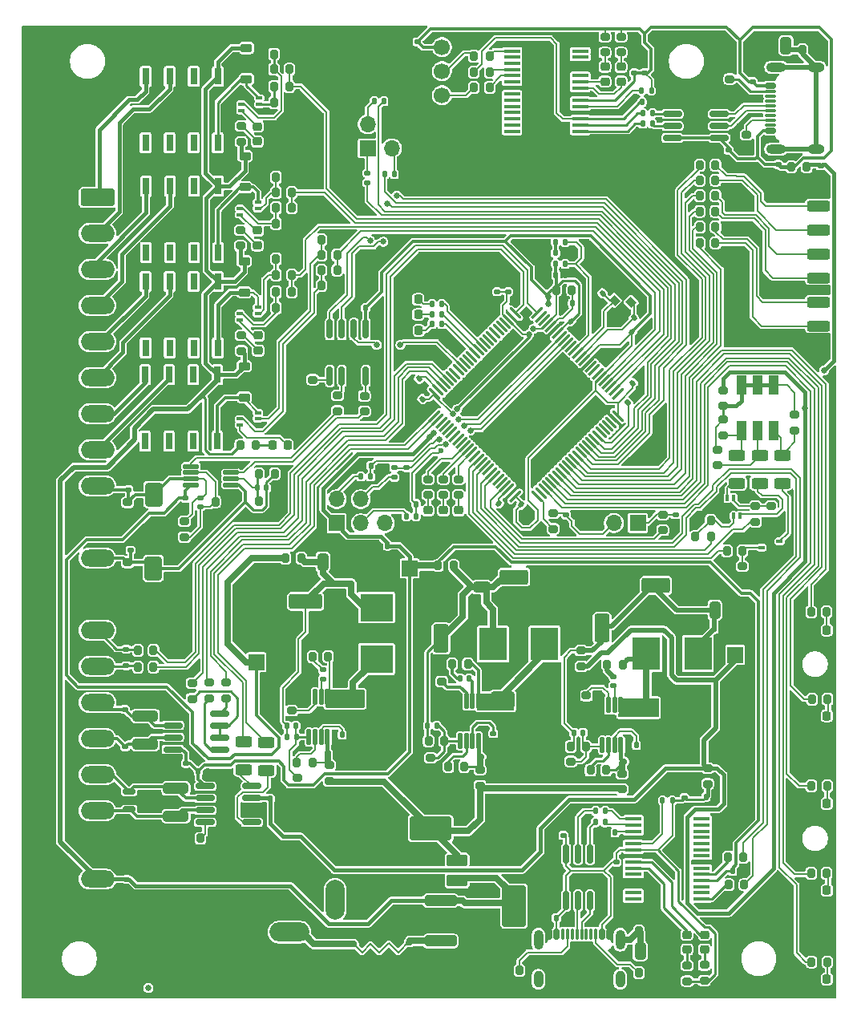
<source format=gbr>
%TF.GenerationSoftware,KiCad,Pcbnew,9.0.2*%
%TF.CreationDate,2025-12-23T12:34:07+01:00*%
%TF.ProjectId,HilBox,48696c42-6f78-42e6-9b69-6361645f7063,rev?*%
%TF.SameCoordinates,Original*%
%TF.FileFunction,Copper,L1,Top*%
%TF.FilePolarity,Positive*%
%FSLAX46Y46*%
G04 Gerber Fmt 4.6, Leading zero omitted, Abs format (unit mm)*
G04 Created by KiCad (PCBNEW 9.0.2) date 2025-12-23 12:34:07*
%MOMM*%
%LPD*%
G01*
G04 APERTURE LIST*
G04 Aperture macros list*
%AMRoundRect*
0 Rectangle with rounded corners*
0 $1 Rounding radius*
0 $2 $3 $4 $5 $6 $7 $8 $9 X,Y pos of 4 corners*
0 Add a 4 corners polygon primitive as box body*
4,1,4,$2,$3,$4,$5,$6,$7,$8,$9,$2,$3,0*
0 Add four circle primitives for the rounded corners*
1,1,$1+$1,$2,$3*
1,1,$1+$1,$4,$5*
1,1,$1+$1,$6,$7*
1,1,$1+$1,$8,$9*
0 Add four rect primitives between the rounded corners*
20,1,$1+$1,$2,$3,$4,$5,0*
20,1,$1+$1,$4,$5,$6,$7,0*
20,1,$1+$1,$6,$7,$8,$9,0*
20,1,$1+$1,$8,$9,$2,$3,0*%
%AMRotRect*
0 Rectangle, with rotation*
0 The origin of the aperture is its center*
0 $1 length*
0 $2 width*
0 $3 Rotation angle, in degrees counterclockwise*
0 Add horizontal line*
21,1,$1,$2,0,0,$3*%
G04 Aperture macros list end*
%TA.AperFunction,SMDPad,CuDef*%
%ADD10R,0.800000X1.800000*%
%TD*%
%TA.AperFunction,SMDPad,CuDef*%
%ADD11RoundRect,0.200000X-0.200000X-0.275000X0.200000X-0.275000X0.200000X0.275000X-0.200000X0.275000X0*%
%TD*%
%TA.AperFunction,SMDPad,CuDef*%
%ADD12RoundRect,0.140000X-0.170000X0.140000X-0.170000X-0.140000X0.170000X-0.140000X0.170000X0.140000X0*%
%TD*%
%TA.AperFunction,SMDPad,CuDef*%
%ADD13RoundRect,0.250000X-0.970000X-0.310000X0.970000X-0.310000X0.970000X0.310000X-0.970000X0.310000X0*%
%TD*%
%TA.AperFunction,SMDPad,CuDef*%
%ADD14RoundRect,0.218750X-0.218750X-0.256250X0.218750X-0.256250X0.218750X0.256250X-0.218750X0.256250X0*%
%TD*%
%TA.AperFunction,SMDPad,CuDef*%
%ADD15RoundRect,0.200000X0.200000X0.275000X-0.200000X0.275000X-0.200000X-0.275000X0.200000X-0.275000X0*%
%TD*%
%TA.AperFunction,SMDPad,CuDef*%
%ADD16R,1.750000X0.450000*%
%TD*%
%TA.AperFunction,HeatsinkPad*%
%ADD17O,1.800000X1.000000*%
%TD*%
%TA.AperFunction,HeatsinkPad*%
%ADD18O,2.100000X1.000000*%
%TD*%
%TA.AperFunction,SMDPad,CuDef*%
%ADD19RoundRect,0.150000X0.425000X-0.150000X0.425000X0.150000X-0.425000X0.150000X-0.425000X-0.150000X0*%
%TD*%
%TA.AperFunction,SMDPad,CuDef*%
%ADD20RoundRect,0.075000X0.500000X-0.075000X0.500000X0.075000X-0.500000X0.075000X-0.500000X-0.075000X0*%
%TD*%
%TA.AperFunction,SMDPad,CuDef*%
%ADD21RoundRect,0.200000X0.275000X-0.200000X0.275000X0.200000X-0.275000X0.200000X-0.275000X-0.200000X0*%
%TD*%
%TA.AperFunction,SMDPad,CuDef*%
%ADD22RoundRect,0.200000X-0.275000X0.200000X-0.275000X-0.200000X0.275000X-0.200000X0.275000X0.200000X0*%
%TD*%
%TA.AperFunction,SMDPad,CuDef*%
%ADD23RoundRect,0.250000X0.625000X-0.312500X0.625000X0.312500X-0.625000X0.312500X-0.625000X-0.312500X0*%
%TD*%
%TA.AperFunction,SMDPad,CuDef*%
%ADD24RoundRect,0.135000X0.135000X0.185000X-0.135000X0.185000X-0.135000X-0.185000X0.135000X-0.185000X0*%
%TD*%
%TA.AperFunction,SMDPad,CuDef*%
%ADD25RoundRect,0.135000X-0.135000X-0.185000X0.135000X-0.185000X0.135000X0.185000X-0.135000X0.185000X0*%
%TD*%
%TA.AperFunction,SMDPad,CuDef*%
%ADD26RoundRect,0.250000X-0.325000X-0.650000X0.325000X-0.650000X0.325000X0.650000X-0.325000X0.650000X0*%
%TD*%
%TA.AperFunction,ComponentPad*%
%ADD27O,1.700000X1.700000*%
%TD*%
%TA.AperFunction,ComponentPad*%
%ADD28R,1.700000X1.700000*%
%TD*%
%TA.AperFunction,SMDPad,CuDef*%
%ADD29RoundRect,0.100000X-0.225000X-0.100000X0.225000X-0.100000X0.225000X0.100000X-0.225000X0.100000X0*%
%TD*%
%TA.AperFunction,SMDPad,CuDef*%
%ADD30RoundRect,0.218750X-0.256250X0.218750X-0.256250X-0.218750X0.256250X-0.218750X0.256250X0.218750X0*%
%TD*%
%TA.AperFunction,SMDPad,CuDef*%
%ADD31RoundRect,0.218750X0.218750X0.256250X-0.218750X0.256250X-0.218750X-0.256250X0.218750X-0.256250X0*%
%TD*%
%TA.AperFunction,SMDPad,CuDef*%
%ADD32RoundRect,0.140000X0.170000X-0.140000X0.170000X0.140000X-0.170000X0.140000X-0.170000X-0.140000X0*%
%TD*%
%TA.AperFunction,ComponentPad*%
%ADD33O,3.600000X1.800000*%
%TD*%
%TA.AperFunction,ComponentPad*%
%ADD34RoundRect,0.250000X-1.550000X0.650000X-1.550000X-0.650000X1.550000X-0.650000X1.550000X0.650000X0*%
%TD*%
%TA.AperFunction,SMDPad,CuDef*%
%ADD35RoundRect,0.140000X-0.021213X0.219203X-0.219203X0.021213X0.021213X-0.219203X0.219203X-0.021213X0*%
%TD*%
%TA.AperFunction,SMDPad,CuDef*%
%ADD36RoundRect,0.225000X-0.375000X0.225000X-0.375000X-0.225000X0.375000X-0.225000X0.375000X0.225000X0*%
%TD*%
%TA.AperFunction,ComponentPad*%
%ADD37O,2.000000X4.200000*%
%TD*%
%TA.AperFunction,ComponentPad*%
%ADD38O,4.200000X2.000000*%
%TD*%
%TA.AperFunction,ComponentPad*%
%ADD39R,4.600000X2.000000*%
%TD*%
%TA.AperFunction,SMDPad,CuDef*%
%ADD40RoundRect,0.250000X-1.250000X-0.550000X1.250000X-0.550000X1.250000X0.550000X-1.250000X0.550000X0*%
%TD*%
%TA.AperFunction,SMDPad,CuDef*%
%ADD41RoundRect,0.100000X0.100000X-0.225000X0.100000X0.225000X-0.100000X0.225000X-0.100000X-0.225000X0*%
%TD*%
%TA.AperFunction,SMDPad,CuDef*%
%ADD42R,1.100000X2.000000*%
%TD*%
%TA.AperFunction,SMDPad,CuDef*%
%ADD43RoundRect,0.250000X0.325000X0.650000X-0.325000X0.650000X-0.325000X-0.650000X0.325000X-0.650000X0*%
%TD*%
%TA.AperFunction,SMDPad,CuDef*%
%ADD44RoundRect,0.135000X0.185000X-0.135000X0.185000X0.135000X-0.185000X0.135000X-0.185000X-0.135000X0*%
%TD*%
%TA.AperFunction,SMDPad,CuDef*%
%ADD45RoundRect,0.250000X0.650000X-0.325000X0.650000X0.325000X-0.650000X0.325000X-0.650000X-0.325000X0*%
%TD*%
%TA.AperFunction,SMDPad,CuDef*%
%ADD46RoundRect,0.150000X0.825000X0.150000X-0.825000X0.150000X-0.825000X-0.150000X0.825000X-0.150000X0*%
%TD*%
%TA.AperFunction,SMDPad,CuDef*%
%ADD47RoundRect,0.140000X-0.140000X-0.170000X0.140000X-0.170000X0.140000X0.170000X-0.140000X0.170000X0*%
%TD*%
%TA.AperFunction,SMDPad,CuDef*%
%ADD48RoundRect,0.218750X0.256250X-0.218750X0.256250X0.218750X-0.256250X0.218750X-0.256250X-0.218750X0*%
%TD*%
%TA.AperFunction,SMDPad,CuDef*%
%ADD49RoundRect,0.250000X1.450000X-0.312500X1.450000X0.312500X-1.450000X0.312500X-1.450000X-0.312500X0*%
%TD*%
%TA.AperFunction,SMDPad,CuDef*%
%ADD50RoundRect,0.140000X-0.219203X-0.021213X-0.021213X-0.219203X0.219203X0.021213X0.021213X0.219203X0*%
%TD*%
%TA.AperFunction,SMDPad,CuDef*%
%ADD51RoundRect,0.250000X1.000000X-1.950000X1.000000X1.950000X-1.000000X1.950000X-1.000000X-1.950000X0*%
%TD*%
%TA.AperFunction,SMDPad,CuDef*%
%ADD52RoundRect,0.150000X0.150000X-0.825000X0.150000X0.825000X-0.150000X0.825000X-0.150000X-0.825000X0*%
%TD*%
%TA.AperFunction,SMDPad,CuDef*%
%ADD53RoundRect,0.250000X-1.075000X0.312500X-1.075000X-0.312500X1.075000X-0.312500X1.075000X0.312500X0*%
%TD*%
%TA.AperFunction,SMDPad,CuDef*%
%ADD54RoundRect,0.250000X-1.000000X-0.650000X1.000000X-0.650000X1.000000X0.650000X-1.000000X0.650000X0*%
%TD*%
%TA.AperFunction,SMDPad,CuDef*%
%ADD55RoundRect,0.140000X0.140000X0.170000X-0.140000X0.170000X-0.140000X-0.170000X0.140000X-0.170000X0*%
%TD*%
%TA.AperFunction,SMDPad,CuDef*%
%ADD56RoundRect,0.125000X-0.125000X0.687500X-0.125000X-0.687500X0.125000X-0.687500X0.125000X0.687500X0*%
%TD*%
%TA.AperFunction,ComponentPad*%
%ADD57C,1.700000*%
%TD*%
%TA.AperFunction,SMDPad,CuDef*%
%ADD58RoundRect,0.150000X-0.150000X0.825000X-0.150000X-0.825000X0.150000X-0.825000X0.150000X0.825000X0*%
%TD*%
%TA.AperFunction,SMDPad,CuDef*%
%ADD59RoundRect,0.140000X0.021213X-0.219203X0.219203X-0.021213X-0.021213X0.219203X-0.219203X0.021213X0*%
%TD*%
%TA.AperFunction,SMDPad,CuDef*%
%ADD60RotRect,0.900000X0.800000X315.000000*%
%TD*%
%TA.AperFunction,SMDPad,CuDef*%
%ADD61RoundRect,0.125000X0.687500X0.125000X-0.687500X0.125000X-0.687500X-0.125000X0.687500X-0.125000X0*%
%TD*%
%TA.AperFunction,SMDPad,CuDef*%
%ADD62RoundRect,0.135000X-0.185000X0.135000X-0.185000X-0.135000X0.185000X-0.135000X0.185000X0.135000X0*%
%TD*%
%TA.AperFunction,SMDPad,CuDef*%
%ADD63RoundRect,0.150000X-0.150000X-0.425000X0.150000X-0.425000X0.150000X0.425000X-0.150000X0.425000X0*%
%TD*%
%TA.AperFunction,SMDPad,CuDef*%
%ADD64RoundRect,0.075000X-0.075000X-0.500000X0.075000X-0.500000X0.075000X0.500000X-0.075000X0.500000X0*%
%TD*%
%TA.AperFunction,HeatsinkPad*%
%ADD65O,1.000000X2.100000*%
%TD*%
%TA.AperFunction,HeatsinkPad*%
%ADD66O,1.000000X1.800000*%
%TD*%
%TA.AperFunction,SMDPad,CuDef*%
%ADD67R,3.500000X2.950000*%
%TD*%
%TA.AperFunction,SMDPad,CuDef*%
%ADD68RoundRect,0.250000X0.550000X-1.250000X0.550000X1.250000X-0.550000X1.250000X-0.550000X-1.250000X0*%
%TD*%
%TA.AperFunction,SMDPad,CuDef*%
%ADD69RoundRect,0.250000X1.075000X-0.312500X1.075000X0.312500X-1.075000X0.312500X-1.075000X-0.312500X0*%
%TD*%
%TA.AperFunction,SMDPad,CuDef*%
%ADD70R,2.950000X3.500000*%
%TD*%
%TA.AperFunction,SMDPad,CuDef*%
%ADD71RoundRect,0.150000X-0.512500X-0.150000X0.512500X-0.150000X0.512500X0.150000X-0.512500X0.150000X0*%
%TD*%
%TA.AperFunction,SMDPad,CuDef*%
%ADD72RoundRect,0.135000X-0.035355X0.226274X-0.226274X0.035355X0.035355X-0.226274X0.226274X-0.035355X0*%
%TD*%
%TA.AperFunction,SMDPad,CuDef*%
%ADD73RoundRect,0.250000X1.500000X0.550000X-1.500000X0.550000X-1.500000X-0.550000X1.500000X-0.550000X0*%
%TD*%
%TA.AperFunction,SMDPad,CuDef*%
%ADD74RoundRect,0.250000X-0.650000X1.000000X-0.650000X-1.000000X0.650000X-1.000000X0.650000X1.000000X0*%
%TD*%
%TA.AperFunction,SMDPad,CuDef*%
%ADD75RoundRect,0.250000X0.850000X-0.375000X0.850000X0.375000X-0.850000X0.375000X-0.850000X-0.375000X0*%
%TD*%
%TA.AperFunction,SMDPad,CuDef*%
%ADD76RoundRect,0.250000X1.950000X1.000000X-1.950000X1.000000X-1.950000X-1.000000X1.950000X-1.000000X0*%
%TD*%
%TA.AperFunction,SMDPad,CuDef*%
%ADD77RoundRect,0.075000X0.459619X0.565685X-0.565685X-0.459619X-0.459619X-0.565685X0.565685X0.459619X0*%
%TD*%
%TA.AperFunction,SMDPad,CuDef*%
%ADD78RoundRect,0.075000X-0.459619X0.565685X-0.565685X0.459619X0.459619X-0.565685X0.565685X-0.459619X0*%
%TD*%
%TA.AperFunction,ViaPad*%
%ADD79C,0.650000*%
%TD*%
%TA.AperFunction,ViaPad*%
%ADD80C,0.600000*%
%TD*%
%TA.AperFunction,Conductor*%
%ADD81C,0.200000*%
%TD*%
%TA.AperFunction,Conductor*%
%ADD82C,0.300000*%
%TD*%
%TA.AperFunction,Conductor*%
%ADD83C,0.500000*%
%TD*%
%TA.AperFunction,Conductor*%
%ADD84C,0.254000*%
%TD*%
%TA.AperFunction,Conductor*%
%ADD85C,0.400000*%
%TD*%
%TA.AperFunction,Conductor*%
%ADD86C,0.700000*%
%TD*%
G04 APERTURE END LIST*
D10*
%TO.P,K4,1*%
%TO.N,Vin*%
X55210000Y-55862500D03*
%TO.P,K4,2*%
%TO.N,unconnected-(K4-Pad2)*%
X52670000Y-55862500D03*
%TO.P,K4,3*%
%TO.N,RLY4_A*%
X50130000Y-55862500D03*
%TO.P,K4,4*%
%TO.N,RLY4_B*%
X47590000Y-55862500D03*
%TO.P,K4,5*%
%TO.N,unconnected-(K4-Pad5)*%
X47590000Y-62862500D03*
%TO.P,K4,6*%
%TO.N,unconnected-(K4-Pad6)*%
X50130000Y-62862500D03*
%TO.P,K4,7*%
%TO.N,unconnected-(K4-Pad7)*%
X52670000Y-62862500D03*
%TO.P,K4,8*%
%TO.N,Net-(D4-A)*%
X55210000Y-62862500D03*
%TD*%
D11*
%TO.P,R14,1*%
%TO.N,Net-(U12-3V3OUT)*%
X82275000Y-55400000D03*
%TO.P,R14,2*%
%TO.N,Net-(U12-VCCIO)*%
X83925000Y-55400000D03*
%TD*%
D12*
%TO.P,C7,1*%
%TO.N,5V_USB'*%
X76300000Y-52220000D03*
%TO.P,C7,2*%
%TO.N,GND*%
X76300000Y-53180000D03*
%TD*%
D13*
%TO.P,SW1,12*%
%TO.N,Net-(R32-Pad1)*%
X118655000Y-69500000D03*
%TO.P,SW1,11*%
%TO.N,Net-(R33-Pad1)*%
X118655000Y-72040000D03*
%TO.P,SW1,10*%
%TO.N,Net-(R34-Pad1)*%
X118655000Y-74580000D03*
%TO.P,SW1,9*%
%TO.N,Net-(R35-Pad1)*%
X118655000Y-77120000D03*
%TO.P,SW1,8*%
%TO.N,Net-(R36-Pad1)*%
X118655000Y-79660000D03*
%TO.P,SW1,7*%
%TO.N,Net-(R37-Pad1)*%
X118655000Y-82200000D03*
%TO.P,SW1,6*%
%TO.N,GND*%
X110045000Y-82200000D03*
%TO.P,SW1,5*%
X110045000Y-79660000D03*
%TO.P,SW1,4*%
X110045000Y-77120000D03*
%TO.P,SW1,3*%
X110045000Y-74580000D03*
%TO.P,SW1,2*%
X110045000Y-72040000D03*
%TO.P,SW1,1*%
X110045000Y-69500000D03*
%TD*%
D14*
%TO.P,D7,2,A*%
%TO.N,Net-(D7-A)*%
X119537500Y-114300000D03*
%TO.P,D7,1,K*%
%TO.N,GND*%
X117962500Y-114300000D03*
%TD*%
D15*
%TO.P,R27,2*%
%TO.N,GRID_LED*%
X117875000Y-112400000D03*
%TO.P,R27,1*%
%TO.N,Net-(D7-A)*%
X119525000Y-112400000D03*
%TD*%
D16*
%TO.P,U12,1,TXD*%
%TO.N,Net-(U12-TXD)*%
X86300000Y-53175000D03*
%TO.P,U12,2,DTR*%
%TO.N,unconnected-(U12-DTR-Pad2)*%
X86300000Y-53825000D03*
%TO.P,U12,3,RTS*%
%TO.N,unconnected-(U12-RTS-Pad3)*%
X86300000Y-54475000D03*
%TO.P,U12,4,VCCIO*%
%TO.N,Net-(U12-VCCIO)*%
X86300000Y-55125000D03*
%TO.P,U12,5,RXD*%
%TO.N,Net-(U12-RXD)*%
X86300000Y-55775000D03*
%TO.P,U12,6,RI*%
%TO.N,unconnected-(U12-RI-Pad6)*%
X86300000Y-56425000D03*
%TO.P,U12,7,GND*%
%TO.N,GND*%
X86300000Y-57075000D03*
%TO.P,U12,8*%
%TO.N,N/C*%
X86300000Y-57725000D03*
%TO.P,U12,9,DCR*%
%TO.N,unconnected-(U12-DCR-Pad9)*%
X86300000Y-58375000D03*
%TO.P,U12,10,DCD*%
%TO.N,unconnected-(U12-DCD-Pad10)*%
X86300000Y-59025000D03*
%TO.P,U12,11,CTS*%
%TO.N,unconnected-(U12-CTS-Pad11)*%
X86300000Y-59675000D03*
%TO.P,U12,12,CBUS4*%
%TO.N,unconnected-(U12-CBUS4-Pad12)*%
X86300000Y-60325000D03*
%TO.P,U12,13,CBUS2*%
%TO.N,unconnected-(U12-CBUS2-Pad13)*%
X86300000Y-60975000D03*
%TO.P,U12,14,CBUS3*%
%TO.N,unconnected-(U12-CBUS3-Pad14)*%
X86300000Y-61625000D03*
%TO.P,U12,15,USBD+*%
%TO.N,Net-(U12-USBD+)*%
X93500000Y-61625000D03*
%TO.P,U12,16,USBD-*%
%TO.N,Net-(U12-USBD-)*%
X93500000Y-60975000D03*
%TO.P,U12,17,3V3OUT*%
%TO.N,Net-(U12-3V3OUT)*%
X93500000Y-60325000D03*
%TO.P,U12,18,GND*%
%TO.N,GND*%
X93500000Y-59675000D03*
%TO.P,U12,19,~{RESET}*%
%TO.N,Net-(U12-~{RESET})*%
X93500000Y-59025000D03*
%TO.P,U12,20,VCC*%
%TO.N,5V_USB'*%
X93500000Y-58375000D03*
%TO.P,U12,21,GND*%
%TO.N,GND*%
X93500000Y-57725000D03*
%TO.P,U12,22,CBUS1*%
%TO.N,Net-(D6-K)*%
X93500000Y-57075000D03*
%TO.P,U12,23,CBUS0*%
%TO.N,Net-(D5-K)*%
X93500000Y-56425000D03*
%TO.P,U12,24*%
%TO.N,N/C*%
X93500000Y-55775000D03*
%TO.P,U12,25,AGND*%
%TO.N,GND*%
X93500000Y-55125000D03*
%TO.P,U12,26,TEST*%
X93500000Y-54475000D03*
%TO.P,U12,27,OSCI*%
%TO.N,unconnected-(U12-OSCI-Pad27)*%
X93500000Y-53825000D03*
%TO.P,U12,28,OSCO*%
%TO.N,unconnected-(U12-OSCO-Pad28)*%
X93500000Y-53175000D03*
%TD*%
D17*
%TO.P,J7,S1,SHIELD*%
%TO.N,Net-(J7-SHIELD)*%
X118375000Y-54880000D03*
D18*
X114195000Y-54880000D03*
D17*
X118375000Y-63520000D03*
D18*
X114195000Y-63520000D03*
D19*
%TO.P,J7,B12,GND*%
%TO.N,GND*%
X113620000Y-62400000D03*
%TO.P,J7,B9,VBUS*%
%TO.N,5V_USB'*%
X113620000Y-61600000D03*
D20*
%TO.P,J7,B8*%
%TO.N,N/C*%
X113620000Y-60950000D03*
%TO.P,J7,B7*%
X113620000Y-59950000D03*
%TO.P,J7,B6*%
X113620000Y-58450000D03*
%TO.P,J7,B5,VCONN*%
%TO.N,Net-(J7-VCONN)*%
X113620000Y-57450000D03*
D19*
%TO.P,J7,B4,VBUS*%
%TO.N,5V_USB'*%
X113620000Y-56800000D03*
%TO.P,J7,B1,GND*%
%TO.N,GND*%
X113620000Y-56000000D03*
%TO.P,J7,A12,GND*%
X113620000Y-56000000D03*
%TO.P,J7,A9,VBUS*%
%TO.N,5V_USB'*%
X113620000Y-56800000D03*
D20*
%TO.P,J7,A8*%
%TO.N,N/C*%
X113620000Y-57950000D03*
%TO.P,J7,A7,D-*%
%TO.N,Net-(J7-D-)*%
X113620000Y-58950000D03*
%TO.P,J7,A6,D+*%
%TO.N,Net-(J7-D+)*%
X113620000Y-59450000D03*
%TO.P,J7,A5,CC*%
%TO.N,Net-(J7-CC)*%
X113620000Y-60450000D03*
D19*
%TO.P,J7,A4,VBUS*%
%TO.N,5V_USB'*%
X113620000Y-61600000D03*
%TO.P,J7,A1,GND*%
%TO.N,GND*%
X113620000Y-62400000D03*
%TD*%
D12*
%TO.P,C17,2*%
%TO.N,GND*%
X114400000Y-66110000D03*
%TO.P,C17,1*%
%TO.N,5V_USB'*%
X114400000Y-65150000D03*
%TD*%
D15*
%TO.P,R20,2*%
%TO.N,5V_USB'*%
X115775000Y-65400000D03*
%TO.P,R20,1*%
%TO.N,5V*%
X117425000Y-65400000D03*
%TD*%
D12*
%TO.P,C16,2*%
%TO.N,GND*%
X118900000Y-66230000D03*
%TO.P,C16,1*%
%TO.N,5V*%
X118900000Y-65270000D03*
%TD*%
%TO.P,C15,2*%
%TO.N,GND*%
X109150000Y-64580000D03*
%TO.P,C15,1*%
%TO.N,5V_USB'*%
X109150000Y-63620000D03*
%TD*%
D21*
%TO.P,R17,2*%
%TO.N,Net-(J7-CC)*%
X111050000Y-62025000D03*
%TO.P,R17,1*%
%TO.N,GND*%
X111050000Y-63675000D03*
%TD*%
D14*
%TO.P,D11,2,A*%
%TO.N,Net-(D11-A)*%
X119537500Y-151150000D03*
%TO.P,D11,1,K*%
%TO.N,GND*%
X117962500Y-151150000D03*
%TD*%
D15*
%TO.P,R31,2*%
%TO.N,STATUS3_LED*%
X117925000Y-149350000D03*
%TO.P,R31,1*%
%TO.N,Net-(D11-A)*%
X119575000Y-149350000D03*
%TD*%
D14*
%TO.P,D10,2,A*%
%TO.N,Net-(D10-A)*%
X119537500Y-141800000D03*
%TO.P,D10,1,K*%
%TO.N,GND*%
X117962500Y-141800000D03*
%TD*%
D22*
%TO.P,R16,2*%
%TO.N,Net-(J7-VCONN)*%
X109300000Y-56125000D03*
%TO.P,R16,1*%
%TO.N,GND*%
X109300000Y-54475000D03*
%TD*%
%TO.P,R43,2*%
%TO.N,Net-(D13-RK)*%
X108600000Y-93725000D03*
%TO.P,R43,1*%
%TO.N,Net-(D13-BA)*%
X108600000Y-92075000D03*
%TD*%
D23*
%TO.P,R40,1*%
%TO.N,Net-(Q1A-C1)*%
X110050000Y-98812500D03*
%TO.P,R40,2*%
%TO.N,Net-(D13-RK)*%
X110050000Y-95887500D03*
%TD*%
%TO.P,R39,1*%
%TO.N,Net-(Q2A-C1)*%
X114850000Y-98812500D03*
%TO.P,R39,2*%
%TO.N,Net-(D13-BK)*%
X114850000Y-95887500D03*
%TD*%
%TO.P,R38,1*%
%TO.N,Net-(Q1B-C2)*%
X112450000Y-98812500D03*
%TO.P,R38,2*%
%TO.N,Net-(D13-GK)*%
X112450000Y-95887500D03*
%TD*%
D24*
%TO.P,R193,2*%
%TO.N,Net-(C89-Pad1)*%
X90890000Y-73350000D03*
%TO.P,R193,1*%
%TO.N,Net-(U1-NRST)*%
X91910000Y-73350000D03*
%TD*%
D25*
%TO.P,R113,1*%
%TO.N,Net-(C116-Pad1)*%
X62490000Y-125600000D03*
%TO.P,R113,2*%
%TO.N,Net-(U31-FB)*%
X63510000Y-125600000D03*
%TD*%
D23*
%TO.P,R83,1*%
%TO.N,Net-(U27-RXD)*%
X57950000Y-129062500D03*
%TO.P,R83,2*%
%TO.N,CANRX*%
X57950000Y-126137500D03*
%TD*%
%TO.P,R82,1*%
%TO.N,Net-(U27-TXD)*%
X60350000Y-129112500D03*
%TO.P,R82,2*%
%TO.N,CANTX*%
X60350000Y-126187500D03*
%TD*%
D26*
%TO.P,C116,2*%
%TO.N,GND*%
X69275000Y-107100000D03*
%TO.P,C116,1*%
%TO.N,Net-(C116-Pad1)*%
X66325000Y-107100000D03*
%TD*%
D27*
%TO.P,J24,6,Pin_6*%
%TO.N,GND*%
X72855000Y-100485000D03*
%TO.P,J24,5,Pin_5*%
%TO.N,unconnected-(J24-Pin_5-Pad5)*%
X72854999Y-103025000D03*
%TO.P,J24,4,Pin_4*%
%TO.N,Net-(J24-Pin_4)*%
X70315000Y-100485000D03*
%TO.P,J24,3,Pin_3*%
%TO.N,Net-(J24-Pin_3)*%
X70315000Y-103025000D03*
%TO.P,J24,2,Pin_2*%
%TO.N,Net-(J24-Pin_2)*%
X67775000Y-100485000D03*
D28*
%TO.P,J24,1,Pin_1*%
%TO.N,3V3*%
X67775000Y-103025000D03*
%TD*%
D21*
%TO.P,R69,2*%
%TO.N,Net-(D12-A)*%
X57700000Y-83175000D03*
%TO.P,R69,1*%
%TO.N,Vin*%
X57700000Y-84825000D03*
%TD*%
D11*
%TO.P,R66,2*%
%TO.N,GND*%
X67825000Y-73100000D03*
%TO.P,R66,1*%
%TO.N,Net-(Q9B-B2)*%
X66175000Y-73100000D03*
%TD*%
D29*
%TO.P,Q9,6,C1*%
%TO.N,Net-(D16-A)*%
X59450000Y-91350000D03*
%TO.P,Q9,5,B2*%
%TO.N,Net-(Q9B-B2)*%
X59450000Y-92000000D03*
%TO.P,Q9,4,E2*%
%TO.N,GND*%
X59450000Y-92650000D03*
%TO.P,Q9,3,C2*%
%TO.N,Net-(D3-K)*%
X57550000Y-92650000D03*
%TO.P,Q9,2,B1*%
%TO.N,Net-(Q9A-B1)*%
X57550000Y-92000000D03*
%TO.P,Q9,1,E1*%
%TO.N,GND*%
X57550000Y-91350000D03*
%TD*%
D11*
%TO.P,R65,2*%
%TO.N,TL_TF_IN*%
X67825000Y-74700000D03*
%TO.P,R65,1*%
%TO.N,Net-(Q9B-B2)*%
X66175000Y-74700000D03*
%TD*%
%TO.P,R164,2*%
%TO.N,GND*%
X67825000Y-77900000D03*
%TO.P,R164,1*%
%TO.N,Net-(Q9A-B1)*%
X66175000Y-77900000D03*
%TD*%
%TO.P,R64,2*%
%TO.N,Net-(D3-A)*%
X59225000Y-94800000D03*
%TO.P,R64,1*%
%TO.N,Vin*%
X57575000Y-94800000D03*
%TD*%
%TO.P,R165,2*%
%TO.N,TL_TF_IN*%
X67825000Y-76300000D03*
%TO.P,R165,1*%
%TO.N,Net-(Q9A-B1)*%
X66175000Y-76300000D03*
%TD*%
D30*
%TO.P,D15,1,K*%
%TO.N,Net-(D15-K)*%
X59400000Y-61137500D03*
%TO.P,D15,2,A*%
%TO.N,Net-(D15-A)*%
X59400000Y-62712500D03*
%TD*%
%TO.P,D14,1,K*%
%TO.N,Net-(D14-K)*%
X59400000Y-72112500D03*
%TO.P,D14,2,A*%
%TO.N,Net-(D14-A)*%
X59400000Y-73687500D03*
%TD*%
%TO.P,D12,1,K*%
%TO.N,Net-(D12-K)*%
X59500000Y-83212500D03*
%TO.P,D12,2,A*%
%TO.N,Net-(D12-A)*%
X59500000Y-84787500D03*
%TD*%
D31*
%TO.P,D3,1,K*%
%TO.N,Net-(D3-K)*%
X62587500Y-94800000D03*
%TO.P,D3,2,A*%
%TO.N,Net-(D3-A)*%
X61012500Y-94800000D03*
%TD*%
D25*
%TO.P,R13,1*%
%TO.N,Net-(D32-A)*%
X77840000Y-79900000D03*
%TO.P,R13,2*%
%TO.N,STATUS_LED_3*%
X78860000Y-79900000D03*
%TD*%
D12*
%TO.P,C5,1*%
%TO.N,AUXUART_TX*%
X45550000Y-118070000D03*
%TO.P,C5,2*%
%TO.N,GND*%
X45550000Y-119030000D03*
%TD*%
D32*
%TO.P,C3,1*%
%TO.N,AUXUART_RX*%
X45550000Y-116330000D03*
%TO.P,C3,2*%
%TO.N,GND*%
X45550000Y-115370000D03*
%TD*%
D33*
%TO.P,J1,20,Pin_20*%
%TO.N,Vin*%
X42519600Y-140614400D03*
%TO.P,J1,19,Pin_19*%
%TO.N,GND*%
X42519600Y-137199400D03*
%TO.P,J1,18,Pin_18*%
%TO.N,CANH*%
X42519600Y-133389400D03*
%TO.P,J1,17,Pin_17*%
%TO.N,CANL*%
X42519600Y-129579400D03*
%TO.P,J1,16,Pin_16*%
%TO.N,RS485_B*%
X42519600Y-125769400D03*
%TO.P,J1,15,Pin_15*%
%TO.N,RS485_A*%
X42519600Y-121959400D03*
%TO.P,J1,14,Pin_14*%
%TO.N,AUXUART_TX*%
X42519600Y-118149400D03*
%TO.P,J1,13,Pin_13*%
%TO.N,AUXUART_RX*%
X42519600Y-114339400D03*
%TO.P,J1,12,Pin_12*%
%TO.N,GND*%
X42519600Y-110529400D03*
%TO.P,J1,11,Pin_11*%
%TO.N,SM*%
X42519600Y-106719400D03*
%TO.P,J1,10,Pin_10*%
%TO.N,GND*%
X42519600Y-102909400D03*
%TO.P,J1,9,Pin_9*%
%TO.N,SR*%
X42519600Y-99099400D03*
%TO.P,J1,8,Pin_8*%
%TO.N,RLY1_A*%
X42519600Y-95289400D03*
%TO.P,J1,7,Pin_7*%
%TO.N,RLY1_B*%
X42519600Y-91479400D03*
%TO.P,J1,6,Pin_6*%
%TO.N,RLY2_A*%
X42519600Y-87669400D03*
%TO.P,J1,5,Pin_5*%
%TO.N,RLY2_B*%
X42519600Y-83859400D03*
%TO.P,J1,4,Pin_4*%
%TO.N,RLY3_A*%
X42519600Y-80049400D03*
%TO.P,J1,3,Pin_3*%
%TO.N,RLY3_B*%
X42519600Y-76239400D03*
%TO.P,J1,2,Pin_2*%
%TO.N,RLY4_A*%
X42519600Y-72429400D03*
D34*
%TO.P,J1,1,Pin_1*%
%TO.N,RLY4_B*%
X42519600Y-68619400D03*
%TD*%
D35*
%TO.P,C101,2*%
%TO.N,GND*%
X75810589Y-88439411D03*
%TO.P,C101,1*%
%TO.N,Net-(U1-VCAP_1)*%
X76489411Y-87760589D03*
%TD*%
D25*
%TO.P,R125,2*%
%TO.N,STATUS_LED_2*%
X78860000Y-80950000D03*
%TO.P,R125,1*%
%TO.N,Net-(D34-A)*%
X77840000Y-80950000D03*
%TD*%
%TO.P,R166,2*%
%TO.N,STATUS_LED_1*%
X78860000Y-82000000D03*
%TO.P,R166,1*%
%TO.N,Net-(D33-A)*%
X77840000Y-82000000D03*
%TD*%
D36*
%TO.P,D21,1,K*%
%TO.N,Vin*%
X58100000Y-64250000D03*
%TO.P,D21,2,A*%
%TO.N,Net-(D21-A)*%
X58100000Y-67550000D03*
%TD*%
%TO.P,D19,1,K*%
%TO.N,Vin*%
X58000000Y-75350000D03*
%TO.P,D19,2,A*%
%TO.N,Net-(D19-A)*%
X58000000Y-78650000D03*
%TD*%
%TO.P,D16,1,K*%
%TO.N,Vin*%
X58000000Y-86450000D03*
%TO.P,D16,2,A*%
%TO.N,Net-(D16-A)*%
X58000000Y-89750000D03*
%TD*%
%TO.P,D4,1,K*%
%TO.N,Vin*%
X58250000Y-52850000D03*
%TO.P,D4,2,A*%
%TO.N,Net-(D4-A)*%
X58250000Y-56150000D03*
%TD*%
D21*
%TO.P,R12,1*%
%TO.N,Vin*%
X57700000Y-62750000D03*
%TO.P,R12,2*%
%TO.N,Net-(D15-A)*%
X57700000Y-61100000D03*
%TD*%
D11*
%TO.P,R11,1*%
%TO.N,Net-(Q3A-B1)*%
X61150000Y-53500000D03*
%TO.P,R11,2*%
%TO.N,GND*%
X62800000Y-53500000D03*
%TD*%
%TO.P,R10,1*%
%TO.N,Net-(Q3B-B2)*%
X61150000Y-58600000D03*
%TO.P,R10,2*%
%TO.N,GND*%
X62800000Y-58600000D03*
%TD*%
%TO.P,R9,1*%
%TO.N,Net-(Q3B-B2)*%
X61150000Y-56900000D03*
%TO.P,R9,2*%
%TO.N,RT_IN*%
X62800000Y-56900000D03*
%TD*%
%TO.P,R8,1*%
%TO.N,Net-(Q3A-B1)*%
X61150000Y-55100000D03*
%TO.P,R8,2*%
%TO.N,RT_IN*%
X62800000Y-55100000D03*
%TD*%
D29*
%TO.P,Q3,1,E1*%
%TO.N,GND*%
X57700000Y-58150000D03*
%TO.P,Q3,2,B1*%
%TO.N,Net-(Q3A-B1)*%
X57700000Y-58800000D03*
%TO.P,Q3,3,C2*%
%TO.N,Net-(D15-K)*%
X57700000Y-59450000D03*
%TO.P,Q3,4,E2*%
%TO.N,GND*%
X59600000Y-59450000D03*
%TO.P,Q3,5,B2*%
%TO.N,Net-(Q3B-B2)*%
X59600000Y-58800000D03*
%TO.P,Q3,6,C1*%
%TO.N,Net-(D4-A)*%
X59600000Y-58150000D03*
%TD*%
D37*
%TO.P,J2,3*%
%TO.N,N/C*%
X67600000Y-142800000D03*
D38*
%TO.P,J2,2*%
%TO.N,Net-(C55-Pad1)*%
X62800000Y-146200000D03*
D39*
%TO.P,J2,1*%
%TO.N,GND*%
X62800000Y-139900000D03*
%TD*%
D12*
%TO.P,C22,2*%
%TO.N,GND*%
X45600000Y-141580000D03*
%TO.P,C22,1*%
%TO.N,Vin*%
X45600000Y-140620000D03*
%TD*%
D32*
%TO.P,C48,2*%
%TO.N,GND*%
X45400000Y-121720000D03*
%TO.P,C48,1*%
%TO.N,RS485_A*%
X45400000Y-122680000D03*
%TD*%
D21*
%TO.P,R85,2*%
%TO.N,485TX*%
X56100000Y-119875000D03*
%TO.P,R85,1*%
%TO.N,Net-(U28-DI)*%
X56100000Y-121525000D03*
%TD*%
D40*
%TO.P,C60,2*%
%TO.N,GND*%
X105900000Y-109600000D03*
%TO.P,C60,1*%
%TO.N,Net-(C114-Pad1)*%
X101500000Y-109600000D03*
%TD*%
D22*
%TO.P,R51,1*%
%TO.N,Net-(Q2A-B1)*%
X110600000Y-107575000D03*
%TO.P,R51,2*%
%TO.N,GND*%
X110600000Y-109225000D03*
%TD*%
D15*
%TO.P,R50,1*%
%TO.N,Net-(Q2A-B1)*%
X110625000Y-105950000D03*
%TO.P,R50,2*%
%TO.N,B_LED*%
X108975000Y-105950000D03*
%TD*%
D22*
%TO.P,R49,1*%
%TO.N,Net-(Q1B-B2)*%
X113650000Y-101225000D03*
%TO.P,R49,2*%
%TO.N,GND*%
X113650000Y-102875000D03*
%TD*%
%TO.P,R48,1*%
%TO.N,Net-(Q1B-B2)*%
X112000000Y-101225000D03*
%TO.P,R48,2*%
%TO.N,G_LED*%
X112000000Y-102875000D03*
%TD*%
D21*
%TO.P,R46,1*%
%TO.N,Net-(D13-BA)*%
X108600000Y-90625000D03*
%TO.P,R46,2*%
%TO.N,5V*%
X108600000Y-88975000D03*
%TD*%
D22*
%TO.P,R45,1*%
%TO.N,Net-(D13-BA)*%
X116150000Y-91575000D03*
%TO.P,R45,2*%
%TO.N,Net-(D13-BK)*%
X116150000Y-93225000D03*
%TD*%
%TO.P,R44,1*%
%TO.N,Net-(D13-BA)*%
X108000000Y-95275000D03*
%TO.P,R44,2*%
%TO.N,Net-(D13-GK)*%
X108000000Y-96925000D03*
%TD*%
D15*
%TO.P,R42,1*%
%TO.N,Net-(Q1A-B1)*%
X107275000Y-102700000D03*
%TO.P,R42,2*%
%TO.N,GND*%
X105625000Y-102700000D03*
%TD*%
D11*
%TO.P,R41,1*%
%TO.N,Net-(Q1A-B1)*%
X105625000Y-104450000D03*
%TO.P,R41,2*%
%TO.N,R_LED*%
X107275000Y-104450000D03*
%TD*%
D29*
%TO.P,Q2,1,E1*%
%TO.N,GND*%
X112650000Y-104950000D03*
%TO.P,Q2,2,B1*%
%TO.N,Net-(Q2A-B1)*%
X112650000Y-105600000D03*
%TO.P,Q2,3,C2*%
%TO.N,GND*%
X112650000Y-106250000D03*
%TO.P,Q2,4,E2*%
X114550000Y-106250000D03*
%TO.P,Q2,5,B2*%
X114550000Y-105600000D03*
%TO.P,Q2,6,C1*%
%TO.N,Net-(Q2A-C1)*%
X114550000Y-104950000D03*
%TD*%
D41*
%TO.P,Q1,1,E1*%
%TO.N,GND*%
X109050000Y-102250000D03*
%TO.P,Q1,2,B1*%
%TO.N,Net-(Q1A-B1)*%
X109700000Y-102250000D03*
%TO.P,Q1,3,C2*%
%TO.N,Net-(Q1B-C2)*%
X110350000Y-102250000D03*
%TO.P,Q1,4,E2*%
%TO.N,GND*%
X110350000Y-100350000D03*
%TO.P,Q1,5,B2*%
%TO.N,Net-(Q1B-B2)*%
X109700000Y-100350000D03*
%TO.P,Q1,6,C1*%
%TO.N,Net-(Q1A-C1)*%
X109050000Y-100350000D03*
%TD*%
D42*
%TO.P,D13,1,RK*%
%TO.N,Net-(D13-RK)*%
X110500000Y-93250000D03*
%TO.P,D13,2,GK*%
%TO.N,Net-(D13-GK)*%
X112200000Y-93250000D03*
%TO.P,D13,3,BK*%
%TO.N,Net-(D13-BK)*%
X113900000Y-93250000D03*
%TO.P,D13,4,BA*%
%TO.N,Net-(D13-BA)*%
X113900000Y-88450000D03*
%TO.P,D13,5,GA*%
X112200000Y-88450000D03*
%TO.P,D13,6,RA*%
X110500000Y-88450000D03*
%TD*%
D43*
%TO.P,C95,2*%
%TO.N,Net-(J5-SHIELD)*%
X99825000Y-148200000D03*
%TO.P,C95,1*%
%TO.N,GND*%
X102775000Y-148200000D03*
%TD*%
D15*
%TO.P,R32,1*%
%TO.N,Net-(R32-Pad1)*%
X107775000Y-65200000D03*
%TO.P,R32,2*%
%TO.N,DIPSW_1*%
X106125000Y-65200000D03*
%TD*%
D44*
%TO.P,R161,1*%
%TO.N,I2C_SDA*%
X71035000Y-67075000D03*
%TO.P,R161,2*%
%TO.N,Net-(J20-Pin_1)*%
X71035000Y-66055000D03*
%TD*%
D15*
%TO.P,R3,1*%
%TO.N,SM*%
X61225000Y-97800000D03*
%TO.P,R3,2*%
%TO.N,Net-(U24A--)*%
X59575000Y-97800000D03*
%TD*%
%TO.P,R148,1*%
%TO.N,Net-(U1-PA2)*%
X48425000Y-116450000D03*
%TO.P,R148,2*%
%TO.N,AUXUART_RX*%
X46775000Y-116450000D03*
%TD*%
D11*
%TO.P,R105,1*%
%TO.N,Net-(C64-Pad2)*%
X79975000Y-117900000D03*
%TO.P,R105,2*%
%TO.N,3V3_SW*%
X81625000Y-117900000D03*
%TD*%
D15*
%TO.P,R15,1*%
%TO.N,GND*%
X118625000Y-53050000D03*
%TO.P,R15,2*%
%TO.N,Net-(J7-SHIELD)*%
X116975000Y-53050000D03*
%TD*%
D32*
%TO.P,C6,1*%
%TO.N,SR*%
X45800000Y-99480000D03*
%TO.P,C6,2*%
%TO.N,GND*%
X45800000Y-98520000D03*
%TD*%
D45*
%TO.P,C115,1*%
%TO.N,Net-(C115-Pad1)*%
X83100000Y-109775000D03*
%TO.P,C115,2*%
%TO.N,GND*%
X83100000Y-106825000D03*
%TD*%
D46*
%TO.P,U28,1,RO*%
%TO.N,Net-(U28-RO)*%
X55425000Y-126905000D03*
%TO.P,U28,2,~{RE}*%
%TO.N,Net-(U28-DE)*%
X55425000Y-125635000D03*
%TO.P,U28,3,DE*%
X55425000Y-124365000D03*
%TO.P,U28,4,DI*%
%TO.N,Net-(U28-DI)*%
X55425000Y-123095000D03*
%TO.P,U28,5,GND*%
%TO.N,GND*%
X50475000Y-123095000D03*
%TO.P,U28,6,A*%
%TO.N,RS485_A*%
X50475000Y-124365000D03*
%TO.P,U28,7,B*%
%TO.N,RS485_B*%
X50475000Y-125635000D03*
%TO.P,U28,8,VCC*%
%TO.N,3V3*%
X50475000Y-126905000D03*
%TD*%
D15*
%TO.P,R110,1*%
%TO.N,Net-(U31-VIN)*%
X65225000Y-128300000D03*
%TO.P,R110,2*%
%TO.N,Net-(U31-RON{slash}SD)*%
X63575000Y-128300000D03*
%TD*%
D47*
%TO.P,C59,1*%
%TO.N,Net-(C114-Pad1)*%
X92820000Y-125150000D03*
%TO.P,C59,2*%
%TO.N,Net-(U29-FB)*%
X93780000Y-125150000D03*
%TD*%
D48*
%TO.P,D5,1,K*%
%TO.N,Net-(D5-K)*%
X96100000Y-56387500D03*
%TO.P,D5,2,A*%
%TO.N,Net-(D5-A)*%
X96100000Y-54812500D03*
%TD*%
D15*
%TO.P,R115,1*%
%TO.N,Net-(C116-Pad1)*%
X64025000Y-106700000D03*
%TO.P,R115,2*%
%TO.N,11V*%
X62375000Y-106700000D03*
%TD*%
D11*
%TO.P,R98,1*%
%TO.N,Net-(C114-Pad1)*%
X92475000Y-126600000D03*
%TO.P,R98,2*%
%TO.N,Net-(U29-FB)*%
X94125000Y-126600000D03*
%TD*%
D28*
%TO.P,J22,1,Pin_1*%
%TO.N,3V3*%
X75475000Y-107800000D03*
D27*
%TO.P,J22,2,Pin_2*%
%TO.N,GND*%
X72935000Y-107800000D03*
%TD*%
D15*
%TO.P,R36,1*%
%TO.N,Net-(R36-Pad1)*%
X107775000Y-71750000D03*
%TO.P,R36,2*%
%TO.N,DIPSW_5*%
X106125000Y-71750000D03*
%TD*%
D49*
%TO.P,F1,1*%
%TO.N,Net-(C55-Pad1)*%
X78750000Y-147137500D03*
%TO.P,F1,2*%
%TO.N,Vin*%
X78750000Y-142862500D03*
%TD*%
D50*
%TO.P,C85,1*%
%TO.N,3V3*%
X92500000Y-81700000D03*
%TO.P,C85,2*%
%TO.N,GND*%
X93178822Y-82378822D03*
%TD*%
D48*
%TO.P,D36,1,K*%
%TO.N,GND*%
X79050000Y-103237500D03*
%TO.P,D36,2,A*%
%TO.N,Net-(D36-A)*%
X79050000Y-101662500D03*
%TD*%
D24*
%TO.P,R163,1*%
%TO.N,I2C_SCK*%
X72745000Y-58465000D03*
%TO.P,R163,2*%
%TO.N,Net-(J20-Pin_2)*%
X71725000Y-58465000D03*
%TD*%
D15*
%TO.P,R144,1*%
%TO.N,GND*%
X101325000Y-146100000D03*
%TO.P,R144,2*%
%TO.N,Net-(J5-SHIELD)*%
X99675000Y-146100000D03*
%TD*%
D51*
%TO.P,C54,1*%
%TO.N,Vin*%
X86500000Y-143450000D03*
%TO.P,C54,2*%
%TO.N,GND*%
X86500000Y-136050000D03*
%TD*%
D15*
%TO.P,R37,1*%
%TO.N,Net-(R37-Pad1)*%
X107775000Y-73450000D03*
%TO.P,R37,2*%
%TO.N,DIPSW_6*%
X106125000Y-73450000D03*
%TD*%
D32*
%TO.P,C70,1*%
%TO.N,Net-(U31-BST)*%
X66325000Y-119480000D03*
%TO.P,C70,2*%
%TO.N,Net-(C70-Pad2)*%
X66325000Y-118520000D03*
%TD*%
D47*
%TO.P,C18,1*%
%TO.N,Net-(U12-3V3OUT)*%
X100020000Y-58550000D03*
%TO.P,C18,2*%
%TO.N,GND*%
X100980000Y-58550000D03*
%TD*%
D52*
%TO.P,U4,1,VBUS*%
%TO.N,5V_USB*%
X91995000Y-142875000D03*
%TO.P,U4,2,I/O1*%
%TO.N,Net-(J5-D+)*%
X93265000Y-142875000D03*
%TO.P,U4,3,I/O2*%
%TO.N,Net-(J5-D-)*%
X94535000Y-142875000D03*
%TO.P,U4,4,GND*%
%TO.N,GND*%
X95805000Y-142875000D03*
%TO.P,U4,5,GND*%
X95805000Y-137925000D03*
%TO.P,U4,6,I/O2*%
%TO.N,Net-(R195-Pad1)*%
X94535000Y-137925000D03*
%TO.P,U4,7,I/O1*%
%TO.N,Net-(R18-Pad1)*%
X93265000Y-137925000D03*
%TO.P,U4,8,VBUS*%
%TO.N,5V_USB*%
X91995000Y-137925000D03*
%TD*%
D15*
%TO.P,R28,1*%
%TO.N,Net-(D8-A)*%
X119625000Y-121600000D03*
%TO.P,R28,2*%
%TO.N,BATTERY_LED*%
X117975000Y-121600000D03*
%TD*%
D53*
%TO.P,R87,1*%
%TO.N,RS485_A*%
X47550000Y-123387500D03*
%TO.P,R87,2*%
%TO.N,RS485_B*%
X47550000Y-126312500D03*
%TD*%
D22*
%TO.P,R130,1*%
%TO.N,STATUS_LED_4*%
X77450000Y-98375000D03*
%TO.P,R130,2*%
%TO.N,Net-(D37-A)*%
X77450000Y-100025000D03*
%TD*%
%TO.P,R157,1*%
%TO.N,Net-(J11-Pin_2)*%
X90650000Y-101975000D03*
%TO.P,R157,2*%
%TO.N,SWD_CLK*%
X90650000Y-103625000D03*
%TD*%
D12*
%TO.P,C63,1*%
%TO.N,Net-(U30-VCC)*%
X84300000Y-125220000D03*
%TO.P,C63,2*%
%TO.N,GND*%
X84300000Y-126180000D03*
%TD*%
D22*
%TO.P,R184,1*%
%TO.N,SM*%
X45700000Y-107175000D03*
%TO.P,R184,2*%
%TO.N,GND*%
X45700000Y-108825000D03*
%TD*%
D54*
%TO.P,D28,1,K*%
%TO.N,3V3_SW*%
X85300000Y-121700000D03*
%TO.P,D28,2,A*%
%TO.N,GND*%
X89300000Y-121700000D03*
%TD*%
D21*
%TO.P,R101,1*%
%TO.N,24V*%
X97900000Y-131125000D03*
%TO.P,R101,2*%
%TO.N,Net-(U29-VIN)*%
X97900000Y-129475000D03*
%TD*%
D25*
%TO.P,R162,1*%
%TO.N,SPI_MISO*%
X72825000Y-66165000D03*
%TO.P,R162,2*%
%TO.N,Net-(J20-Pin_3)*%
X73845000Y-66165000D03*
%TD*%
D55*
%TO.P,C71,1*%
%TO.N,GND*%
X70280000Y-109400000D03*
%TO.P,C71,2*%
%TO.N,Net-(C116-Pad1)*%
X69320000Y-109400000D03*
%TD*%
D47*
%TO.P,C73,1*%
%TO.N,Net-(C116-Pad1)*%
X62520000Y-124400000D03*
%TO.P,C73,2*%
%TO.N,Net-(U31-FB)*%
X63480000Y-124400000D03*
%TD*%
D21*
%TO.P,R104,1*%
%TO.N,GND*%
X78850000Y-121375000D03*
%TO.P,R104,2*%
%TO.N,Net-(U30-RCL)*%
X78850000Y-119725000D03*
%TD*%
D32*
%TO.P,C42,1*%
%TO.N,5V_USB*%
X104500000Y-132030000D03*
%TO.P,C42,2*%
%TO.N,GND*%
X104500000Y-131070000D03*
%TD*%
%TO.P,C20,1*%
%TO.N,5V_USB'*%
X100300000Y-55480000D03*
%TO.P,C20,2*%
%TO.N,GND*%
X100300000Y-54520000D03*
%TD*%
D46*
%TO.P,U27,1,TXD*%
%TO.N,Net-(U27-TXD)*%
X58825000Y-134605000D03*
%TO.P,U27,2,GND*%
%TO.N,GND*%
X58825000Y-133335000D03*
%TO.P,U27,3,VCC*%
%TO.N,5V*%
X58825000Y-132065000D03*
%TO.P,U27,4,RXD*%
%TO.N,Net-(U27-RXD)*%
X58825000Y-130795000D03*
%TO.P,U27,5,VIO*%
%TO.N,3V3*%
X53875000Y-130795000D03*
%TO.P,U27,6,CANL*%
%TO.N,CANL*%
X53875000Y-132065000D03*
%TO.P,U27,7,CANH*%
%TO.N,CANH*%
X53875000Y-133335000D03*
%TO.P,U27,8,S*%
%TO.N,Net-(U27-S)*%
X53875000Y-134605000D03*
%TD*%
D55*
%TO.P,C96,1*%
%TO.N,5V_USB*%
X90980000Y-144700000D03*
%TO.P,C96,2*%
%TO.N,GND*%
X90020000Y-144700000D03*
%TD*%
D15*
%TO.P,R142,1*%
%TO.N,GND*%
X101325000Y-150500000D03*
%TO.P,R142,2*%
%TO.N,Net-(J5-VCONN)*%
X99675000Y-150500000D03*
%TD*%
D25*
%TO.P,R18,1*%
%TO.N,Net-(R18-Pad1)*%
X95090000Y-133400000D03*
%TO.P,R18,2*%
%TO.N,Net-(U10-USBD+)*%
X96110000Y-133400000D03*
%TD*%
D15*
%TO.P,R35,1*%
%TO.N,Net-(R35-Pad1)*%
X107775000Y-70100000D03*
%TO.P,R35,2*%
%TO.N,DIPSW_4*%
X106125000Y-70100000D03*
%TD*%
D46*
%TO.P,U11,1,VBUS*%
%TO.N,5V_USB'*%
X108175000Y-62355000D03*
%TO.P,U11,2,I/O1*%
%TO.N,Net-(J7-D+)*%
X108175000Y-61085000D03*
%TO.P,U11,3,I/O2*%
%TO.N,Net-(J7-D-)*%
X108175000Y-59815000D03*
%TO.P,U11,4,GND*%
%TO.N,GND*%
X108175000Y-58545000D03*
%TO.P,U11,5,GND*%
X103225000Y-58545000D03*
%TO.P,U11,6,I/O2*%
%TO.N,Net-(R21-Pad1)*%
X103225000Y-59815000D03*
%TO.P,U11,7,I/O1*%
%TO.N,Net-(R19-Pad1)*%
X103225000Y-61085000D03*
%TO.P,U11,8,VBUS*%
%TO.N,5V_USB'*%
X103225000Y-62355000D03*
%TD*%
D22*
%TO.P,R114,1*%
%TO.N,Net-(U31-FB)*%
X63650000Y-129875000D03*
%TO.P,R114,2*%
%TO.N,GND*%
X63650000Y-131525000D03*
%TD*%
D56*
%TO.P,U31,1,SW*%
%TO.N,11V_SW*%
X66800000Y-121387500D03*
%TO.P,U31,2,BST*%
%TO.N,Net-(U31-BST)*%
X66150000Y-121387500D03*
%TO.P,U31,3,RCL*%
%TO.N,Net-(U31-RCL)*%
X65500000Y-121387500D03*
%TO.P,U31,4,RTN*%
%TO.N,GND*%
X64850000Y-121387500D03*
%TO.P,U31,5,FB*%
%TO.N,Net-(U31-FB)*%
X64850000Y-125612500D03*
%TO.P,U31,6,RON/SD*%
%TO.N,Net-(U31-RON{slash}SD)*%
X65500000Y-125612500D03*
%TO.P,U31,7,VCC*%
%TO.N,Net-(U31-VCC)*%
X66150000Y-125612500D03*
%TO.P,U31,8,VIN*%
%TO.N,Net-(U31-VIN)*%
X66800000Y-125612500D03*
%TD*%
D21*
%TO.P,R124,1*%
%TO.N,5V_USB*%
X106600000Y-151325000D03*
%TO.P,R124,2*%
%TO.N,Net-(D31-A)*%
X106600000Y-149675000D03*
%TD*%
D47*
%TO.P,C69,1*%
%TO.N,Net-(U31-VCC)*%
X68345000Y-125350000D03*
%TO.P,C69,2*%
%TO.N,GND*%
X69305000Y-125350000D03*
%TD*%
D14*
%TO.P,D8,1,K*%
%TO.N,GND*%
X117962500Y-123350000D03*
%TO.P,D8,2,A*%
%TO.N,Net-(D8-A)*%
X119537500Y-123350000D03*
%TD*%
D12*
%TO.P,C40,1*%
%TO.N,5V_USB*%
X97300000Y-138820000D03*
%TO.P,C40,2*%
%TO.N,GND*%
X97300000Y-139780000D03*
%TD*%
D22*
%TO.P,R116,2*%
%TO.N,5V_USB*%
X106950000Y-130550000D03*
%TO.P,R116,1*%
%TO.N,5V*%
X106950000Y-128900000D03*
%TD*%
D11*
%TO.P,R146,1*%
%TO.N,Net-(U10-RXD)*%
X109075000Y-138275000D03*
%TO.P,R146,2*%
%TO.N,USB_TX*%
X110725000Y-138275000D03*
%TD*%
D28*
%TO.P,J8,1,Pin_1*%
%TO.N,GND*%
X78900000Y-60380000D03*
D57*
%TO.P,J8,2,Pin_2*%
%TO.N,USB_TX_OUT*%
X78900000Y-57840000D03*
%TO.P,J8,3,Pin_3*%
%TO.N,USB_RX_OUT*%
X78900000Y-55300000D03*
%TO.P,J8,4,Pin_4*%
%TO.N,5V_USB'*%
X78900000Y-52760000D03*
%TD*%
D22*
%TO.P,R2,1*%
%TO.N,Net-(U2-VB)*%
X67850000Y-89525000D03*
%TO.P,R2,2*%
%TO.N,Net-(U24B-+)*%
X67850000Y-91175000D03*
%TD*%
D11*
%TO.P,R178,1*%
%TO.N,Net-(Q10A-B1)*%
X61375000Y-69700000D03*
%TO.P,R178,2*%
%TO.N,PMING_IN*%
X63025000Y-69700000D03*
%TD*%
D47*
%TO.P,C77,2*%
%TO.N,GND*%
X107730000Y-131925000D03*
%TO.P,C77,1*%
%TO.N,5V_USB*%
X106770000Y-131925000D03*
%TD*%
%TO.P,C43,1*%
%TO.N,5V*%
X60770000Y-132100000D03*
%TO.P,C43,2*%
%TO.N,GND*%
X61730000Y-132100000D03*
%TD*%
D22*
%TO.P,R7,1*%
%TO.N,GND*%
X65250000Y-86225000D03*
%TO.P,R7,2*%
%TO.N,Net-(U2-~{LDAC})*%
X65250000Y-87875000D03*
%TD*%
D24*
%TO.P,R172,1*%
%TO.N,ADC1_IN11*%
X76160000Y-101000000D03*
%TO.P,R172,2*%
%TO.N,GND*%
X75140000Y-101000000D03*
%TD*%
D47*
%TO.P,C65,1*%
%TO.N,GND*%
X82620000Y-111400000D03*
%TO.P,C65,2*%
%TO.N,Net-(C115-Pad1)*%
X83580000Y-111400000D03*
%TD*%
D15*
%TO.P,R122,1*%
%TO.N,Net-(U1-PA3)*%
X48425000Y-118200000D03*
%TO.P,R122,2*%
%TO.N,AUXUART_TX*%
X46775000Y-118200000D03*
%TD*%
D22*
%TO.P,R1,1*%
%TO.N,Net-(U2-VA)*%
X70700000Y-89575000D03*
%TO.P,R1,2*%
%TO.N,Net-(U24A-+)*%
X70700000Y-91225000D03*
%TD*%
D25*
%TO.P,R195,1*%
%TO.N,Net-(R195-Pad1)*%
X95090000Y-134600000D03*
%TO.P,R195,2*%
%TO.N,Net-(U10-USBD-)*%
X96110000Y-134600000D03*
%TD*%
D58*
%TO.P,U2,1,Vdd*%
%TO.N,3V3*%
X70855000Y-82525000D03*
%TO.P,U2,2,~{CS}*%
%TO.N,ANSENS_CS1*%
X69585000Y-82525000D03*
%TO.P,U2,3,SCK*%
%TO.N,SPI_SCK*%
X68315000Y-82525000D03*
%TO.P,U2,4,SDI*%
%TO.N,SPI_MOSI*%
X67045000Y-82525000D03*
%TO.P,U2,5,~{LDAC}*%
%TO.N,Net-(U2-~{LDAC})*%
X67045000Y-87475000D03*
%TO.P,U2,6,VB*%
%TO.N,Net-(U2-VB)*%
X68315000Y-87475000D03*
%TO.P,U2,7,Vss*%
%TO.N,GND*%
X69585000Y-87475000D03*
%TO.P,U2,8,VA*%
%TO.N,Net-(U2-VA)*%
X70855000Y-87475000D03*
%TD*%
D11*
%TO.P,R71,1*%
%TO.N,Net-(Q10B-B2)*%
X61375000Y-66500000D03*
%TO.P,R71,2*%
%TO.N,GND*%
X63025000Y-66500000D03*
%TD*%
D22*
%TO.P,R129,1*%
%TO.N,STATUS_LED_5*%
X79050000Y-98375000D03*
%TO.P,R129,2*%
%TO.N,Net-(D36-A)*%
X79050000Y-100025000D03*
%TD*%
D25*
%TO.P,R127,1*%
%TO.N,Net-(J24-Pin_2)*%
X70330000Y-98100000D03*
%TO.P,R127,2*%
%TO.N,ADC1_IN13*%
X71350000Y-98100000D03*
%TD*%
D11*
%TO.P,R175,1*%
%TO.N,Net-(Q8A-B1)*%
X61375000Y-78600000D03*
%TO.P,R175,2*%
%TO.N,INAIL_IN*%
X63025000Y-78600000D03*
%TD*%
D48*
%TO.P,D6,1,K*%
%TO.N,Net-(D6-K)*%
X97800000Y-56400000D03*
%TO.P,D6,2,A*%
%TO.N,Net-(D6-A)*%
X97800000Y-54825000D03*
%TD*%
D50*
%TO.P,C81,1*%
%TO.N,3V3*%
X87260589Y-101060589D03*
%TO.P,C81,2*%
%TO.N,GND*%
X87939411Y-101739411D03*
%TD*%
D15*
%TO.P,R108,1*%
%TO.N,Net-(C115-Pad1)*%
X80125000Y-107500000D03*
%TO.P,R108,2*%
%TO.N,3V3*%
X78475000Y-107500000D03*
%TD*%
D25*
%TO.P,R22,1*%
%TO.N,Net-(U12-~{RESET})*%
X99990000Y-57350000D03*
%TO.P,R22,2*%
%TO.N,5V_USB'*%
X101010000Y-57350000D03*
%TD*%
D55*
%TO.P,C88,1*%
%TO.N,Net-(U1-VREF+)*%
X92680000Y-79800000D03*
%TO.P,C88,2*%
%TO.N,GND*%
X91720000Y-79800000D03*
%TD*%
D59*
%TO.P,C83,1*%
%TO.N,3V3*%
X99060589Y-88239411D03*
%TO.P,C83,2*%
%TO.N,GND*%
X99739411Y-87560589D03*
%TD*%
D32*
%TO.P,C84,1*%
%TO.N,3V3*%
X85900000Y-78580000D03*
%TO.P,C84,2*%
%TO.N,GND*%
X85900000Y-77620000D03*
%TD*%
D22*
%TO.P,R107,1*%
%TO.N,Net-(U30-FB)*%
X77700000Y-127775000D03*
%TO.P,R107,2*%
%TO.N,GND*%
X77700000Y-129425000D03*
%TD*%
D48*
%TO.P,D35,1,K*%
%TO.N,GND*%
X80650000Y-103237500D03*
%TO.P,D35,2,A*%
%TO.N,Net-(D35-A)*%
X80650000Y-101662500D03*
%TD*%
D15*
%TO.P,R96,1*%
%TO.N,Net-(U29-VIN)*%
X96225000Y-129100000D03*
%TO.P,R96,2*%
%TO.N,Net-(U29-RON{slash}SD)*%
X94575000Y-129100000D03*
%TD*%
D25*
%TO.P,R174,1*%
%TO.N,Net-(U10-~{RESET})*%
X102190000Y-132300000D03*
%TO.P,R174,2*%
%TO.N,5V_USB*%
X103210000Y-132300000D03*
%TD*%
D11*
%TO.P,R106,1*%
%TO.N,Net-(C115-Pad1)*%
X77475000Y-126000000D03*
%TO.P,R106,2*%
%TO.N,Net-(U30-FB)*%
X79125000Y-126000000D03*
%TD*%
D28*
%TO.P,J21,1,Pin_1*%
%TO.N,5V*%
X109850000Y-116925000D03*
D27*
%TO.P,J21,2,Pin_2*%
%TO.N,GND*%
X109850000Y-119465000D03*
%TD*%
D11*
%TO.P,R176,1*%
%TO.N,Net-(Q8A-B1)*%
X61375000Y-80300000D03*
%TO.P,R176,2*%
%TO.N,GND*%
X63025000Y-80300000D03*
%TD*%
D35*
%TO.P,C82,1*%
%TO.N,3V3*%
X76845135Y-89908954D03*
%TO.P,C82,2*%
%TO.N,GND*%
X76166313Y-90587776D03*
%TD*%
D22*
%TO.P,R99,1*%
%TO.N,Net-(U29-FB)*%
X92500000Y-128175000D03*
%TO.P,R99,2*%
%TO.N,GND*%
X92500000Y-129825000D03*
%TD*%
D12*
%TO.P,C47,1*%
%TO.N,Net-(J11-Pin_2)*%
X92000000Y-102170000D03*
%TO.P,C47,2*%
%TO.N,GND*%
X92000000Y-103130000D03*
%TD*%
D56*
%TO.P,U30,1,SW*%
%TO.N,3V3_SW*%
X82775000Y-121787500D03*
%TO.P,U30,2,BST*%
%TO.N,Net-(U30-BST)*%
X82125000Y-121787500D03*
%TO.P,U30,3,RCL*%
%TO.N,Net-(U30-RCL)*%
X81475000Y-121787500D03*
%TO.P,U30,4,RTN*%
%TO.N,GND*%
X80825000Y-121787500D03*
%TO.P,U30,5,FB*%
%TO.N,Net-(U30-FB)*%
X80825000Y-126012500D03*
%TO.P,U30,6,RON/SD*%
%TO.N,Net-(U30-RON{slash}SD)*%
X81475000Y-126012500D03*
%TO.P,U30,7,VCC*%
%TO.N,Net-(U30-VCC)*%
X82125000Y-126012500D03*
%TO.P,U30,8,VIN*%
%TO.N,Net-(U30-VIN)*%
X82775000Y-126012500D03*
%TD*%
D60*
%TO.P,Y1,1,1*%
%TO.N,Net-(U1-PH1)*%
X97116117Y-79493934D03*
%TO.P,Y1,2,2*%
%TO.N,GND*%
X98106066Y-80483883D03*
%TO.P,Y1,3,3*%
%TO.N,Net-(U1-PH0)*%
X98883883Y-79706066D03*
%TO.P,Y1,4,4*%
%TO.N,GND*%
X97893934Y-78716117D03*
%TD*%
D61*
%TO.P,U24,1*%
%TO.N,SM*%
X56612500Y-98975000D03*
%TO.P,U24,2,-*%
%TO.N,Net-(U24A--)*%
X56612500Y-98325000D03*
%TO.P,U24,3,+*%
%TO.N,Net-(U24A-+)*%
X56612500Y-97675000D03*
%TO.P,U24,4,V-*%
%TO.N,GND*%
X56612500Y-97025000D03*
%TO.P,U24,5,+*%
%TO.N,Net-(U24B-+)*%
X52387500Y-97025000D03*
%TO.P,U24,6,-*%
%TO.N,Net-(U24B--)*%
X52387500Y-97675000D03*
%TO.P,U24,7*%
%TO.N,SR*%
X52387500Y-98325000D03*
%TO.P,U24,8,V+*%
%TO.N,11V*%
X52387500Y-98975000D03*
%TD*%
D47*
%TO.P,C106,1*%
%TO.N,Net-(U24A--)*%
X59370000Y-99300000D03*
%TO.P,C106,2*%
%TO.N,SM*%
X60330000Y-99300000D03*
%TD*%
D21*
%TO.P,R88,1*%
%TO.N,Net-(U28-DE)*%
X52500000Y-121575000D03*
%TO.P,R88,2*%
%TO.N,485E*%
X52500000Y-119925000D03*
%TD*%
%TO.P,R109,1*%
%TO.N,24V*%
X67000000Y-130225000D03*
%TO.P,R109,2*%
%TO.N,Net-(U31-VIN)*%
X67000000Y-128575000D03*
%TD*%
D47*
%TO.P,C87,1*%
%TO.N,3V3*%
X90920000Y-76800000D03*
%TO.P,C87,2*%
%TO.N,GND*%
X91880000Y-76800000D03*
%TD*%
D55*
%TO.P,C64,1*%
%TO.N,Net-(U30-BST)*%
X81780000Y-119400000D03*
%TO.P,C64,2*%
%TO.N,Net-(C64-Pad2)*%
X80820000Y-119400000D03*
%TD*%
D10*
%TO.P,K3,1*%
%TO.N,Vin*%
X55260000Y-67450000D03*
%TO.P,K3,2*%
%TO.N,unconnected-(K3-Pad2)*%
X52720000Y-67450000D03*
%TO.P,K3,3*%
%TO.N,RLY3_A*%
X50180000Y-67450000D03*
%TO.P,K3,4*%
%TO.N,RLY3_B*%
X47640000Y-67450000D03*
%TO.P,K3,5*%
%TO.N,unconnected-(K3-Pad5)*%
X47640000Y-74450000D03*
%TO.P,K3,6*%
%TO.N,unconnected-(K3-Pad6)*%
X50180000Y-74450000D03*
%TO.P,K3,7*%
%TO.N,unconnected-(K3-Pad7)*%
X52720000Y-74450000D03*
%TO.P,K3,8*%
%TO.N,Net-(D21-A)*%
X55260000Y-74450000D03*
%TD*%
D22*
%TO.P,R156,1*%
%TO.N,Net-(J11-Pin_1)*%
X102200000Y-102125000D03*
%TO.P,R156,2*%
%TO.N,SWD_DIO*%
X102200000Y-103775000D03*
%TD*%
D32*
%TO.P,C99,1*%
%TO.N,3V3*%
X84700000Y-78580000D03*
%TO.P,C99,2*%
%TO.N,GND*%
X84700000Y-77620000D03*
%TD*%
D55*
%TO.P,C41,1*%
%TO.N,Net-(U10-3V3OUT)*%
X97180000Y-135700000D03*
%TO.P,C41,2*%
%TO.N,GND*%
X96220000Y-135700000D03*
%TD*%
D28*
%TO.P,J20,1,Pin_1*%
%TO.N,Net-(J20-Pin_1)*%
X71060000Y-63440000D03*
D27*
%TO.P,J20,2,Pin_2*%
%TO.N,Net-(J20-Pin_2)*%
X71060000Y-60900000D03*
%TO.P,J20,3,Pin_3*%
%TO.N,Net-(J20-Pin_3)*%
X73600000Y-63440000D03*
%TO.P,J20,4,Pin_4*%
%TO.N,GND*%
X73600000Y-60900000D03*
%TD*%
D28*
%TO.P,J23,1,Pin_1*%
%TO.N,11V*%
X59300000Y-117700000D03*
D27*
%TO.P,J23,2,Pin_2*%
%TO.N,GND*%
X61840000Y-117700000D03*
%TD*%
D28*
%TO.P,J11,1,Pin_1*%
%TO.N,Net-(J11-Pin_1)*%
X99580000Y-103000000D03*
D27*
%TO.P,J11,2,Pin_2*%
%TO.N,Net-(J11-Pin_2)*%
X97040000Y-103000000D03*
%TO.P,J11,3,Pin_3*%
%TO.N,GND*%
X94500000Y-103000000D03*
%TD*%
D32*
%TO.P,C4,1*%
%TO.N,SM*%
X46000000Y-105880000D03*
%TO.P,C4,2*%
%TO.N,GND*%
X46000000Y-104920000D03*
%TD*%
D12*
%TO.P,C46,1*%
%TO.N,Net-(J11-Pin_1)*%
X103550000Y-102120000D03*
%TO.P,C46,2*%
%TO.N,GND*%
X103550000Y-103080000D03*
%TD*%
D14*
%TO.P,D33,1,K*%
%TO.N,GND*%
X74862500Y-82650000D03*
%TO.P,D33,2,A*%
%TO.N,Net-(D33-A)*%
X76437500Y-82650000D03*
%TD*%
D47*
%TO.P,C39,1*%
%TO.N,3V3*%
X109570000Y-139750000D03*
%TO.P,C39,2*%
%TO.N,GND*%
X110530000Y-139750000D03*
%TD*%
D25*
%TO.P,R167,1*%
%TO.N,Net-(J24-Pin_3)*%
X75140000Y-102300000D03*
%TO.P,R167,2*%
%TO.N,ADC1_IN11*%
X76160000Y-102300000D03*
%TD*%
D16*
%TO.P,U10,1,TXD*%
%TO.N,Net-(U10-TXD)*%
X106300000Y-142700000D03*
%TO.P,U10,2,DTR*%
%TO.N,unconnected-(U10-DTR-Pad2)*%
X106300000Y-142050000D03*
%TO.P,U10,3,RTS*%
%TO.N,unconnected-(U10-RTS-Pad3)*%
X106300000Y-141400000D03*
%TO.P,U10,4,VCCIO*%
%TO.N,3V3*%
X106300000Y-140750000D03*
%TO.P,U10,5,RXD*%
%TO.N,Net-(U10-RXD)*%
X106300000Y-140100000D03*
%TO.P,U10,6,RI*%
%TO.N,unconnected-(U10-RI-Pad6)*%
X106300000Y-139450000D03*
%TO.P,U10,7,GND*%
%TO.N,GND*%
X106300000Y-138800000D03*
%TO.P,U10,8*%
%TO.N,N/C*%
X106300000Y-138150000D03*
%TO.P,U10,9,DCR*%
%TO.N,unconnected-(U10-DCR-Pad9)*%
X106300000Y-137500000D03*
%TO.P,U10,10,DCD*%
%TO.N,unconnected-(U10-DCD-Pad10)*%
X106300000Y-136850000D03*
%TO.P,U10,11,CTS*%
%TO.N,unconnected-(U10-CTS-Pad11)*%
X106300000Y-136200000D03*
%TO.P,U10,12,CBUS4*%
%TO.N,unconnected-(U10-CBUS4-Pad12)*%
X106300000Y-135550000D03*
%TO.P,U10,13,CBUS2*%
%TO.N,unconnected-(U10-CBUS2-Pad13)*%
X106300000Y-134900000D03*
%TO.P,U10,14,CBUS3*%
%TO.N,unconnected-(U10-CBUS3-Pad14)*%
X106300000Y-134250000D03*
%TO.P,U10,15,USBD+*%
%TO.N,Net-(U10-USBD+)*%
X99100000Y-134250000D03*
%TO.P,U10,16,USBD-*%
%TO.N,Net-(U10-USBD-)*%
X99100000Y-134900000D03*
%TO.P,U10,17,3V3OUT*%
%TO.N,Net-(U10-3V3OUT)*%
X99100000Y-135550000D03*
%TO.P,U10,18,GND*%
%TO.N,GND*%
X99100000Y-136200000D03*
%TO.P,U10,19,~{RESET}*%
%TO.N,Net-(U10-~{RESET})*%
X99100000Y-136850000D03*
%TO.P,U10,20,VCC*%
%TO.N,5V_USB*%
X99100000Y-137500000D03*
%TO.P,U10,21,GND*%
%TO.N,GND*%
X99100000Y-138150000D03*
%TO.P,U10,22,CBUS1*%
%TO.N,Net-(D31-K)*%
X99100000Y-138800000D03*
%TO.P,U10,23,CBUS0*%
%TO.N,Net-(D30-K)*%
X99100000Y-139450000D03*
%TO.P,U10,24*%
%TO.N,N/C*%
X99100000Y-140100000D03*
%TO.P,U10,25,AGND*%
%TO.N,GND*%
X99100000Y-140750000D03*
%TO.P,U10,26,TEST*%
X99100000Y-141400000D03*
%TO.P,U10,27,OSCI*%
%TO.N,unconnected-(U10-OSCI-Pad27)*%
X99100000Y-142050000D03*
%TO.P,U10,28,OSCO*%
%TO.N,unconnected-(U10-OSCO-Pad28)*%
X99100000Y-142700000D03*
%TD*%
D15*
%TO.P,R29,1*%
%TO.N,Net-(D9-A)*%
X119575000Y-130750000D03*
%TO.P,R29,2*%
%TO.N,STATUS1_LED*%
X117925000Y-130750000D03*
%TD*%
D62*
%TO.P,R171,1*%
%TO.N,ADC1_IN12*%
X75150000Y-97140000D03*
%TO.P,R171,2*%
%TO.N,GND*%
X75150000Y-98160000D03*
%TD*%
D11*
%TO.P,R143,1*%
%TO.N,GND*%
X85425000Y-150250000D03*
%TO.P,R143,2*%
%TO.N,Net-(J5-CC)*%
X87075000Y-150250000D03*
%TD*%
D63*
%TO.P,J5,A1,GND*%
%TO.N,GND*%
X90200000Y-146420000D03*
%TO.P,J5,A4,VBUS*%
%TO.N,5V_USB*%
X91000000Y-146420000D03*
D64*
%TO.P,J5,A5,CC*%
%TO.N,Net-(J5-CC)*%
X92150000Y-146420000D03*
%TO.P,J5,A6,D+*%
%TO.N,Net-(J5-D+)*%
X93150000Y-146420000D03*
%TO.P,J5,A7,D-*%
%TO.N,Net-(J5-D-)*%
X93650000Y-146420000D03*
%TO.P,J5,A8*%
%TO.N,N/C*%
X94650000Y-146420000D03*
D63*
%TO.P,J5,A9,VBUS*%
%TO.N,5V_USB*%
X95800000Y-146420000D03*
%TO.P,J5,A12,GND*%
%TO.N,GND*%
X96600000Y-146420000D03*
%TO.P,J5,B1,GND*%
X96600000Y-146420000D03*
%TO.P,J5,B4,VBUS*%
%TO.N,5V_USB*%
X95800000Y-146420000D03*
D64*
%TO.P,J5,B5,VCONN*%
%TO.N,Net-(J5-VCONN)*%
X95150000Y-146420000D03*
%TO.P,J5,B6*%
%TO.N,N/C*%
X94150000Y-146420000D03*
%TO.P,J5,B7*%
X92650000Y-146420000D03*
%TO.P,J5,B8*%
X91650000Y-146420000D03*
D63*
%TO.P,J5,B9,VBUS*%
%TO.N,5V_USB*%
X91000000Y-146420000D03*
%TO.P,J5,B12,GND*%
%TO.N,GND*%
X90200000Y-146420000D03*
D65*
%TO.P,J5,S1,SHIELD*%
%TO.N,Net-(J5-SHIELD)*%
X89080000Y-146995000D03*
D66*
X89080000Y-151175000D03*
D65*
X97720000Y-146995000D03*
D66*
X97720000Y-151175000D03*
%TD*%
D55*
%TO.P,C61,1*%
%TO.N,GND*%
X108580000Y-114200000D03*
%TO.P,C61,2*%
%TO.N,Net-(C114-Pad1)*%
X107620000Y-114200000D03*
%TD*%
D47*
%TO.P,C68,1*%
%TO.N,Net-(U31-VIN)*%
X66820000Y-127300000D03*
%TO.P,C68,2*%
%TO.N,GND*%
X67780000Y-127300000D03*
%TD*%
D15*
%TO.P,R81,1*%
%TO.N,GND*%
X55025000Y-136300000D03*
%TO.P,R81,2*%
%TO.N,Net-(U27-S)*%
X53375000Y-136300000D03*
%TD*%
D67*
%TO.P,L3,1,1*%
%TO.N,11V_SW*%
X71975000Y-117375000D03*
%TO.P,L3,2,2*%
%TO.N,Net-(C116-Pad1)*%
X71975000Y-111925000D03*
%TD*%
D25*
%TO.P,R118,1*%
%TO.N,3V3*%
X90890001Y-75650000D03*
%TO.P,R118,2*%
%TO.N,Net-(U1-NRST)*%
X91909999Y-75650000D03*
%TD*%
D26*
%TO.P,C114,1*%
%TO.N,Net-(C114-Pad1)*%
X107725000Y-112200000D03*
%TO.P,C114,2*%
%TO.N,GND*%
X110675000Y-112200000D03*
%TD*%
D32*
%TO.P,C14,1*%
%TO.N,5V_USB'*%
X111700000Y-56400000D03*
%TO.P,C14,2*%
%TO.N,GND*%
X111700000Y-55440000D03*
%TD*%
D15*
%TO.P,R25,1*%
%TO.N,Net-(U12-RXD)*%
X83925000Y-57000000D03*
%TO.P,R25,2*%
%TO.N,USB_TX_OUT*%
X82275000Y-57000000D03*
%TD*%
D68*
%TO.P,C74,1*%
%TO.N,Net-(C114-Pad1)*%
X95800000Y-114100000D03*
%TO.P,C74,2*%
%TO.N,GND*%
X95800000Y-109700000D03*
%TD*%
D12*
%TO.P,C49,1*%
%TO.N,RS485_B*%
X45450000Y-126620000D03*
%TO.P,C49,2*%
%TO.N,GND*%
X45450000Y-127580000D03*
%TD*%
D56*
%TO.P,U29,1,SW*%
%TO.N,5V_SW*%
X97775000Y-122237500D03*
%TO.P,U29,2,BST*%
%TO.N,Net-(U29-BST)*%
X97125000Y-122237500D03*
%TO.P,U29,3,RCL*%
%TO.N,Net-(U29-RCL)*%
X96475000Y-122237500D03*
%TO.P,U29,4,RTN*%
%TO.N,GND*%
X95825000Y-122237500D03*
%TO.P,U29,5,FB*%
%TO.N,Net-(U29-FB)*%
X95825000Y-126462500D03*
%TO.P,U29,6,RON/SD*%
%TO.N,Net-(U29-RON{slash}SD)*%
X96475000Y-126462500D03*
%TO.P,U29,7,VCC*%
%TO.N,Net-(U29-VCC)*%
X97125000Y-126462500D03*
%TO.P,U29,8,VIN*%
%TO.N,Net-(U29-VIN)*%
X97775000Y-126462500D03*
%TD*%
D47*
%TO.P,C89,1*%
%TO.N,Net-(C89-Pad1)*%
X90880589Y-74489411D03*
%TO.P,C89,2*%
%TO.N,GND*%
X91840589Y-74489411D03*
%TD*%
D15*
%TO.P,R147,1*%
%TO.N,Net-(U1-VREF+)*%
X92625000Y-78400000D03*
%TO.P,R147,2*%
%TO.N,3V3*%
X90975000Y-78400000D03*
%TD*%
D44*
%TO.P,R168,1*%
%TO.N,Net-(J24-Pin_4)*%
X73850000Y-98160000D03*
%TO.P,R168,2*%
%TO.N,ADC1_IN12*%
X73850000Y-97140000D03*
%TD*%
D69*
%TO.P,R86,1*%
%TO.N,CANH*%
X50800000Y-133962500D03*
%TO.P,R86,2*%
%TO.N,CANL*%
X50800000Y-131037500D03*
%TD*%
D47*
%TO.P,C44,1*%
%TO.N,3V3*%
X53170000Y-129250000D03*
%TO.P,C44,2*%
%TO.N,GND*%
X54130000Y-129250000D03*
%TD*%
D22*
%TO.P,R6,1*%
%TO.N,SR*%
X51700000Y-102825000D03*
%TO.P,R6,2*%
%TO.N,Net-(U24B--)*%
X51700000Y-104475000D03*
%TD*%
D70*
%TO.P,L2,1,1*%
%TO.N,3V3_SW*%
X89725000Y-115800000D03*
%TO.P,L2,2,2*%
%TO.N,Net-(C115-Pad1)*%
X84275000Y-115800000D03*
%TD*%
D22*
%TO.P,R185,1*%
%TO.N,SR*%
X45700000Y-100825000D03*
%TO.P,R185,2*%
%TO.N,GND*%
X45700000Y-102475000D03*
%TD*%
%TO.P,R111,1*%
%TO.N,GND*%
X63000000Y-121175000D03*
%TO.P,R111,2*%
%TO.N,Net-(U31-RCL)*%
X63000000Y-122825000D03*
%TD*%
D71*
%TO.P,D52,3,3*%
%TO.N,GND*%
X48137500Y-132300000D03*
%TO.P,D52,2,2*%
%TO.N,CANH*%
X45862500Y-133250000D03*
%TO.P,D52,1,1*%
%TO.N,CANL*%
X45862500Y-131350000D03*
%TD*%
D55*
%TO.P,C2,1*%
%TO.N,3V3*%
X70830000Y-80300000D03*
%TO.P,C2,2*%
%TO.N,GND*%
X69870000Y-80300000D03*
%TD*%
D11*
%TO.P,R145,1*%
%TO.N,Net-(U10-TXD)*%
X109175000Y-141200000D03*
%TO.P,R145,2*%
%TO.N,USB_RX*%
X110825000Y-141200000D03*
%TD*%
D21*
%TO.P,R84,1*%
%TO.N,Net-(U28-RO)*%
X54300000Y-121525000D03*
%TO.P,R84,2*%
%TO.N,485RX*%
X54300000Y-119875000D03*
%TD*%
D11*
%TO.P,R177,1*%
%TO.N,Net-(Q10A-B1)*%
X61375000Y-71400000D03*
%TO.P,R177,2*%
%TO.N,GND*%
X63025000Y-71400000D03*
%TD*%
D40*
%TO.P,C75,1*%
%TO.N,Net-(C115-Pad1)*%
X86500000Y-108700000D03*
%TO.P,C75,2*%
%TO.N,GND*%
X90900000Y-108700000D03*
%TD*%
D15*
%TO.P,R34,1*%
%TO.N,Net-(R34-Pad1)*%
X107775000Y-68450000D03*
%TO.P,R34,2*%
%TO.N,DIPSW_3*%
X106125000Y-68450000D03*
%TD*%
%TO.P,R24,1*%
%TO.N,Net-(U12-TXD)*%
X83925000Y-53700000D03*
%TO.P,R24,2*%
%TO.N,USB_RX_OUT*%
X82275000Y-53700000D03*
%TD*%
D59*
%TO.P,C98,1*%
%TO.N,Net-(U1-PH1)*%
X95860589Y-78739411D03*
%TO.P,C98,2*%
%TO.N,GND*%
X96539411Y-78060589D03*
%TD*%
D11*
%TO.P,R67,1*%
%TO.N,Net-(Q8B-B2)*%
X61375000Y-76800000D03*
%TO.P,R67,2*%
%TO.N,INAIL_IN*%
X63025000Y-76800000D03*
%TD*%
D72*
%TO.P,R117,1*%
%TO.N,GND*%
X99260624Y-89539376D03*
%TO.P,R117,2*%
%TO.N,BOOT0*%
X98539376Y-90260624D03*
%TD*%
D11*
%TO.P,R5,1*%
%TO.N,Net-(U24B--)*%
X54950000Y-100750000D03*
%TO.P,R5,2*%
%TO.N,GND*%
X56600000Y-100750000D03*
%TD*%
D24*
%TO.P,R19,1*%
%TO.N,Net-(R19-Pad1)*%
X101110000Y-60850000D03*
%TO.P,R19,2*%
%TO.N,Net-(U12-USBD+)*%
X100090000Y-60850000D03*
%TD*%
D11*
%TO.P,R70,1*%
%TO.N,Net-(Q10B-B2)*%
X61375000Y-68100000D03*
%TO.P,R70,2*%
%TO.N,PMING_IN*%
X63025000Y-68100000D03*
%TD*%
D21*
%TO.P,R123,1*%
%TO.N,5V_USB*%
X104800000Y-151375000D03*
%TO.P,R123,2*%
%TO.N,Net-(D30-A)*%
X104800000Y-149725000D03*
%TD*%
D12*
%TO.P,C1,1*%
%TO.N,11V*%
X51800000Y-100390000D03*
%TO.P,C1,2*%
%TO.N,GND*%
X51800000Y-101350000D03*
%TD*%
D70*
%TO.P,L1,1,1*%
%TO.N,5V_SW*%
X100475000Y-116800000D03*
%TO.P,L1,2,2*%
%TO.N,Net-(C114-Pad1)*%
X105925000Y-116800000D03*
%TD*%
D47*
%TO.P,C62,1*%
%TO.N,Net-(U30-VIN)*%
X83020000Y-127700000D03*
%TO.P,C62,2*%
%TO.N,GND*%
X83980000Y-127700000D03*
%TD*%
D22*
%TO.P,R100,1*%
%TO.N,Net-(C114-Pad1)*%
X93600000Y-116475000D03*
%TO.P,R100,2*%
%TO.N,5V*%
X93600000Y-118125000D03*
%TD*%
D11*
%TO.P,R68,1*%
%TO.N,Net-(Q8B-B2)*%
X61375000Y-75100000D03*
%TO.P,R68,2*%
%TO.N,GND*%
X63025000Y-75100000D03*
%TD*%
D21*
%TO.P,R72,1*%
%TO.N,Vin*%
X57600000Y-73725000D03*
%TO.P,R72,2*%
%TO.N,Net-(D14-A)*%
X57600000Y-72075000D03*
%TD*%
D73*
%TO.P,C72,1*%
%TO.N,Net-(C116-Pad1)*%
X64500000Y-111300000D03*
%TO.P,C72,2*%
%TO.N,GND*%
X58900000Y-111300000D03*
%TD*%
D11*
%TO.P,R112,1*%
%TO.N,Net-(C70-Pad2)*%
X65225000Y-117100000D03*
%TO.P,R112,2*%
%TO.N,11V_SW*%
X66875000Y-117100000D03*
%TD*%
D12*
%TO.P,C52,1*%
%TO.N,Vin*%
X81300000Y-143120000D03*
%TO.P,C52,2*%
%TO.N,GND*%
X81300000Y-144080000D03*
%TD*%
D22*
%TO.P,R23,1*%
%TO.N,5V_USB'*%
X96100000Y-51675000D03*
%TO.P,R23,2*%
%TO.N,Net-(D5-A)*%
X96100000Y-53325000D03*
%TD*%
D26*
%TO.P,C13,1*%
%TO.N,GND*%
X112275000Y-52600000D03*
%TO.P,C13,2*%
%TO.N,Net-(J7-SHIELD)*%
X115225000Y-52600000D03*
%TD*%
D14*
%TO.P,D34,1,K*%
%TO.N,GND*%
X74812500Y-81000000D03*
%TO.P,D34,2,A*%
%TO.N,Net-(D34-A)*%
X76387500Y-81000000D03*
%TD*%
D29*
%TO.P,Q10,1,E1*%
%TO.N,GND*%
X57550000Y-69150000D03*
%TO.P,Q10,2,B1*%
%TO.N,Net-(Q10A-B1)*%
X57550000Y-69800000D03*
%TO.P,Q10,3,C2*%
%TO.N,Net-(D14-K)*%
X57550000Y-70450000D03*
%TO.P,Q10,4,E2*%
%TO.N,GND*%
X59450000Y-70450000D03*
%TO.P,Q10,5,B2*%
%TO.N,Net-(Q10B-B2)*%
X59450000Y-69800000D03*
%TO.P,Q10,6,C1*%
%TO.N,Net-(D21-A)*%
X59450000Y-69150000D03*
%TD*%
D14*
%TO.P,D32,1,K*%
%TO.N,GND*%
X74812500Y-79400000D03*
%TO.P,D32,2,A*%
%TO.N,Net-(D32-A)*%
X76387500Y-79400000D03*
%TD*%
D47*
%TO.P,C76,2*%
%TO.N,GND*%
X107530000Y-127525000D03*
%TO.P,C76,1*%
%TO.N,5V*%
X106570000Y-127525000D03*
%TD*%
D59*
%TO.P,C97,1*%
%TO.N,Net-(U1-PH0)*%
X99160589Y-81339411D03*
%TO.P,C97,2*%
%TO.N,GND*%
X99839411Y-80660589D03*
%TD*%
D74*
%TO.P,D1,1,A1*%
%TO.N,SM*%
X48400000Y-107800000D03*
%TO.P,D1,2,A2*%
%TO.N,GND*%
X48400000Y-111800000D03*
%TD*%
D15*
%TO.P,R30,1*%
%TO.N,Net-(D10-A)*%
X119525000Y-140000000D03*
%TO.P,R30,2*%
%TO.N,STATUS2_LED*%
X117875000Y-140000000D03*
%TD*%
D50*
%TO.P,C80,1*%
%TO.N,3V3*%
X98960589Y-82860589D03*
%TO.P,C80,2*%
%TO.N,GND*%
X99639411Y-83539411D03*
%TD*%
D15*
%TO.P,R33,1*%
%TO.N,Net-(R33-Pad1)*%
X107775000Y-66800000D03*
%TO.P,R33,2*%
%TO.N,DIPSW_2*%
X106125000Y-66800000D03*
%TD*%
D30*
%TO.P,D30,1,K*%
%TO.N,Net-(D30-K)*%
X104750000Y-146462500D03*
%TO.P,D30,2,A*%
%TO.N,Net-(D30-A)*%
X104750000Y-148037500D03*
%TD*%
D21*
%TO.P,R97,1*%
%TO.N,GND*%
X94150000Y-122875000D03*
%TO.P,R97,2*%
%TO.N,Net-(U29-RCL)*%
X94150000Y-121225000D03*
%TD*%
D12*
%TO.P,C45,1*%
%TO.N,3V3*%
X51850000Y-128370000D03*
%TO.P,C45,2*%
%TO.N,GND*%
X51850000Y-129330000D03*
%TD*%
D75*
%TO.P,L4,1,1*%
%TO.N,Vin*%
X80500000Y-140775000D03*
%TO.P,L4,2,2*%
%TO.N,24V*%
X80500000Y-138625000D03*
%TD*%
D47*
%TO.P,C58,1*%
%TO.N,Net-(U29-VIN)*%
X98120000Y-128200000D03*
%TO.P,C58,2*%
%TO.N,GND*%
X99080000Y-128200000D03*
%TD*%
D54*
%TO.P,D27,1,K*%
%TO.N,5V_SW*%
X100500000Y-122450000D03*
%TO.P,D27,2,A*%
%TO.N,GND*%
X104500000Y-122450000D03*
%TD*%
D32*
%TO.P,C57,1*%
%TO.N,Net-(U29-BST)*%
X97000000Y-120180000D03*
%TO.P,C57,2*%
%TO.N,Net-(C57-Pad2)*%
X97000000Y-119220000D03*
%TD*%
D47*
%TO.P,C67,1*%
%TO.N,Net-(C115-Pad1)*%
X77370000Y-124400000D03*
%TO.P,C67,2*%
%TO.N,Net-(U30-FB)*%
X78330000Y-124400000D03*
%TD*%
D50*
%TO.P,C100,1*%
%TO.N,Net-(U1-VCAP_2)*%
X84910589Y-100910589D03*
%TO.P,C100,2*%
%TO.N,GND*%
X85589411Y-101589411D03*
%TD*%
D55*
%TO.P,C86,1*%
%TO.N,3V3*%
X73130000Y-105400000D03*
%TO.P,C86,2*%
%TO.N,GND*%
X72170000Y-105400000D03*
%TD*%
D47*
%TO.P,C56,1*%
%TO.N,Net-(U29-VCC)*%
X99420000Y-126450000D03*
%TO.P,C56,2*%
%TO.N,GND*%
X100380000Y-126450000D03*
%TD*%
D76*
%TO.P,C105,1*%
%TO.N,24V*%
X77700000Y-135250000D03*
%TO.P,C105,2*%
%TO.N,GND*%
X70300000Y-135250000D03*
%TD*%
D32*
%TO.P,C78,1*%
%TO.N,5V_USB*%
X91700000Y-135980000D03*
%TO.P,C78,2*%
%TO.N,GND*%
X91700000Y-135020000D03*
%TD*%
D21*
%TO.P,R102,1*%
%TO.N,24V*%
X82900000Y-130725000D03*
%TO.P,R102,2*%
%TO.N,Net-(U30-VIN)*%
X82900000Y-129075000D03*
%TD*%
D10*
%TO.P,K1,1*%
%TO.N,Vin*%
X55160000Y-87362500D03*
%TO.P,K1,2*%
%TO.N,unconnected-(K1-Pad2)*%
X52620000Y-87362500D03*
%TO.P,K1,3*%
%TO.N,RLY1_A*%
X50080000Y-87362500D03*
%TO.P,K1,4*%
%TO.N,RLY1_B*%
X47540000Y-87362500D03*
%TO.P,K1,5*%
%TO.N,unconnected-(K1-Pad5)*%
X47540000Y-94362500D03*
%TO.P,K1,6*%
%TO.N,unconnected-(K1-Pad6)*%
X50080000Y-94362500D03*
%TO.P,K1,7*%
%TO.N,unconnected-(K1-Pad7)*%
X52620000Y-94362500D03*
%TO.P,K1,8*%
%TO.N,Net-(D16-A)*%
X55160000Y-94362500D03*
%TD*%
D48*
%TO.P,D37,1,K*%
%TO.N,GND*%
X77400000Y-103237500D03*
%TO.P,D37,2,A*%
%TO.N,Net-(D37-A)*%
X77400000Y-101662500D03*
%TD*%
D74*
%TO.P,D2,1,A1*%
%TO.N,SR*%
X48450000Y-100000000D03*
%TO.P,D2,2,A2*%
%TO.N,GND*%
X48450000Y-104000000D03*
%TD*%
D32*
%TO.P,C107,1*%
%TO.N,Net-(U24B--)*%
X53350000Y-101280000D03*
%TO.P,C107,2*%
%TO.N,SR*%
X53350000Y-100320000D03*
%TD*%
D54*
%TO.P,D29,1,K*%
%TO.N,11V_SW*%
X69475000Y-121500000D03*
%TO.P,D29,2,A*%
%TO.N,GND*%
X73475000Y-121500000D03*
%TD*%
D14*
%TO.P,D9,1,K*%
%TO.N,GND*%
X117962500Y-132600000D03*
%TO.P,D9,2,A*%
%TO.N,Net-(D9-A)*%
X119537500Y-132600000D03*
%TD*%
D24*
%TO.P,R21,1*%
%TO.N,Net-(R21-Pad1)*%
X101110000Y-59750000D03*
%TO.P,R21,2*%
%TO.N,Net-(U12-USBD-)*%
X100090000Y-59750000D03*
%TD*%
D68*
%TO.P,C66,1*%
%TO.N,Net-(C115-Pad1)*%
X78800000Y-115200000D03*
%TO.P,C66,2*%
%TO.N,GND*%
X78800000Y-110800000D03*
%TD*%
D22*
%TO.P,R128,1*%
%TO.N,STATUS_LED_6*%
X80650000Y-98375000D03*
%TO.P,R128,2*%
%TO.N,Net-(D35-A)*%
X80650000Y-100025000D03*
%TD*%
D77*
%TO.P,U1,1,PE2*%
%TO.N,unconnected-(U1-PE2-Pad1)*%
X97469685Y-89315596D03*
%TO.P,U1,2,PE3*%
%TO.N,RT_IN*%
X97116132Y-88962043D03*
%TO.P,U1,3,PE4*%
%TO.N,PMING_IN*%
X96762578Y-88608489D03*
%TO.P,U1,4,PE5*%
%TO.N,INAIL_IN*%
X96409025Y-88254936D03*
%TO.P,U1,5,PE6*%
%TO.N,TL_TF_IN*%
X96055472Y-87901383D03*
%TO.P,U1,6,VBAT*%
%TO.N,3V3*%
X95701918Y-87547829D03*
%TO.P,U1,7,PC13*%
%TO.N,unconnected-(U1-PC13-Pad7)*%
X95348365Y-87194276D03*
%TO.P,U1,8,PC14*%
%TO.N,unconnected-(U1-PC14-Pad8)*%
X94994811Y-86840722D03*
%TO.P,U1,9,PC15*%
%TO.N,unconnected-(U1-PC15-Pad9)*%
X94641258Y-86487169D03*
%TO.P,U1,10,VSS*%
%TO.N,GND*%
X94287705Y-86133616D03*
%TO.P,U1,11,VDD*%
%TO.N,3V3*%
X93934151Y-85780062D03*
%TO.P,U1,12,PH0*%
%TO.N,Net-(U1-PH0)*%
X93580598Y-85426509D03*
%TO.P,U1,13,PH1*%
%TO.N,Net-(U1-PH1)*%
X93227045Y-85072955D03*
%TO.P,U1,14,NRST*%
%TO.N,Net-(U1-NRST)*%
X92873491Y-84719402D03*
%TO.P,U1,15,PC0*%
%TO.N,unconnected-(U1-PC0-Pad15)*%
X92519938Y-84365849D03*
%TO.P,U1,16,PC1*%
%TO.N,ADC1_IN11*%
X92166384Y-84012295D03*
%TO.P,U1,17,PC2*%
%TO.N,ADC1_IN12*%
X91812831Y-83658742D03*
%TO.P,U1,18,PC3*%
%TO.N,ADC1_IN13*%
X91459278Y-83305189D03*
%TO.P,U1,19,VDD*%
%TO.N,3V3*%
X91105724Y-82951635D03*
%TO.P,U1,20,VSSA*%
%TO.N,GND*%
X90752171Y-82598082D03*
%TO.P,U1,21,VREF+*%
%TO.N,Net-(U1-VREF+)*%
X90398617Y-82244528D03*
%TO.P,U1,22,VDDA*%
%TO.N,3V3*%
X90045064Y-81890975D03*
%TO.P,U1,23,PA0*%
%TO.N,unconnected-(U1-PA0-Pad23)*%
X89691511Y-81537422D03*
%TO.P,U1,24,PA1*%
%TO.N,unconnected-(U1-PA1-Pad24)*%
X89337957Y-81183868D03*
%TO.P,U1,25,PA2*%
%TO.N,Net-(U1-PA2)*%
X88984404Y-80830315D03*
D78*
%TO.P,U1,26,PA3*%
%TO.N,Net-(U1-PA3)*%
X86615596Y-80830315D03*
%TO.P,U1,27,VSS*%
%TO.N,GND*%
X86262043Y-81183868D03*
%TO.P,U1,28,VDD*%
%TO.N,3V3*%
X85908489Y-81537422D03*
%TO.P,U1,29,PA4*%
%TO.N,unconnected-(U1-PA4-Pad29)*%
X85554936Y-81890975D03*
%TO.P,U1,30,PA5*%
%TO.N,unconnected-(U1-PA5-Pad30)*%
X85201383Y-82244528D03*
%TO.P,U1,31,PA6*%
%TO.N,unconnected-(U1-PA6-Pad31)*%
X84847829Y-82598082D03*
%TO.P,U1,32,PA7*%
%TO.N,unconnected-(U1-PA7-Pad32)*%
X84494276Y-82951635D03*
%TO.P,U1,33,PC4*%
%TO.N,unconnected-(U1-PC4-Pad33)*%
X84140722Y-83305189D03*
%TO.P,U1,34,PC5*%
%TO.N,unconnected-(U1-PC5-Pad34)*%
X83787169Y-83658742D03*
%TO.P,U1,35,PB0*%
%TO.N,unconnected-(U1-PB0-Pad35)*%
X83433616Y-84012295D03*
%TO.P,U1,36,PB1*%
%TO.N,STATUS_LED_3*%
X83080062Y-84365849D03*
%TO.P,U1,37,PB2*%
%TO.N,STATUS_LED_2*%
X82726509Y-84719402D03*
%TO.P,U1,38,PE7*%
%TO.N,STATUS_LED_1*%
X82372955Y-85072955D03*
%TO.P,U1,39,PE8*%
%TO.N,unconnected-(U1-PE8-Pad39)*%
X82019402Y-85426509D03*
%TO.P,U1,40,PE9*%
%TO.N,unconnected-(U1-PE9-Pad40)*%
X81665849Y-85780062D03*
%TO.P,U1,41,PE10*%
%TO.N,unconnected-(U1-PE10-Pad41)*%
X81312295Y-86133616D03*
%TO.P,U1,42,PE11*%
%TO.N,ANSENS_CS1*%
X80958742Y-86487169D03*
%TO.P,U1,43,PE12*%
%TO.N,unconnected-(U1-PE12-Pad43)*%
X80605189Y-86840722D03*
%TO.P,U1,44,PE13*%
%TO.N,unconnected-(U1-PE13-Pad44)*%
X80251635Y-87194276D03*
%TO.P,U1,45,PE14*%
%TO.N,unconnected-(U1-PE14-Pad45)*%
X79898082Y-87547829D03*
%TO.P,U1,46,PE15*%
%TO.N,485E*%
X79544528Y-87901383D03*
%TO.P,U1,47,PB10*%
%TO.N,485RX*%
X79190975Y-88254936D03*
%TO.P,U1,48,PB11*%
%TO.N,485TX*%
X78837422Y-88608489D03*
%TO.P,U1,49,VCAP_1*%
%TO.N,Net-(U1-VCAP_1)*%
X78483868Y-88962043D03*
%TO.P,U1,50,VDD*%
%TO.N,3V3*%
X78130315Y-89315596D03*
D77*
%TO.P,U1,51,PB12*%
%TO.N,CANRX*%
X78130315Y-91684404D03*
%TO.P,U1,52,PB13*%
%TO.N,CANTX*%
X78483868Y-92037957D03*
%TO.P,U1,53,PB14*%
%TO.N,unconnected-(U1-PB14-Pad53)*%
X78837422Y-92391511D03*
%TO.P,U1,54,PB15*%
%TO.N,unconnected-(U1-PB15-Pad54)*%
X79190975Y-92745064D03*
%TO.P,U1,55,PD8*%
%TO.N,unconnected-(U1-PD8-Pad55)*%
X79544528Y-93098617D03*
%TO.P,U1,56,PD9*%
%TO.N,unconnected-(U1-PD9-Pad56)*%
X79898082Y-93452171D03*
%TO.P,U1,57,PD10*%
%TO.N,unconnected-(U1-PD10-Pad57)*%
X80251635Y-93805724D03*
%TO.P,U1,58,PD11*%
%TO.N,unconnected-(U1-PD11-Pad58)*%
X80605189Y-94159278D03*
%TO.P,U1,59,PD12*%
%TO.N,unconnected-(U1-PD12-Pad59)*%
X80958742Y-94512831D03*
%TO.P,U1,60,PD13*%
%TO.N,STATUS_LED_4*%
X81312295Y-94866384D03*
%TO.P,U1,61,PD14*%
%TO.N,STATUS_LED_5*%
X81665849Y-95219938D03*
%TO.P,U1,62,PD15*%
%TO.N,STATUS_LED_6*%
X82019402Y-95573491D03*
%TO.P,U1,63,PC6*%
%TO.N,unconnected-(U1-PC6-Pad63)*%
X82372955Y-95927045D03*
%TO.P,U1,64,PC7*%
%TO.N,B_LED*%
X82726509Y-96280598D03*
%TO.P,U1,65,PC8*%
%TO.N,G_LED*%
X83080062Y-96634151D03*
%TO.P,U1,66,PC9*%
%TO.N,R_LED*%
X83433616Y-96987705D03*
%TO.P,U1,67,PA8*%
%TO.N,unconnected-(U1-PA8-Pad67)*%
X83787169Y-97341258D03*
%TO.P,U1,68,PA9*%
%TO.N,USB_TX*%
X84140722Y-97694811D03*
%TO.P,U1,69,PA10*%
%TO.N,USB_RX*%
X84494276Y-98048365D03*
%TO.P,U1,70,PA11*%
%TO.N,unconnected-(U1-PA11-Pad70)*%
X84847829Y-98401918D03*
%TO.P,U1,71,PA12*%
%TO.N,unconnected-(U1-PA12-Pad71)*%
X85201383Y-98755472D03*
%TO.P,U1,72,PA13*%
%TO.N,SWD_DIO*%
X85554936Y-99109025D03*
%TO.P,U1,73,VCAP_2*%
%TO.N,Net-(U1-VCAP_2)*%
X85908489Y-99462578D03*
%TO.P,U1,74,VSS*%
%TO.N,GND*%
X86262043Y-99816132D03*
%TO.P,U1,75,VDD*%
%TO.N,3V3*%
X86615596Y-100169685D03*
D78*
%TO.P,U1,76,PA14*%
%TO.N,SWD_CLK*%
X88984404Y-100169685D03*
%TO.P,U1,77,PA15*%
%TO.N,unconnected-(U1-PA15-Pad77)*%
X89337957Y-99816132D03*
%TO.P,U1,78,PC10*%
%TO.N,STATUS3_LED*%
X89691511Y-99462578D03*
%TO.P,U1,79,PC11*%
%TO.N,STATUS2_LED*%
X90045064Y-99109025D03*
%TO.P,U1,80,PC12*%
%TO.N,STATUS1_LED*%
X90398617Y-98755472D03*
%TO.P,U1,81,PD0*%
%TO.N,BATTERY_LED*%
X90752171Y-98401918D03*
%TO.P,U1,82,PD1*%
%TO.N,GRID_LED*%
X91105724Y-98048365D03*
%TO.P,U1,83,PD2*%
%TO.N,DIPSW_6*%
X91459278Y-97694811D03*
%TO.P,U1,84,PD3*%
%TO.N,DIPSW_5*%
X91812831Y-97341258D03*
%TO.P,U1,85,PD4*%
%TO.N,DIPSW_4*%
X92166384Y-96987705D03*
%TO.P,U1,86,PD5*%
%TO.N,DIPSW_3*%
X92519938Y-96634151D03*
%TO.P,U1,87,PD6*%
%TO.N,DIPSW_2*%
X92873491Y-96280598D03*
%TO.P,U1,88,PD7*%
%TO.N,DIPSW_1*%
X93227045Y-95927045D03*
%TO.P,U1,89,PB3*%
%TO.N,SPI_SCK*%
X93580598Y-95573491D03*
%TO.P,U1,90,PB4*%
%TO.N,SPI_MISO*%
X93934151Y-95219938D03*
%TO.P,U1,91,PB5*%
%TO.N,SPI_MOSI*%
X94287705Y-94866384D03*
%TO.P,U1,92,PB6*%
%TO.N,I2C_SCK*%
X94641258Y-94512831D03*
%TO.P,U1,93,PB7*%
%TO.N,I2C_SDA*%
X94994811Y-94159278D03*
%TO.P,U1,94,BOOT0*%
%TO.N,BOOT0*%
X95348365Y-93805724D03*
%TO.P,U1,95,PB8*%
%TO.N,unconnected-(U1-PB8-Pad95)*%
X95701918Y-93452171D03*
%TO.P,U1,96,PB9*%
%TO.N,unconnected-(U1-PB9-Pad96)*%
X96055472Y-93098617D03*
%TO.P,U1,97,PE0*%
%TO.N,unconnected-(U1-PE0-Pad97)*%
X96409025Y-92745064D03*
%TO.P,U1,98,PE1*%
%TO.N,unconnected-(U1-PE1-Pad98)*%
X96762578Y-92391511D03*
%TO.P,U1,99,VSS*%
%TO.N,GND*%
X97116132Y-92037957D03*
%TO.P,U1,100,VDD*%
%TO.N,3V3*%
X97469685Y-91684404D03*
%TD*%
D24*
%TO.P,R173,1*%
%TO.N,ADC1_IN13*%
X71410000Y-96950000D03*
%TO.P,R173,2*%
%TO.N,GND*%
X70390000Y-96950000D03*
%TD*%
D15*
%TO.P,R103,1*%
%TO.N,Net-(U30-VIN)*%
X81225000Y-128700000D03*
%TO.P,R103,2*%
%TO.N,Net-(U30-RON{slash}SD)*%
X79575000Y-128700000D03*
%TD*%
D12*
%TO.P,C55,1*%
%TO.N,Net-(C55-Pad1)*%
X75400000Y-147320000D03*
%TO.P,C55,2*%
%TO.N,GND*%
X75400000Y-148280000D03*
%TD*%
D11*
%TO.P,R95,1*%
%TO.N,Net-(C57-Pad2)*%
X96325000Y-117950000D03*
%TO.P,R95,2*%
%TO.N,5V_SW*%
X97975000Y-117950000D03*
%TD*%
%TO.P,R4,1*%
%TO.N,Net-(U24A--)*%
X59575000Y-100700000D03*
%TO.P,R4,2*%
%TO.N,GND*%
X61225000Y-100700000D03*
%TD*%
D30*
%TO.P,D31,1,K*%
%TO.N,Net-(D31-K)*%
X106600000Y-146462500D03*
%TO.P,D31,2,A*%
%TO.N,Net-(D31-A)*%
X106600000Y-148037500D03*
%TD*%
D32*
%TO.P,C21,1*%
%TO.N,5V_USB'*%
X99200000Y-55480000D03*
%TO.P,C21,2*%
%TO.N,GND*%
X99200000Y-54520000D03*
%TD*%
D22*
%TO.P,R26,1*%
%TO.N,5V_USB'*%
X97800000Y-51675000D03*
%TO.P,R26,2*%
%TO.N,Net-(D6-A)*%
X97800000Y-53325000D03*
%TD*%
D29*
%TO.P,Q8,1,E1*%
%TO.N,GND*%
X57550000Y-80250000D03*
%TO.P,Q8,2,B1*%
%TO.N,Net-(Q8A-B1)*%
X57550000Y-80900000D03*
%TO.P,Q8,3,C2*%
%TO.N,Net-(D12-K)*%
X57550000Y-81550000D03*
%TO.P,Q8,4,E2*%
%TO.N,GND*%
X59450000Y-81550000D03*
%TO.P,Q8,5,B2*%
%TO.N,Net-(Q8B-B2)*%
X59450000Y-80900000D03*
%TO.P,Q8,6,C1*%
%TO.N,Net-(D19-A)*%
X59450000Y-80250000D03*
%TD*%
D10*
%TO.P,K2,1*%
%TO.N,Vin*%
X55210000Y-77512500D03*
%TO.P,K2,2*%
%TO.N,unconnected-(K2-Pad2)*%
X52670000Y-77512500D03*
%TO.P,K2,3*%
%TO.N,RLY2_A*%
X50130000Y-77512500D03*
%TO.P,K2,4*%
%TO.N,RLY2_B*%
X47590000Y-77512500D03*
%TO.P,K2,5*%
%TO.N,unconnected-(K2-Pad5)*%
X47590000Y-84512500D03*
%TO.P,K2,6*%
%TO.N,unconnected-(K2-Pad6)*%
X50130000Y-84512500D03*
%TO.P,K2,7*%
%TO.N,unconnected-(K2-Pad7)*%
X52670000Y-84512500D03*
%TO.P,K2,8*%
%TO.N,Net-(D19-A)*%
X55210000Y-84512500D03*
%TD*%
D79*
%TO.N,*%
X47900000Y-152100000D03*
%TO.N,GND*%
X63800000Y-94100000D03*
X75600000Y-51100000D03*
X102900000Y-74000000D03*
X51800000Y-116500000D03*
X52600000Y-118600000D03*
X39500000Y-120500000D03*
X47900000Y-125000000D03*
X45900000Y-130100000D03*
X56300000Y-129500000D03*
X53100000Y-128100000D03*
X61400000Y-124300000D03*
X76500000Y-99100000D03*
X72800000Y-97200000D03*
X69300000Y-97500000D03*
X67900000Y-98900000D03*
X120100000Y-87700000D03*
X44900000Y-82900000D03*
X49000000Y-90000000D03*
X54000000Y-77500000D03*
X54800000Y-79200000D03*
X56200000Y-86600000D03*
X60600000Y-82600000D03*
X57000000Y-79500000D03*
X60500000Y-72000000D03*
X65900000Y-67400000D03*
X63900000Y-68800000D03*
X68300000Y-70900000D03*
X59400000Y-78100000D03*
X64300000Y-77600000D03*
X72300000Y-131400000D03*
X78600000Y-138800000D03*
X91200000Y-132000000D03*
X106800000Y-120500000D03*
X101400000Y-119100000D03*
X95000000Y-125800000D03*
X96000000Y-119700000D03*
X95400000Y-118200000D03*
X92800000Y-117300000D03*
X91000000Y-118100000D03*
X104200000Y-128100000D03*
X99100000Y-131100000D03*
X102900000Y-129700000D03*
X94300000Y-134200000D03*
X82300000Y-138700000D03*
X86500000Y-140700000D03*
X66000000Y-143100000D03*
X62500000Y-142200000D03*
X69100000Y-152500000D03*
X35600000Y-152600000D03*
X66100000Y-102500000D03*
X83200000Y-104600000D03*
X94200000Y-88500000D03*
X91700000Y-85700000D03*
X82600000Y-94000000D03*
X81600000Y-91300000D03*
X79600000Y-90000000D03*
X78100000Y-90600000D03*
X74400000Y-94000000D03*
X75400000Y-89500000D03*
X80600000Y-84700000D03*
X74400000Y-85400000D03*
X87800000Y-80800000D03*
X86600000Y-79600000D03*
X89600000Y-77100000D03*
X87400000Y-73500000D03*
X97000000Y-81700000D03*
X94400000Y-73800000D03*
X92800000Y-76600000D03*
X69000000Y-80900000D03*
X73800000Y-73100000D03*
X44300000Y-74900000D03*
X44900000Y-71500000D03*
X60200000Y-57500000D03*
X60600000Y-60900000D03*
X58700000Y-66400000D03*
X58400000Y-68700000D03*
X60100000Y-67800000D03*
X56900000Y-65300000D03*
X56700000Y-58400000D03*
X35300000Y-51400000D03*
X59900000Y-51200000D03*
X63900000Y-58000000D03*
X70900000Y-70200000D03*
X84800000Y-57600000D03*
X84700000Y-52500000D03*
X81400000Y-54500000D03*
X77600000Y-51900000D03*
X105600000Y-61600000D03*
X95100000Y-55600000D03*
X99200000Y-58100000D03*
X91900000Y-59400000D03*
X91600000Y-51600000D03*
X94900000Y-51600000D03*
X99000000Y-51500000D03*
X116000000Y-64300000D03*
X109800000Y-62900000D03*
X110300000Y-61100000D03*
X112300000Y-58200000D03*
X112600000Y-55000000D03*
X119200000Y-53900000D03*
X118500000Y-51600000D03*
X116200000Y-54000000D03*
X111100000Y-54500000D03*
X108500000Y-51500000D03*
X101200000Y-51500000D03*
X119100000Y-83800000D03*
X118500000Y-86100000D03*
X105500000Y-83300000D03*
X109400000Y-83900000D03*
X108000000Y-74800000D03*
X113600000Y-78300000D03*
X119000000Y-78400000D03*
X112000000Y-72500000D03*
X119300000Y-68100000D03*
X109900000Y-65500000D03*
X109100000Y-67800000D03*
X61000000Y-93300000D03*
X61400000Y-102400000D03*
X62500000Y-97200000D03*
X50000000Y-106900000D03*
X56100000Y-94900000D03*
X53800000Y-96800000D03*
X57800000Y-96800000D03*
X47000000Y-101500000D03*
X101500000Y-138300000D03*
X97400000Y-145200000D03*
X100900000Y-140700000D03*
X107700000Y-145100000D03*
X108000000Y-143300000D03*
X109400000Y-142400000D03*
X114300000Y-140400000D03*
X119700000Y-152500000D03*
X115800000Y-131100000D03*
X119900000Y-129500000D03*
X116200000Y-122300000D03*
X119800000Y-120300000D03*
X117100000Y-110700000D03*
X112300000Y-109500000D03*
X103400000Y-104000000D03*
X114600000Y-103600000D03*
X109600000Y-104800000D03*
X108200000Y-100300000D03*
X111300000Y-100100000D03*
X89200000Y-103800000D03*
X92100000Y-103900000D03*
D80*
X87800000Y-102700000D03*
D79*
X61400000Y-130300000D03*
X99500000Y-96500000D03*
X101900000Y-91800000D03*
X95700000Y-102000000D03*
X92900000Y-102100000D03*
%TO.N,SPI_SCK*%
X72700000Y-73300000D03*
X74141942Y-68458058D03*
%TO.N,GND*%
X67600000Y-79000000D03*
%TO.N,SPI_MOSI*%
X71300000Y-73175000D03*
X73100000Y-69300000D03*
%TO.N,GND*%
X99800000Y-88900000D03*
X100400000Y-82700000D03*
%TO.N,5V*%
X119250000Y-86900000D03*
X117200000Y-90850000D03*
%TO.N,ADC1_IN12*%
X79258973Y-94686895D03*
%TO.N,ADC1_IN11*%
X81886383Y-93227270D03*
%TO.N,ADC1_IN12*%
X81220565Y-92698885D03*
%TO.N,ADC1_IN13*%
X80665960Y-92054745D03*
X78600000Y-94150000D03*
D80*
%TO.N,GND*%
X92700000Y-74500000D03*
D79*
%TO.N,3V3*%
X90150000Y-79100000D03*
X90150000Y-79900000D03*
X88100000Y-83050000D03*
X88550000Y-82500000D03*
%TO.N,ANSENS_CS1*%
X72000000Y-84200000D03*
X74500000Y-84200000D03*
%TO.N,3V3*%
X80011888Y-91511888D03*
X80500000Y-91000000D03*
X77561888Y-93961888D03*
X78058393Y-93465383D03*
D80*
%TO.N,GND*%
X107975000Y-138550000D03*
X78275000Y-117425000D03*
X80100000Y-144900000D03*
X73510000Y-67090000D03*
X83900000Y-132900000D03*
X50650000Y-132701250D03*
X95200000Y-144800000D03*
X88800000Y-108300000D03*
X93750000Y-107875000D03*
X86100000Y-102200000D03*
X74000000Y-104200000D03*
X95700000Y-90800000D03*
X79950000Y-124375000D03*
X91925000Y-115975000D03*
X89300000Y-83600000D03*
X97300000Y-77400000D03*
X104500000Y-133375000D03*
X90275000Y-142525000D03*
X67750000Y-108350000D03*
X77300000Y-133325000D03*
D79*
X98500000Y-77700000D03*
D80*
X77250000Y-110750000D03*
X95000000Y-82100000D03*
X87150000Y-152600000D03*
X65400000Y-112850000D03*
X88600000Y-98450000D03*
X97900000Y-133500000D03*
X75750000Y-105650000D03*
X84150000Y-142270000D03*
X80475000Y-115000000D03*
X80500000Y-134500000D03*
X87200000Y-98875000D03*
X63925000Y-120075000D03*
X95800000Y-140600000D03*
X91560724Y-80639278D03*
X86025000Y-97500000D03*
X83675000Y-85925000D03*
X97300000Y-114550000D03*
X74950000Y-99000000D03*
X80650000Y-136550000D03*
X83600000Y-120375000D03*
X76650000Y-118250000D03*
X96200000Y-84800000D03*
X93700000Y-81600000D03*
X68350000Y-128200000D03*
X73025000Y-124475000D03*
D79*
X99700000Y-78900000D03*
D80*
X85325000Y-110225000D03*
X64600000Y-123700000D03*
X92800000Y-140600000D03*
X97400000Y-136600000D03*
X86000000Y-76800000D03*
X64324265Y-126800000D03*
X103100000Y-137075000D03*
X101500000Y-135500000D03*
X92700000Y-94300000D03*
X102700000Y-152600000D03*
%TO.N,ADC1_IN11*%
X78800000Y-95400000D03*
%TD*%
D81*
%TO.N,SPI_MOSI*%
X73600000Y-69600000D02*
X89400000Y-69600000D01*
X73300000Y-69300000D02*
X73600000Y-69600000D01*
X73100000Y-69300000D02*
X73300000Y-69300000D01*
%TO.N,ANSENS_CS1*%
X78371573Y-83900000D02*
X80958742Y-86487169D01*
X74500000Y-84200000D02*
X74800000Y-83900000D01*
X74800000Y-83900000D02*
X78371573Y-83900000D01*
X69585000Y-83499999D02*
X69585000Y-82525000D01*
X71750000Y-83950000D02*
X70035001Y-83950000D01*
X70035001Y-83950000D02*
X69585000Y-83499999D01*
X72000000Y-84200000D02*
X71750000Y-83950000D01*
%TO.N,SPI_MOSI*%
X67045000Y-80755000D02*
X67045000Y-82525000D01*
X68900000Y-78900000D02*
X67045000Y-80755000D01*
X68900000Y-74500000D02*
X68900000Y-78900000D01*
X70575000Y-72825000D02*
X68900000Y-74500000D01*
X70950000Y-72825000D02*
X70575000Y-72825000D01*
X71300000Y-73175000D02*
X70950000Y-72825000D01*
%TO.N,SPI_SCK*%
X69400000Y-79100000D02*
X68315000Y-80185000D01*
X69400000Y-74567100D02*
X69400000Y-79100000D01*
X68315000Y-80185000D02*
X68315000Y-82525000D01*
X70167100Y-73800000D02*
X69400000Y-74567100D01*
X71710298Y-73800000D02*
X70167100Y-73800000D01*
X72700000Y-73300000D02*
X72210298Y-73300000D01*
X72210298Y-73300000D02*
X71710298Y-73800000D01*
D82*
%TO.N,3V3*%
X98960589Y-82839411D02*
X98960589Y-82860589D01*
X100900000Y-80900000D02*
X98960589Y-82839411D01*
X100900000Y-79000000D02*
X100900000Y-80900000D01*
X86167000Y-72679000D02*
X94579000Y-72679000D01*
X85598000Y-73248000D02*
X86167000Y-72679000D01*
X94579000Y-72679000D02*
X100900000Y-79000000D01*
%TO.N,11V*%
X49550000Y-101950000D02*
X51110000Y-100390000D01*
X47551000Y-102399000D02*
X48000000Y-101950000D01*
X47544130Y-102399000D02*
X47551000Y-102399000D01*
X48000000Y-101950000D02*
X49550000Y-101950000D01*
X47199000Y-102744130D02*
X47544130Y-102399000D01*
X47167610Y-102744130D02*
X47199000Y-102744130D01*
X45161740Y-104750000D02*
X47167610Y-102744130D01*
X41350000Y-104750000D02*
X45161740Y-104750000D01*
X39250000Y-119100000D02*
X39250000Y-106850000D01*
X40450000Y-120300000D02*
X39250000Y-119100000D01*
X49850000Y-120300000D02*
X40450000Y-120300000D01*
X52550000Y-123000000D02*
X49850000Y-120300000D01*
X52550000Y-126250000D02*
X52550000Y-123000000D01*
X51110000Y-100390000D02*
X51800000Y-100390000D01*
X54200000Y-127900000D02*
X52550000Y-126250000D01*
X61650000Y-126681870D02*
X60881870Y-127450000D01*
X39250000Y-106850000D02*
X41350000Y-104750000D01*
X56991479Y-127450000D02*
X56541479Y-127900000D01*
X61650000Y-125650000D02*
X61650000Y-126681870D01*
X59300000Y-123300000D02*
X61650000Y-125650000D01*
X60881870Y-127450000D02*
X56991479Y-127450000D01*
X59300000Y-117700000D02*
X59300000Y-123300000D01*
X56541479Y-127900000D02*
X54200000Y-127900000D01*
D81*
%TO.N,CANTX*%
X58251000Y-119683900D02*
X58251000Y-124088500D01*
X55250000Y-108450000D02*
X55250000Y-116682900D01*
X58000000Y-105700000D02*
X55250000Y-108450000D01*
X60800000Y-105700000D02*
X58000000Y-105700000D01*
X55250000Y-116682900D02*
X58251000Y-119683900D01*
X58251000Y-124088500D02*
X60350000Y-126187500D01*
%TO.N,INAIL_IN*%
X63025000Y-78600000D02*
X63025000Y-76800000D01*
D83*
%TO.N,5V*%
X103650000Y-119600000D02*
X107800000Y-119600000D01*
X103150000Y-119100000D02*
X103650000Y-119600000D01*
X103150000Y-115100000D02*
X103150000Y-119100000D01*
X96500000Y-116648000D02*
X98848000Y-114300000D01*
X102350000Y-114300000D02*
X103150000Y-115100000D01*
X96450000Y-116700000D02*
X96500000Y-116650000D01*
X95700000Y-116700000D02*
X96450000Y-116700000D01*
X94275000Y-118125000D02*
X95700000Y-116700000D01*
X96500000Y-116650000D02*
X96500000Y-116648000D01*
X98848000Y-114300000D02*
X102350000Y-114300000D01*
X93600000Y-118125000D02*
X94275000Y-118125000D01*
D81*
%TO.N,USB_TX*%
X110725000Y-136725000D02*
X110725000Y-138275000D01*
X112800000Y-134650000D02*
X110725000Y-136725000D01*
X112800000Y-110050000D02*
X112800000Y-134650000D01*
X116300000Y-106550000D02*
X112800000Y-110050000D01*
X116300000Y-98344420D02*
X116300000Y-106550000D01*
X115655580Y-97700000D02*
X116300000Y-98344420D01*
X107900000Y-99200000D02*
X109400000Y-97700000D01*
X107900000Y-99667100D02*
X107900000Y-99200000D01*
X106167100Y-101400000D02*
X107900000Y-99667100D01*
X105735936Y-101400000D02*
X106167100Y-101400000D01*
X104700000Y-102435936D02*
X105735936Y-101400000D01*
X104700000Y-104250000D02*
X104700000Y-102435936D01*
X103451000Y-105499000D02*
X104700000Y-104250000D01*
X102616100Y-105501000D02*
X102618100Y-105499000D01*
X87781900Y-105499000D02*
X87783900Y-105501000D01*
X87783900Y-105501000D02*
X102616100Y-105501000D01*
X83000000Y-101500000D02*
X86999000Y-105499000D01*
X109400000Y-97700000D02*
X115655580Y-97700000D01*
X102618100Y-105499000D02*
X103451000Y-105499000D01*
X86999000Y-105499000D02*
X87781900Y-105499000D01*
X83000000Y-98835533D02*
X83000000Y-101500000D01*
X84140722Y-97694811D02*
X83000000Y-98835533D01*
%TO.N,USB_RX*%
X111750000Y-140275000D02*
X110525000Y-141500000D01*
X111750000Y-136300000D02*
X111750000Y-140275000D01*
X113201000Y-134849000D02*
X111750000Y-136300000D01*
X113201000Y-110216100D02*
X113201000Y-134849000D01*
X116750000Y-106667100D02*
X113201000Y-110216100D01*
X116750000Y-98227320D02*
X116750000Y-106667100D01*
X115821680Y-97299000D02*
X116750000Y-98227320D01*
X109233900Y-97299000D02*
X115821680Y-97299000D01*
X107499000Y-99033900D02*
X109233900Y-97299000D01*
X107499000Y-99501000D02*
X107499000Y-99033900D01*
X105569836Y-100999000D02*
X106001000Y-100999000D01*
X104299000Y-102269836D02*
X105569836Y-100999000D01*
X104299000Y-104083900D02*
X104299000Y-102269836D01*
X106001000Y-100999000D02*
X107499000Y-99501000D01*
X103284900Y-105098000D02*
X104299000Y-104083900D01*
X102452000Y-105098000D02*
X103284900Y-105098000D01*
X102450000Y-105100000D02*
X102452000Y-105098000D01*
X87950000Y-105100000D02*
X102450000Y-105100000D01*
X87948000Y-105098000D02*
X87950000Y-105100000D01*
X83450000Y-99092641D02*
X83450000Y-101382900D01*
X83450000Y-101382900D02*
X87165100Y-105098000D01*
X84494276Y-98048365D02*
X83450000Y-99092641D01*
X87165100Y-105098000D02*
X87948000Y-105098000D01*
%TO.N,SR*%
X53580000Y-100320000D02*
X53350000Y-100320000D01*
X54000000Y-98600000D02*
X54000000Y-99900000D01*
X53725000Y-98325000D02*
X54000000Y-98600000D01*
X52387500Y-98325000D02*
X53725000Y-98325000D01*
X54000000Y-99900000D02*
X53580000Y-100320000D01*
%TO.N,Net-(U24B--)*%
X54950000Y-98650000D02*
X53975000Y-97675000D01*
X53975000Y-97675000D02*
X52387500Y-97675000D01*
X54950000Y-100750000D02*
X54950000Y-98650000D01*
%TO.N,3V3*%
X86721178Y-101600000D02*
X87260589Y-101060589D01*
X86721178Y-102921178D02*
X86721178Y-101600000D01*
X88200000Y-103500000D02*
X87300000Y-103500000D01*
X89000000Y-101600000D02*
X89000000Y-102700000D01*
X87999000Y-100599000D02*
X89000000Y-101600000D01*
X87999000Y-96125634D02*
X87999000Y-100599000D01*
X89000000Y-102700000D02*
X88200000Y-103500000D01*
X87300000Y-103500000D02*
X86721178Y-102921178D01*
X95112317Y-89012317D02*
X87999000Y-96125634D01*
%TO.N,SWD_CLK*%
X89600000Y-102575000D02*
X90650000Y-103625000D01*
X88984404Y-100169685D02*
X89600000Y-100785281D01*
X89600000Y-100785281D02*
X89600000Y-102575000D01*
%TO.N,3V3*%
X78130315Y-89630315D02*
X80011888Y-91511888D01*
X78130315Y-89315596D02*
X78130315Y-89630315D01*
D84*
%TO.N,Net-(U31-FB)*%
X64837500Y-125600000D02*
X64850000Y-125612500D01*
X63510000Y-125600000D02*
X64837500Y-125600000D01*
D81*
%TO.N,Net-(J11-Pin_2)*%
X95889000Y-104151000D02*
X97040000Y-103000000D01*
X92611000Y-102803450D02*
X92611000Y-103311000D01*
X93451000Y-104151000D02*
X95889000Y-104151000D01*
X92000000Y-102192450D02*
X92611000Y-102803450D01*
X92000000Y-102127760D02*
X92000000Y-102192450D01*
X92611000Y-103311000D02*
X93451000Y-104151000D01*
D84*
%TO.N,Net-(U28-RO)*%
X53800000Y-122025000D02*
X54300000Y-121525000D01*
X53800000Y-126254999D02*
X53800000Y-122025000D01*
X54450001Y-126905000D02*
X53800000Y-126254999D01*
X55425000Y-126905000D02*
X54450001Y-126905000D01*
%TO.N,Net-(U28-DE)*%
X55425000Y-124365000D02*
X55425000Y-125635000D01*
X56335000Y-124365000D02*
X55425000Y-124365000D01*
X56599246Y-120797000D02*
X57300000Y-121497754D01*
X57300000Y-121497754D02*
X57300000Y-123400000D01*
X57300000Y-123400000D02*
X56335000Y-124365000D01*
X53278000Y-120797000D02*
X56599246Y-120797000D01*
X52500000Y-121575000D02*
X53278000Y-120797000D01*
%TO.N,Net-(U28-DI)*%
X56100000Y-122420000D02*
X55425000Y-123095000D01*
X56100000Y-121525000D02*
X56100000Y-122420000D01*
%TO.N,Net-(U12-3V3OUT)*%
X99800000Y-58550000D02*
X100020000Y-58550000D01*
X98075000Y-60275000D02*
X99800000Y-58550000D01*
X93550000Y-60275000D02*
X98075000Y-60275000D01*
X93500000Y-60325000D02*
X93550000Y-60275000D01*
D81*
%TO.N,3V3*%
X85900000Y-78580000D02*
X84700000Y-78580000D01*
%TO.N,PMING_IN*%
X63025000Y-68100000D02*
X63025000Y-69700000D01*
D85*
%TO.N,Vin*%
X62901000Y-141301000D02*
X66900000Y-145300000D01*
X71100000Y-145300000D02*
X73537500Y-142862500D01*
X73537500Y-142862500D02*
X78750000Y-142862500D01*
X46561000Y-141301000D02*
X62901000Y-141301000D01*
X66900000Y-145300000D02*
X71100000Y-145300000D01*
X45880000Y-140620000D02*
X46561000Y-141301000D01*
X45600000Y-140620000D02*
X45880000Y-140620000D01*
X45594400Y-140614400D02*
X45600000Y-140620000D01*
X42519600Y-140614400D02*
X45594400Y-140614400D01*
D86*
%TO.N,Net-(C55-Pad1)*%
X65350000Y-147450000D02*
X69555000Y-147450000D01*
X62800000Y-146200000D02*
X64100000Y-146200000D01*
X64100000Y-146200000D02*
X65350000Y-147450000D01*
D85*
%TO.N,5V*%
X60735000Y-132065000D02*
X60770000Y-132100000D01*
X58825000Y-132065000D02*
X60735000Y-132065000D01*
X60770000Y-134770000D02*
X60770000Y-132100000D01*
X62100000Y-136100000D02*
X60770000Y-134770000D01*
X63981313Y-136100000D02*
X62100000Y-136100000D01*
X67532313Y-139651000D02*
X63981313Y-136100000D01*
X89300000Y-137700000D02*
X87349000Y-139651000D01*
X99200000Y-132200000D02*
X92300000Y-132200000D01*
X89300000Y-135200000D02*
X89300000Y-137700000D01*
X102500000Y-128900000D02*
X99200000Y-132200000D01*
X92300000Y-132200000D02*
X89300000Y-135200000D01*
X106950000Y-128900000D02*
X102500000Y-128900000D01*
X87349000Y-139651000D02*
X67532313Y-139651000D01*
%TO.N,RLY3_B*%
X47640000Y-70260000D02*
X47640000Y-67450000D01*
X42519600Y-75380400D02*
X47640000Y-70260000D01*
X42519600Y-76239400D02*
X42519600Y-75380400D01*
%TO.N,RLY3_A*%
X45100000Y-77469000D02*
X42519600Y-80049400D01*
X50180000Y-69520000D02*
X45100000Y-74600000D01*
X45100000Y-74600000D02*
X45100000Y-77469000D01*
X50180000Y-67450000D02*
X50180000Y-69520000D01*
%TO.N,RLY4_B*%
X47590000Y-57410000D02*
X47590000Y-55862500D01*
X45870140Y-58300000D02*
X46700000Y-58300000D01*
X42700000Y-61470140D02*
X45870140Y-58300000D01*
X46700000Y-58300000D02*
X47590000Y-57410000D01*
X42519600Y-68619400D02*
X42700000Y-68439000D01*
X42700000Y-68439000D02*
X42700000Y-61470140D01*
%TO.N,RLY4_A*%
X48000000Y-59300000D02*
X50130000Y-57170000D01*
X46249942Y-59300000D02*
X48000000Y-59300000D01*
X44800000Y-60749942D02*
X46249942Y-59300000D01*
X44800000Y-70149000D02*
X44800000Y-60749942D01*
X50130000Y-57170000D02*
X50130000Y-55862500D01*
X42519600Y-72429400D02*
X44800000Y-70149000D01*
%TO.N,RLY1_A*%
X50080000Y-87720000D02*
X50080000Y-87362500D01*
X42519600Y-95289400D02*
X42519600Y-95280400D01*
X42519600Y-95280400D02*
X50080000Y-87720000D01*
%TO.N,RLY1_B*%
X47540000Y-88160000D02*
X47540000Y-87362500D01*
X44220600Y-91479400D02*
X47540000Y-88160000D01*
X42519600Y-91479400D02*
X44220600Y-91479400D01*
%TO.N,RLY2_A*%
X45200000Y-83900000D02*
X45200000Y-84989000D01*
X45200000Y-84989000D02*
X42519600Y-87669400D01*
X50130000Y-78970000D02*
X45200000Y-83900000D01*
X50130000Y-77512500D02*
X50130000Y-78970000D01*
%TO.N,RLY2_B*%
X47590000Y-79010000D02*
X47590000Y-77512500D01*
X42740600Y-83859400D02*
X47590000Y-79010000D01*
X42519600Y-83859400D02*
X42740600Y-83859400D01*
D83*
%TO.N,Vin*%
X38600000Y-136694800D02*
X42519600Y-140614400D01*
X40000000Y-97100000D02*
X38600000Y-98500000D01*
X43519603Y-97100000D02*
X40000000Y-97100000D01*
X46400000Y-94219603D02*
X43519603Y-97100000D01*
X46400000Y-93000000D02*
X46400000Y-94219603D01*
X48400000Y-91000000D02*
X46400000Y-93000000D01*
X52050000Y-91000000D02*
X48400000Y-91000000D01*
X53525000Y-89525000D02*
X52050000Y-91000000D01*
X38600000Y-98500000D02*
X38600000Y-136694800D01*
D81*
%TO.N,Net-(U27-S)*%
X53875000Y-134605000D02*
X53875000Y-135800000D01*
X53875000Y-135800000D02*
X53375000Y-136300000D01*
%TO.N,SPI_SCK*%
X94807107Y-96800000D02*
X93580598Y-95573491D01*
X94947113Y-96800000D02*
X94807107Y-96800000D01*
X94951113Y-96804000D02*
X94947113Y-96800000D01*
X97464400Y-96804000D02*
X94951113Y-96804000D01*
X100804000Y-93464400D02*
X97464400Y-96804000D01*
X100804000Y-91566100D02*
X100804000Y-93464400D01*
X104707000Y-84206675D02*
X102300000Y-86613675D01*
X104707000Y-77305700D02*
X104707000Y-84206675D01*
X96200300Y-68799000D02*
X104707000Y-77305700D01*
X102300000Y-86613675D02*
X102300000Y-90070100D01*
X74799000Y-68799000D02*
X96200300Y-68799000D01*
X74141942Y-68458058D02*
X74458058Y-68458058D01*
X74458058Y-68458058D02*
X74799000Y-68799000D01*
X102300000Y-90070100D02*
X100804000Y-91566100D01*
%TO.N,SPI_MISO*%
X72825000Y-68025000D02*
X72825000Y-66165000D01*
X74000000Y-69200000D02*
X72825000Y-68025000D01*
X96034200Y-69200000D02*
X74000000Y-69200000D01*
X104306000Y-77471800D02*
X96034200Y-69200000D01*
X104306000Y-84040575D02*
X104306000Y-77471800D01*
X101803000Y-86543575D02*
X104306000Y-84040575D01*
X101803000Y-90000000D02*
X101803000Y-86543575D01*
X100403000Y-93298300D02*
X100403000Y-91400000D01*
X95257221Y-96403000D02*
X97298300Y-96403000D01*
X100403000Y-91400000D02*
X101803000Y-90000000D01*
X95254221Y-96400000D02*
X95257221Y-96403000D01*
X95114213Y-96400000D02*
X95254221Y-96400000D01*
X93934151Y-95219938D02*
X95114213Y-96400000D01*
X97298300Y-96403000D02*
X100403000Y-93298300D01*
%TO.N,Net-(J24-Pin_4)*%
X73240000Y-98160000D02*
X73850000Y-98160000D01*
X72200000Y-99200000D02*
X73240000Y-98160000D01*
X71600000Y-99200000D02*
X72200000Y-99200000D01*
X70315000Y-100485000D02*
X71600000Y-99200000D01*
%TO.N,SPI_MOSI*%
X89400000Y-69600000D02*
X89200000Y-69600000D01*
%TO.N,I2C_SCK*%
X72210000Y-59000000D02*
X72745000Y-58465000D01*
X72210000Y-69410000D02*
X72210000Y-59000000D01*
X72896000Y-70096000D02*
X72210000Y-69410000D01*
X95796000Y-70096000D02*
X72896000Y-70096000D01*
X103504000Y-77804000D02*
X95796000Y-70096000D01*
X103504000Y-83708375D02*
X103504000Y-77804000D01*
X101001000Y-86211375D02*
X103504000Y-83708375D01*
X99601000Y-91066100D02*
X101001000Y-89666100D01*
X95869433Y-95601000D02*
X96966100Y-95601000D01*
X95868433Y-95600000D02*
X95869433Y-95601000D01*
X95728427Y-95600000D02*
X95868433Y-95600000D01*
X96966100Y-95601000D02*
X99601000Y-92966100D01*
X101001000Y-89666100D02*
X101001000Y-86211375D01*
X94641258Y-94512831D02*
X95728427Y-95600000D01*
X99601000Y-92966100D02*
X99601000Y-91066100D01*
%TO.N,I2C_SDA*%
X96035533Y-95200000D02*
X94994811Y-94159278D01*
X96800000Y-95200000D02*
X96035533Y-95200000D01*
X99200000Y-92800000D02*
X96800000Y-95200000D01*
X100600000Y-89500000D02*
X99200000Y-90900000D01*
X100600000Y-86045275D02*
X100600000Y-89500000D01*
X99200000Y-90900000D02*
X99200000Y-92800000D01*
X103103000Y-83542275D02*
X100600000Y-86045275D01*
X98600000Y-73498700D02*
X98600000Y-73500000D01*
X95598300Y-70497000D02*
X98600000Y-73498700D01*
X103103000Y-78003000D02*
X103103000Y-83542275D01*
X98600000Y-73500000D02*
X103103000Y-78003000D01*
X72497000Y-70497000D02*
X95598300Y-70497000D01*
X71035000Y-69035000D02*
X72497000Y-70497000D01*
X71035000Y-67075000D02*
X71035000Y-69035000D01*
%TO.N,TL_TF_IN*%
X67825000Y-76300000D02*
X67825000Y-74700000D01*
X101400000Y-78700000D02*
X101400000Y-82600480D01*
X101400000Y-82600480D02*
X96099097Y-87901383D01*
X94900000Y-72200000D02*
X101400000Y-78700000D01*
X96099097Y-87901383D02*
X96055472Y-87901383D01*
X70325000Y-72200000D02*
X94900000Y-72200000D01*
X67825000Y-74700000D02*
X70325000Y-72200000D01*
%TO.N,RT_IN*%
X64000000Y-56900000D02*
X62800000Y-56900000D01*
X66700000Y-59600000D02*
X64000000Y-56900000D01*
X66700000Y-67700000D02*
X66700000Y-59600000D01*
X102702000Y-78167800D02*
X95432200Y-70898000D01*
X69898000Y-70898000D02*
X66700000Y-67700000D01*
X102700000Y-83238167D02*
X102702000Y-83236167D01*
X95432200Y-70898000D02*
X69898000Y-70898000D01*
X102700000Y-83378175D02*
X102700000Y-83238167D01*
X97116132Y-88962043D02*
X102700000Y-83378175D01*
X102702000Y-83236167D02*
X102702000Y-78167800D01*
%TO.N,INAIL_IN*%
X63900000Y-76800000D02*
X63025000Y-76800000D01*
X64500000Y-76200000D02*
X63900000Y-76800000D01*
X65900000Y-71700000D02*
X64500000Y-73100000D01*
X101900000Y-78500000D02*
X95100000Y-71700000D01*
X101900000Y-82763961D02*
X101900000Y-78500000D01*
X64500000Y-73100000D02*
X64500000Y-76200000D01*
X96409025Y-88254936D02*
X101900000Y-82763961D01*
X95100000Y-71700000D02*
X65900000Y-71700000D01*
%TO.N,PMING_IN*%
X66532900Y-68100000D02*
X63025000Y-68100000D01*
X69731900Y-71299000D02*
X66532900Y-68100000D01*
X95266100Y-71299000D02*
X69731900Y-71299000D01*
X102301000Y-78333900D02*
X95266100Y-71299000D01*
X102301000Y-83070067D02*
X102301000Y-78333900D01*
X96762578Y-88608489D02*
X102301000Y-83070067D01*
%TO.N,RT_IN*%
X62800000Y-55100000D02*
X62800000Y-56900000D01*
%TO.N,SPI_MOSI*%
X101401000Y-75133900D02*
X95867100Y-69600000D01*
X103905000Y-77637900D02*
X101401000Y-75133900D01*
X103905000Y-80600000D02*
X103905000Y-77637900D01*
X103905000Y-83874475D02*
X103905000Y-80600000D01*
X95867100Y-69600000D02*
X89400000Y-69600000D01*
X102839738Y-84939737D02*
X103905000Y-83874475D01*
X101402000Y-86377475D02*
X102839738Y-84939737D01*
X101402000Y-89832200D02*
X101402000Y-86377475D01*
X100002000Y-91232200D02*
X101402000Y-89832200D01*
X97132200Y-96002000D02*
X100002000Y-93132200D01*
X95561327Y-96000000D02*
X95562327Y-96001000D01*
X95562327Y-96001000D02*
X95702333Y-96001000D01*
X95702333Y-96001000D02*
X95703333Y-96002000D01*
X95703333Y-96002000D02*
X97132200Y-96002000D01*
X95421321Y-96000000D02*
X95561327Y-96000000D01*
X94287705Y-94866384D02*
X95421321Y-96000000D01*
X100002000Y-93132200D02*
X100002000Y-91232200D01*
%TO.N,DIPSW_1*%
X106125000Y-65525000D02*
X106125000Y-65200000D01*
X106345000Y-77213400D02*
X103796000Y-74664400D01*
X106345000Y-83420800D02*
X106345000Y-77213400D01*
X102947000Y-86818800D02*
X106345000Y-83420800D01*
X103796000Y-74664400D02*
X103796000Y-67854000D01*
X102947000Y-96153000D02*
X102947000Y-86818800D01*
X101804000Y-97296000D02*
X102947000Y-96153000D01*
X93227045Y-95927045D02*
X94596000Y-97296000D01*
X94596000Y-97296000D02*
X101804000Y-97296000D01*
X103796000Y-67854000D02*
X106125000Y-65525000D01*
%TO.N,DIPSW_2*%
X105500000Y-66800000D02*
X106125000Y-66800000D01*
X104197000Y-68103000D02*
X105500000Y-66800000D01*
X104197000Y-74498300D02*
X104197000Y-68103000D01*
X106746000Y-77047300D02*
X104197000Y-74498300D01*
X106746000Y-83586900D02*
X106746000Y-77047300D01*
X103348000Y-96652000D02*
X103348000Y-86984900D01*
X102303000Y-97697000D02*
X103348000Y-96652000D01*
X103348000Y-86984900D02*
X106746000Y-83586900D01*
X94289893Y-97697000D02*
X102303000Y-97697000D01*
X92873491Y-96280598D02*
X94289893Y-97697000D01*
%TO.N,DIPSW_3*%
X105350000Y-68450000D02*
X106125000Y-68450000D01*
X104598000Y-69202000D02*
X105350000Y-68450000D01*
X104598000Y-74332200D02*
X104598000Y-69202000D01*
X107147000Y-76881200D02*
X104598000Y-74332200D01*
X107147000Y-83753000D02*
X107147000Y-76881200D01*
X103750000Y-87150000D02*
X107147000Y-83753000D01*
X103749000Y-87183900D02*
X103750000Y-87182900D01*
X103750000Y-87182900D02*
X103750000Y-87150000D01*
X103749000Y-97051000D02*
X103749000Y-87183900D01*
X93983787Y-98098000D02*
X102702000Y-98098000D01*
X102702000Y-98098000D02*
X103749000Y-97051000D01*
X92519938Y-96634151D02*
X93983787Y-98098000D01*
%TO.N,DIPSW_5*%
X104594000Y-97706000D02*
X104594000Y-87471800D01*
X103400000Y-98900000D02*
X104594000Y-97706000D01*
X104594000Y-87471800D02*
X107950000Y-84115800D01*
X93371573Y-98900000D02*
X103400000Y-98900000D01*
X91812831Y-97341258D02*
X93371573Y-98900000D01*
%TO.N,DIPSW_4*%
X93677679Y-98499000D02*
X92166384Y-96987705D01*
X103001000Y-98499000D02*
X93677679Y-98499000D01*
X104150000Y-97350000D02*
X103001000Y-98499000D01*
X104150000Y-87350000D02*
X104150000Y-97350000D01*
X104193000Y-87307000D02*
X104150000Y-87350000D01*
X107548000Y-83950700D02*
X104193000Y-87305700D01*
X104999000Y-74166100D02*
X107548000Y-76715100D01*
X104193000Y-87305700D02*
X104193000Y-87307000D01*
X104999000Y-70651000D02*
X104999000Y-74166100D01*
X105550000Y-70100000D02*
X104999000Y-70651000D01*
X106125000Y-70100000D02*
X105550000Y-70100000D01*
X107548000Y-76715100D02*
X107548000Y-83950700D01*
%TO.N,DIPSW_6*%
X104995000Y-87637900D02*
X108350000Y-84282900D01*
X104995000Y-98105000D02*
X104995000Y-87637900D01*
X108350000Y-84282900D02*
X108350000Y-76200000D01*
X108350000Y-76200000D02*
X106125000Y-73975000D01*
X103755000Y-99345000D02*
X104995000Y-98105000D01*
X93109467Y-99345000D02*
X103755000Y-99345000D01*
X91459278Y-97694811D02*
X93109467Y-99345000D01*
X106125000Y-73975000D02*
X106125000Y-73450000D01*
%TO.N,GRID_LED*%
X92803359Y-99746000D02*
X91105724Y-98048365D01*
X103987336Y-99746000D02*
X92803359Y-99746000D01*
X105396000Y-98337336D02*
X103987336Y-99746000D01*
X105396000Y-87804000D02*
X105396000Y-98337336D01*
X108450000Y-84750000D02*
X105396000Y-87804000D01*
X108532900Y-84750000D02*
X108450000Y-84750000D01*
X115816100Y-84749000D02*
X108533900Y-84749000D01*
X108533900Y-84749000D02*
X108532900Y-84750000D01*
X119430000Y-107920000D02*
X119430000Y-88330000D01*
X117875000Y-109475000D02*
X119430000Y-107920000D01*
X115850000Y-84750000D02*
X115817100Y-84750000D01*
X117875000Y-112400000D02*
X117875000Y-109475000D01*
X119430000Y-88330000D02*
X115850000Y-84750000D01*
X115817100Y-84750000D02*
X115816100Y-84749000D01*
%TO.N,BATTERY_LED*%
X92497253Y-100147000D02*
X90752171Y-98401918D01*
X104153436Y-100147000D02*
X92497253Y-100147000D01*
X105797000Y-98503436D02*
X104153436Y-100147000D01*
X105797000Y-88053000D02*
X105797000Y-98503436D01*
X108700000Y-85150000D02*
X105797000Y-88053000D01*
X115650000Y-85150000D02*
X108700000Y-85150000D01*
X115703000Y-111006820D02*
X119029000Y-107680820D01*
X115703000Y-120203000D02*
X115703000Y-111006820D01*
X119029000Y-107680820D02*
X119029000Y-88529000D01*
X119029000Y-88529000D02*
X115650000Y-85150000D01*
X117100000Y-121600000D02*
X115703000Y-120203000D01*
X118025000Y-121600000D02*
X117100000Y-121600000D01*
%TO.N,STATUS1_LED*%
X92191145Y-100548000D02*
X90398617Y-98755472D01*
X106198000Y-98669536D02*
X104319536Y-100548000D01*
X106198000Y-88284900D02*
X106198000Y-98669536D01*
X108883900Y-85599000D02*
X106198000Y-88284900D01*
X108908280Y-85599000D02*
X108883900Y-85599000D01*
X108909280Y-85598000D02*
X108908280Y-85599000D01*
X104319536Y-100548000D02*
X92191145Y-100548000D01*
X115490720Y-85598000D02*
X108909280Y-85598000D01*
X115491720Y-85599000D02*
X115490720Y-85598000D01*
X118628000Y-107514720D02*
X118628000Y-88710900D01*
X115302000Y-110840720D02*
X118628000Y-107514720D01*
X115302000Y-129452000D02*
X115302000Y-110840720D01*
X115516100Y-85599000D02*
X115491720Y-85599000D01*
X116600000Y-130750000D02*
X115302000Y-129452000D01*
X118628000Y-88710900D02*
X115516100Y-85599000D01*
X117925000Y-130750000D02*
X116600000Y-130750000D01*
%TO.N,STATUS2_LED*%
X116150000Y-140100000D02*
X118025000Y-140100000D01*
X114901000Y-138851000D02*
X116150000Y-140100000D01*
X114901000Y-110674620D02*
X114901000Y-138851000D01*
X118201000Y-107374620D02*
X114901000Y-110674620D01*
X118201000Y-91949000D02*
X118201000Y-107374620D01*
X118227000Y-91923000D02*
X118201000Y-91949000D01*
X118227000Y-88877000D02*
X118227000Y-91923000D01*
X115350000Y-86000000D02*
X118227000Y-88877000D01*
X115325620Y-86000000D02*
X115350000Y-86000000D01*
X115324620Y-85999000D02*
X115325620Y-86000000D01*
X109050000Y-86000000D02*
X109074380Y-86000000D01*
X106599000Y-98835636D02*
X106599000Y-88451000D01*
X109075380Y-85999000D02*
X115324620Y-85999000D01*
X104485636Y-100949000D02*
X106599000Y-98835636D01*
X109074380Y-86000000D02*
X109075380Y-85999000D01*
X91885039Y-100949000D02*
X104485636Y-100949000D01*
X90045064Y-99109025D02*
X91885039Y-100949000D01*
X106599000Y-88451000D02*
X109050000Y-86000000D01*
%TO.N,STATUS3_LED*%
X91578933Y-101350000D02*
X89691511Y-99462578D01*
X107000000Y-99001736D02*
X104651736Y-101350000D01*
X107000000Y-88641480D02*
X107000000Y-99001736D01*
X109241480Y-86400000D02*
X107000000Y-88641480D01*
X115158520Y-86400000D02*
X109241480Y-86400000D01*
X104651736Y-101350000D02*
X91578933Y-101350000D01*
X117826000Y-89067480D02*
X115158520Y-86400000D01*
X117826000Y-91424000D02*
X117826000Y-89067480D01*
X117800000Y-91450000D02*
X117826000Y-91424000D01*
X114500000Y-139350000D02*
X114500000Y-110508520D01*
X117800000Y-107208520D02*
X117800000Y-91450000D01*
X116350000Y-141200000D02*
X114500000Y-139350000D01*
X116350000Y-148400000D02*
X116350000Y-141200000D01*
X117300000Y-149350000D02*
X116350000Y-148400000D01*
X114500000Y-110508520D02*
X117800000Y-107208520D01*
X117975000Y-149350000D02*
X117300000Y-149350000D01*
%TO.N,5V_USB'*%
X101010000Y-56190000D02*
X100300000Y-55480000D01*
X101010000Y-57350000D02*
X101010000Y-56190000D01*
%TO.N,Net-(D13-GK)*%
X111439500Y-96898000D02*
X112450000Y-95887500D01*
X108027000Y-96898000D02*
X111439500Y-96898000D01*
X108000000Y-96925000D02*
X108027000Y-96898000D01*
%TO.N,Net-(D13-RK)*%
X108600000Y-93725000D02*
X110025000Y-93725000D01*
X110025000Y-93725000D02*
X110500000Y-93250000D01*
%TO.N,Net-(D13-BA)*%
X107800000Y-95075000D02*
X108000000Y-95275000D01*
X107800000Y-92875000D02*
X107800000Y-95075000D01*
X108600000Y-92075000D02*
X107800000Y-92875000D01*
D84*
X108600000Y-90625000D02*
X108600000Y-92075000D01*
D85*
X110500000Y-90100000D02*
X110500000Y-88450000D01*
X109975000Y-90625000D02*
X110500000Y-90100000D01*
X108600000Y-90625000D02*
X109975000Y-90625000D01*
%TO.N,5V*%
X108600000Y-87750000D02*
X108600000Y-88975000D01*
D81*
%TO.N,BOOT0*%
X96800000Y-94500000D02*
X98600000Y-92700000D01*
X96111935Y-94500000D02*
X96800000Y-94500000D01*
X98600000Y-92700000D02*
X98600000Y-90321248D01*
X98600000Y-90321248D02*
X98539376Y-90260624D01*
X95911935Y-94300000D02*
X96111935Y-94500000D01*
X95842641Y-94300000D02*
X95911935Y-94300000D01*
X95348365Y-93805724D02*
X95842641Y-94300000D01*
%TO.N,3V3*%
X97469685Y-90289066D02*
X97469685Y-91684404D01*
X97500000Y-90258751D02*
X97469685Y-90289066D01*
X97500000Y-90258751D02*
X97541249Y-90258751D01*
X97541249Y-90258751D02*
X99060589Y-88739411D01*
X99060589Y-88739411D02*
X99060589Y-88239411D01*
X96358751Y-90258751D02*
X97500000Y-90258751D01*
X95112317Y-89012317D02*
X96358751Y-90258751D01*
X95112317Y-88137430D02*
X95112317Y-89012317D01*
X95701918Y-87547829D02*
X95112317Y-88137430D01*
%TO.N,Net-(Q9A-B1)*%
X65400000Y-78675000D02*
X66175000Y-77900000D01*
X59174998Y-93300000D02*
X60000000Y-93300000D01*
X62101000Y-84066100D02*
X65400000Y-80767100D01*
X65400000Y-80767100D02*
X65400000Y-78675000D01*
X57874998Y-92000000D02*
X59174998Y-93300000D01*
X60000000Y-93300000D02*
X62101000Y-91199000D01*
X57550000Y-92000000D02*
X57874998Y-92000000D01*
X62101000Y-91199000D02*
X62101000Y-84066100D01*
%TO.N,Net-(Q9B-B2)*%
X65900000Y-74700000D02*
X66175000Y-74700000D01*
X61700000Y-83900000D02*
X65000000Y-80600000D01*
X61700000Y-90900000D02*
X61700000Y-83900000D01*
X60600000Y-92000000D02*
X61700000Y-90900000D01*
X65000000Y-80600000D02*
X65000000Y-75600000D01*
X65000000Y-75600000D02*
X65900000Y-74700000D01*
X59450000Y-92000000D02*
X60600000Y-92000000D01*
%TO.N,Net-(Q8A-B1)*%
X61375000Y-80775000D02*
X61375000Y-80300000D01*
X60099000Y-82051000D02*
X61375000Y-80775000D01*
X58945870Y-82051000D02*
X60099000Y-82051000D01*
X57550000Y-80900000D02*
X57794870Y-80900000D01*
X57794870Y-80900000D02*
X58945870Y-82051000D01*
X61375000Y-78600000D02*
X61375000Y-80300000D01*
%TO.N,Net-(Q8B-B2)*%
X61375000Y-76800000D02*
X61375000Y-75100000D01*
X60100000Y-77300000D02*
X60600000Y-76800000D01*
X60600000Y-76800000D02*
X61375000Y-76800000D01*
X60100000Y-80494870D02*
X60100000Y-77300000D01*
X59694870Y-80900000D02*
X60100000Y-80494870D01*
X59450000Y-80900000D02*
X59694870Y-80900000D01*
%TO.N,Net-(D12-K)*%
X59012500Y-83212500D02*
X59500000Y-83212500D01*
X57550000Y-81550000D02*
X57550000Y-81750000D01*
X57550000Y-81750000D02*
X59012500Y-83212500D01*
%TO.N,Net-(D3-K)*%
X58300000Y-94000000D02*
X61787500Y-94000000D01*
X57550000Y-93250000D02*
X58300000Y-94000000D01*
X61787500Y-94000000D02*
X62587500Y-94800000D01*
X57550000Y-92650000D02*
X57550000Y-93250000D01*
D82*
%TO.N,Net-(D16-A)*%
X56050000Y-89750000D02*
X58000000Y-89750000D01*
X55160000Y-90640000D02*
X56050000Y-89750000D01*
X55160000Y-94362500D02*
X55160000Y-90640000D01*
D81*
X59450000Y-91350000D02*
X58000000Y-89900000D01*
X58000000Y-89900000D02*
X58000000Y-89750000D01*
D84*
%TO.N,Net-(D3-A)*%
X59225000Y-94800000D02*
X61012500Y-94800000D01*
%TO.N,Vin*%
X56653000Y-95722000D02*
X57575000Y-94800000D01*
X54322000Y-95722000D02*
X56653000Y-95722000D01*
X53900000Y-95300000D02*
X54322000Y-95722000D01*
X53900000Y-89900000D02*
X53900000Y-95300000D01*
D83*
X53525000Y-89525000D02*
X55160000Y-87890000D01*
D84*
X53525000Y-89525000D02*
X53900000Y-89900000D01*
D81*
%TO.N,Net-(D12-A)*%
X57887500Y-83175000D02*
X59500000Y-84787500D01*
X57700000Y-83175000D02*
X57887500Y-83175000D01*
%TO.N,Net-(Q9A-B1)*%
X66175000Y-76300000D02*
X66175000Y-77900000D01*
%TO.N,Net-(Q9B-B2)*%
X66175000Y-73100000D02*
X66175000Y-74700000D01*
%TO.N,Net-(D19-A)*%
X59450000Y-79150000D02*
X59450000Y-80250000D01*
X58000000Y-78650000D02*
X58950000Y-78650000D01*
X58950000Y-78650000D02*
X59450000Y-79150000D01*
D85*
%TO.N,Vin*%
X58000000Y-85125000D02*
X57700000Y-84825000D01*
X58000000Y-86450000D02*
X58000000Y-85125000D01*
X57087500Y-87362500D02*
X58000000Y-86450000D01*
X55160000Y-87362500D02*
X57087500Y-87362500D01*
%TO.N,Net-(D19-A)*%
X56550000Y-78650000D02*
X58000000Y-78650000D01*
X55210000Y-79990000D02*
X56550000Y-78650000D01*
X55210000Y-84512500D02*
X55210000Y-79990000D01*
%TO.N,Vin*%
X53900000Y-86102500D02*
X55160000Y-87362500D01*
X53900000Y-78822500D02*
X53900000Y-86102500D01*
X55210000Y-77512500D02*
X53900000Y-78822500D01*
X56987500Y-77512500D02*
X58000000Y-76500000D01*
X58000000Y-76500000D02*
X58000000Y-75350000D01*
X55210000Y-77512500D02*
X56987500Y-77512500D01*
X57600000Y-73725000D02*
X57600000Y-74950000D01*
X57600000Y-74950000D02*
X58000000Y-75350000D01*
D81*
%TO.N,Net-(D14-A)*%
X57787500Y-72075000D02*
X59400000Y-73687500D01*
X57600000Y-72075000D02*
X57787500Y-72075000D01*
%TO.N,Net-(Q10A-B1)*%
X61349000Y-71374000D02*
X61375000Y-71400000D01*
X59448999Y-71374000D02*
X61349000Y-71374000D01*
X57874999Y-69800000D02*
X59448999Y-71374000D01*
X57550000Y-69800000D02*
X57874999Y-69800000D01*
%TO.N,Net-(D14-K)*%
X59212500Y-72112500D02*
X57550000Y-70450000D01*
X59400000Y-72112500D02*
X59212500Y-72112500D01*
%TO.N,Net-(Q10B-B2)*%
X60900000Y-68100000D02*
X61375000Y-68100000D01*
X60300000Y-69274999D02*
X60300000Y-68700000D01*
X60300000Y-68700000D02*
X60900000Y-68100000D01*
X59774999Y-69800000D02*
X60300000Y-69274999D01*
X59450000Y-69800000D02*
X59774999Y-69800000D01*
D82*
%TO.N,Net-(D21-A)*%
X58950000Y-67550000D02*
X58100000Y-67550000D01*
X59450000Y-68050000D02*
X58950000Y-67550000D01*
X59450000Y-69150000D02*
X59450000Y-68050000D01*
X57650000Y-67550000D02*
X58100000Y-67550000D01*
X55260000Y-69940000D02*
X57650000Y-67550000D01*
X55260000Y-74450000D02*
X55260000Y-69940000D01*
D85*
%TO.N,Vin*%
X57700000Y-63850000D02*
X58100000Y-64250000D01*
X57700000Y-62750000D02*
X57700000Y-63850000D01*
X58100000Y-65800000D02*
X56450000Y-67450000D01*
X56450000Y-67450000D02*
X55260000Y-67450000D01*
X58100000Y-64250000D02*
X58100000Y-65800000D01*
D81*
%TO.N,Net-(U24B-+)*%
X62916450Y-96150000D02*
X52950000Y-96150000D01*
X52950000Y-96150000D02*
X52387500Y-96712500D01*
X52387500Y-96712500D02*
X52387500Y-97025000D01*
X67591450Y-91475000D02*
X62916450Y-96150000D01*
X67725000Y-91475000D02*
X67591450Y-91475000D01*
X67850000Y-91350000D02*
X67725000Y-91475000D01*
X67850000Y-91175000D02*
X67850000Y-91350000D01*
%TO.N,Net-(U24A-+)*%
X57975000Y-97675000D02*
X56612500Y-97675000D01*
X63082550Y-96551000D02*
X59099000Y-96551000D01*
X70049000Y-91876000D02*
X67757550Y-91876000D01*
X67757550Y-91876000D02*
X63082550Y-96551000D01*
X70700000Y-91225000D02*
X70049000Y-91876000D01*
X59099000Y-96551000D02*
X57975000Y-97675000D01*
%TO.N,Net-(U1-NRST)*%
X94400000Y-83192893D02*
X92873491Y-84719402D01*
X94400000Y-77050000D02*
X94400000Y-83192893D01*
X93000000Y-75650000D02*
X94400000Y-77050000D01*
%TO.N,Net-(U1-PH1)*%
X96000000Y-80610051D02*
X97116117Y-79493934D01*
X93227045Y-85072955D02*
X96000000Y-82300000D01*
X96000000Y-82300000D02*
X96000000Y-80610051D01*
%TO.N,Net-(U1-PH0)*%
X99160589Y-79982772D02*
X98883883Y-79706066D01*
X99160589Y-81339411D02*
X99160589Y-79982772D01*
X96407107Y-82600000D02*
X97900000Y-82600000D01*
X97900000Y-82600000D02*
X99160589Y-81339411D01*
X93580598Y-85426509D02*
X96407107Y-82600000D01*
%TO.N,Net-(U1-PH1)*%
X96615112Y-79493934D02*
X95860589Y-78739411D01*
X97116117Y-79493934D02*
X96615112Y-79493934D01*
D82*
%TO.N,Net-(C89-Pad1)*%
X90890000Y-74480000D02*
X90880589Y-74489411D01*
X90890000Y-73350000D02*
X90890000Y-74480000D01*
%TO.N,3V3*%
X90920000Y-75679999D02*
X90890001Y-75650000D01*
X90920000Y-76800000D02*
X90920000Y-75679999D01*
D81*
%TO.N,Net-(D15-K)*%
X57712500Y-59450000D02*
X59400000Y-61137500D01*
X57700000Y-59450000D02*
X57712500Y-59450000D01*
D84*
%TO.N,Net-(D4-A)*%
X57650000Y-56150000D02*
X58250000Y-56150000D01*
X56837500Y-56962500D02*
X57650000Y-56150000D01*
D85*
%TO.N,Vin*%
X55210000Y-54290000D02*
X56650000Y-52850000D01*
X55210000Y-55862500D02*
X55210000Y-54290000D01*
X56650000Y-52850000D02*
X58250000Y-52850000D01*
%TO.N,RLY3_B*%
X42519600Y-76239400D02*
X42519600Y-75680400D01*
%TO.N,Vin*%
X54000000Y-76302500D02*
X55210000Y-77512500D01*
X54000000Y-68710000D02*
X54000000Y-76302500D01*
X55260000Y-67450000D02*
X54000000Y-68710000D01*
X53900000Y-66090000D02*
X55260000Y-67450000D01*
X53900000Y-57172500D02*
X53900000Y-66090000D01*
X55210000Y-55862500D02*
X53900000Y-57172500D01*
D81*
%TO.N,Net-(D15-A)*%
X57787500Y-61100000D02*
X59400000Y-62712500D01*
X57700000Y-61100000D02*
X57787500Y-61100000D01*
%TO.N,Net-(Q3A-B1)*%
X61900000Y-59487500D02*
X61900000Y-55850000D01*
X61200000Y-60187500D02*
X61900000Y-59487500D01*
X59441100Y-60187500D02*
X61200000Y-60187500D01*
X61900000Y-55850000D02*
X61150000Y-55100000D01*
X58053600Y-58800000D02*
X59441100Y-60187500D01*
X57700000Y-58800000D02*
X58053600Y-58800000D01*
D84*
%TO.N,Net-(D15-K)*%
X59400000Y-61137500D02*
X59375000Y-61137500D01*
%TO.N,Net-(Q3B-B2)*%
X61150000Y-56900000D02*
X61150000Y-58600000D01*
%TO.N,Net-(Q3A-B1)*%
X61150000Y-53500000D02*
X61150000Y-55100000D01*
%TO.N,Net-(D4-A)*%
X58250000Y-56800000D02*
X58250000Y-56150000D01*
X59600000Y-58150000D02*
X58250000Y-56800000D01*
%TO.N,Net-(Q3B-B2)*%
X59600000Y-58800000D02*
X60950000Y-58800000D01*
X60950000Y-58800000D02*
X61150000Y-58600000D01*
%TO.N,5V_USB'*%
X97125000Y-58375000D02*
X93500000Y-58375000D01*
X99200000Y-56300000D02*
X97125000Y-58375000D01*
X99200000Y-55480000D02*
X99200000Y-56300000D01*
D82*
X100300000Y-55480000D02*
X99200000Y-55480000D01*
X100961000Y-52921000D02*
X100961000Y-55128999D01*
X100270000Y-52230000D02*
X100961000Y-52921000D01*
X100270000Y-51330000D02*
X100270000Y-52230000D01*
X100961000Y-55128999D02*
X100609999Y-55480000D01*
X100609999Y-55480000D02*
X100300000Y-55480000D01*
D81*
%TO.N,Net-(U12-3V3OUT)*%
X91625000Y-60325000D02*
X93500000Y-60325000D01*
X91000000Y-59700000D02*
X91625000Y-60325000D01*
X83100000Y-53200000D02*
X84500000Y-51800000D01*
X83100000Y-54575000D02*
X83100000Y-53200000D01*
X82275000Y-55400000D02*
X83100000Y-54575000D01*
X84500000Y-51800000D02*
X90400000Y-51800000D01*
X90400000Y-51800000D02*
X91000000Y-52400000D01*
X91000000Y-52400000D02*
X91000000Y-59700000D01*
%TO.N,Net-(U12-TXD)*%
X84350000Y-53175000D02*
X83925000Y-53600000D01*
X86300000Y-53175000D02*
X84350000Y-53175000D01*
X83925000Y-53600000D02*
X83925000Y-53400000D01*
D82*
%TO.N,5V_USB'*%
X76888260Y-52760000D02*
X79300000Y-52760000D01*
X76677260Y-52549000D02*
X76888260Y-52760000D01*
X76629000Y-52549000D02*
X76677260Y-52549000D01*
X76300000Y-52220000D02*
X76629000Y-52549000D01*
X77700000Y-50800000D02*
X76300000Y-52200000D01*
X76300000Y-52200000D02*
X76300000Y-52220000D01*
X96000000Y-50800000D02*
X77700000Y-50800000D01*
D81*
%TO.N,USB_TX_OUT*%
X79300000Y-57840000D02*
X81435000Y-57840000D01*
X81435000Y-57840000D02*
X82275000Y-57000000D01*
%TO.N,USB_RX_OUT*%
X81200000Y-53400000D02*
X79300000Y-55300000D01*
X82275000Y-53400000D02*
X81200000Y-53400000D01*
%TO.N,Net-(U12-VCCIO)*%
X84200000Y-55125000D02*
X83925000Y-55400000D01*
X86300000Y-55125000D02*
X84200000Y-55125000D01*
%TO.N,Net-(U12-RXD)*%
X85150000Y-55775000D02*
X83925000Y-57000000D01*
X86300000Y-55775000D02*
X85150000Y-55775000D01*
%TO.N,5V_USB'*%
X97800000Y-50900000D02*
X97700000Y-50800000D01*
X97800000Y-51675000D02*
X97800000Y-50900000D01*
D82*
X97700000Y-50800000D02*
X96000000Y-50800000D01*
D81*
X96100000Y-51675000D02*
X96100000Y-50900000D01*
X96100000Y-50900000D02*
X96000000Y-50800000D01*
%TO.N,Net-(D6-A)*%
X97800000Y-54825000D02*
X97800000Y-53325000D01*
%TO.N,Net-(D5-A)*%
X96100000Y-54812500D02*
X96100000Y-53325000D01*
%TO.N,Net-(D5-K)*%
X96062500Y-56425000D02*
X96100000Y-56387500D01*
X93500000Y-56425000D02*
X96062500Y-56425000D01*
%TO.N,Net-(D6-K)*%
X97800000Y-57000000D02*
X97800000Y-56400000D01*
X97100000Y-57700000D02*
X97800000Y-57000000D01*
X95500000Y-57700000D02*
X97100000Y-57700000D01*
X94875000Y-57075000D02*
X95500000Y-57700000D01*
X93500000Y-57075000D02*
X94875000Y-57075000D01*
D82*
%TO.N,5V_USB'*%
X99740000Y-50800000D02*
X97700000Y-50800000D01*
X100270000Y-51330000D02*
X99740000Y-50800000D01*
X108951000Y-50651000D02*
X100949000Y-50651000D01*
X110350000Y-52050000D02*
X108951000Y-50651000D01*
X100949000Y-50651000D02*
X100270000Y-51330000D01*
D84*
%TO.N,Net-(U12-USBD+)*%
X98475000Y-61625000D02*
X93500000Y-61625000D01*
X99250000Y-60850000D02*
X98475000Y-61625000D01*
X100090000Y-60850000D02*
X99250000Y-60850000D01*
D81*
%TO.N,Net-(U12-~{RESET})*%
X99050000Y-57350000D02*
X99990000Y-57350000D01*
X97375000Y-59025000D02*
X99050000Y-57350000D01*
X93500000Y-59025000D02*
X97375000Y-59025000D01*
D84*
%TO.N,Net-(U12-3V3OUT)*%
X94300000Y-60325000D02*
X93500000Y-60325000D01*
%TO.N,Net-(U12-USBD-)*%
X98325000Y-60975000D02*
X93500000Y-60975000D01*
X100090000Y-59750000D02*
X99550000Y-59750000D01*
X99550000Y-59750000D02*
X98325000Y-60975000D01*
%TO.N,Net-(R19-Pad1)*%
X101345000Y-61085000D02*
X101110000Y-60850000D01*
X103225000Y-61085000D02*
X101345000Y-61085000D01*
%TO.N,Net-(R21-Pad1)*%
X101175000Y-59815000D02*
X101110000Y-59750000D01*
X103225000Y-59815000D02*
X101175000Y-59815000D01*
D82*
%TO.N,5V_USB'*%
X108175000Y-62355000D02*
X103225000Y-62355000D01*
X109150000Y-63330000D02*
X108175000Y-62355000D01*
X109150000Y-63620000D02*
X109150000Y-63330000D01*
X109198260Y-63620000D02*
X109150000Y-63620000D01*
X110117260Y-64539000D02*
X109198260Y-63620000D01*
X112011000Y-64539000D02*
X110117260Y-64539000D01*
X112200000Y-64350000D02*
X112011000Y-64539000D01*
D81*
%TO.N,Net-(J7-D+)*%
X111050000Y-59450000D02*
X109415000Y-61085000D01*
X109415000Y-61085000D02*
X108175000Y-61085000D01*
X113620000Y-59450000D02*
X111050000Y-59450000D01*
%TO.N,Net-(J7-D-)*%
X110750000Y-58950000D02*
X113620000Y-58950000D01*
X109885000Y-59815000D02*
X110750000Y-58950000D01*
X108175000Y-59815000D02*
X109885000Y-59815000D01*
%TO.N,Net-(J7-CC)*%
X111050000Y-61050000D02*
X111050000Y-62025000D01*
X111650000Y-60450000D02*
X111050000Y-61050000D01*
X113620000Y-60450000D02*
X111650000Y-60450000D01*
D82*
%TO.N,5V_USB'*%
X112800000Y-61600000D02*
X113620000Y-61600000D01*
X112200000Y-64350000D02*
X112200000Y-62200000D01*
X113000000Y-65150000D02*
X112200000Y-64350000D01*
X112200000Y-62200000D02*
X112800000Y-61600000D01*
X114400000Y-65150000D02*
X113000000Y-65150000D01*
D84*
%TO.N,Net-(J7-VCONN)*%
X110225000Y-56175000D02*
X109400000Y-56175000D01*
X111500000Y-57450000D02*
X110225000Y-56175000D01*
X113620000Y-57450000D02*
X111500000Y-57450000D01*
D83*
%TO.N,Net-(J7-SHIELD)*%
X115675000Y-53050000D02*
X115225000Y-52600000D01*
X116975000Y-53050000D02*
X115675000Y-53050000D01*
X116975000Y-53480000D02*
X118375000Y-54880000D01*
X116975000Y-53050000D02*
X116975000Y-53480000D01*
X118375000Y-54880000D02*
X114195000Y-54880000D01*
X118375000Y-63520000D02*
X118375000Y-54880000D01*
X114195000Y-63520000D02*
X118375000Y-63520000D01*
D82*
%TO.N,5V_USB'*%
X110350000Y-55450000D02*
X111300000Y-56400000D01*
X110350000Y-52050000D02*
X110350000Y-55450000D01*
X111700000Y-50700000D02*
X110350000Y-52050000D01*
X118750000Y-50700000D02*
X111700000Y-50700000D01*
X120000000Y-51950000D02*
X118750000Y-50700000D01*
X119227260Y-64489000D02*
X120000000Y-63716260D01*
X120000000Y-63716260D02*
X120000000Y-51950000D01*
X111300000Y-56400000D02*
X111700000Y-56400000D01*
X117076226Y-64489000D02*
X119227260Y-64489000D01*
X115850000Y-65325000D02*
X116240226Y-65325000D01*
X116240226Y-65325000D02*
X117076226Y-64489000D01*
X115775000Y-65400000D02*
X115850000Y-65325000D01*
D85*
%TO.N,5V*%
X117705000Y-65120000D02*
X117425000Y-65400000D01*
X119050000Y-65120000D02*
X118900000Y-65270000D01*
X119320000Y-65120000D02*
X119050000Y-65120000D01*
X118900000Y-65270000D02*
X118750000Y-65120000D01*
X120299000Y-66099000D02*
X119320000Y-65120000D01*
X120299000Y-85851000D02*
X120299000Y-66099000D01*
X119250000Y-86900000D02*
X120299000Y-85851000D01*
X118750000Y-65120000D02*
X117705000Y-65120000D01*
D82*
%TO.N,5V_USB'*%
X113620000Y-56800000D02*
X112100000Y-56800000D01*
X112100000Y-56800000D02*
X111700000Y-56400000D01*
D85*
X114650000Y-65400000D02*
X114400000Y-65150000D01*
X115775000Y-65400000D02*
X114650000Y-65400000D01*
D81*
%TO.N,Net-(R32-Pad1)*%
X112601000Y-69001000D02*
X113100000Y-69500000D01*
X109999000Y-66399000D02*
X110816100Y-66399000D01*
X109950000Y-66350000D02*
X109999000Y-66399000D01*
X110816100Y-66399000D02*
X112601000Y-68183900D01*
X108925000Y-66350000D02*
X109950000Y-66350000D01*
X107775000Y-65200000D02*
X108925000Y-66350000D01*
X112601000Y-68183900D02*
X112601000Y-69001000D01*
X113100000Y-69500000D02*
X118655000Y-69500000D01*
%TO.N,Net-(R33-Pad1)*%
X114190000Y-72040000D02*
X118655000Y-72040000D01*
X112200000Y-70050000D02*
X114190000Y-72040000D01*
X112200000Y-68350000D02*
X112200000Y-70050000D01*
X110650000Y-66800000D02*
X112200000Y-68350000D01*
X107775000Y-66800000D02*
X110650000Y-66800000D01*
%TO.N,Net-(R34-Pad1)*%
X113450000Y-73800000D02*
X114230000Y-74580000D01*
X114230000Y-74580000D02*
X118655000Y-74580000D01*
X112016100Y-70449000D02*
X113450000Y-71882900D01*
X108749000Y-70449000D02*
X112016100Y-70449000D01*
X108476000Y-69151000D02*
X108476000Y-70176000D01*
X108476000Y-70176000D02*
X108749000Y-70449000D01*
X113450000Y-71882900D02*
X113450000Y-73800000D01*
X107775000Y-68450000D02*
X108476000Y-69151000D01*
%TO.N,Net-(R35-Pad1)*%
X113820000Y-77120000D02*
X118655000Y-77120000D01*
X113050000Y-72050000D02*
X113050000Y-76350000D01*
X111850000Y-70850000D02*
X113050000Y-72050000D01*
X108525000Y-70850000D02*
X111850000Y-70850000D01*
X107775000Y-70100000D02*
X108525000Y-70850000D01*
X113050000Y-76350000D02*
X113820000Y-77120000D01*
%TO.N,Net-(R36-Pad1)*%
X112790000Y-79660000D02*
X118655000Y-79660000D01*
X112750000Y-79700000D02*
X112790000Y-79660000D01*
X112100000Y-79050000D02*
X112750000Y-79700000D01*
X111147260Y-73049000D02*
X112100000Y-74001740D01*
X108599000Y-73049000D02*
X111147260Y-73049000D01*
X112100000Y-74001740D02*
X112100000Y-79050000D01*
X107775000Y-72225000D02*
X108599000Y-73049000D01*
X107775000Y-71750000D02*
X107775000Y-72225000D01*
%TO.N,Net-(R37-Pad1)*%
X112650000Y-82200000D02*
X118655000Y-82200000D01*
X111700000Y-81250000D02*
X112650000Y-82200000D01*
X111700000Y-74168840D02*
X111700000Y-81250000D01*
X110981160Y-73450000D02*
X111700000Y-74168840D01*
X107775000Y-73450000D02*
X110981160Y-73450000D01*
%TO.N,Net-(J11-Pin_2)*%
X91805000Y-101975000D02*
X92000000Y-102170000D01*
X90650000Y-101975000D02*
X91805000Y-101975000D01*
%TO.N,Net-(J11-Pin_1)*%
X103545000Y-102125000D02*
X103550000Y-102120000D01*
X102200000Y-102125000D02*
X103545000Y-102125000D01*
X100675000Y-103000000D02*
X99580000Y-103000000D01*
X101625000Y-102050000D02*
X100675000Y-103000000D01*
X102280000Y-102050000D02*
X101625000Y-102050000D01*
X102355000Y-101975000D02*
X102280000Y-102050000D01*
%TO.N,SWD_CLK*%
X90650000Y-103475000D02*
X90750000Y-103375000D01*
X90650000Y-103625000D02*
X90650000Y-103475000D01*
%TO.N,Net-(D11-A)*%
X119625000Y-149350000D02*
X119625000Y-151112500D01*
X119625000Y-151112500D02*
X119587500Y-151150000D01*
%TO.N,Net-(D10-A)*%
X119675000Y-140100000D02*
X119675000Y-141800000D01*
%TO.N,BATTERY_LED*%
X90752171Y-98401918D02*
X90752171Y-98402171D01*
%TO.N,Net-(D7-A)*%
X119525000Y-112400000D02*
X119525000Y-114287500D01*
X119525000Y-114287500D02*
X119537500Y-114300000D01*
%TO.N,Net-(D9-A)*%
X119575000Y-132537500D02*
X119637500Y-132600000D01*
X119575000Y-130750000D02*
X119575000Y-132537500D01*
%TO.N,Net-(D8-A)*%
X119675000Y-121600000D02*
X119675000Y-123337500D01*
X119675000Y-123337500D02*
X119687500Y-123350000D01*
D85*
%TO.N,5V*%
X117251000Y-98019799D02*
X117200000Y-97968800D01*
X117251000Y-107049000D02*
X117251000Y-98019799D01*
X113900000Y-110400000D02*
X117251000Y-107049000D01*
X113900000Y-139455484D02*
X113900000Y-110400000D01*
X109155484Y-144200000D02*
X113900000Y-139455484D01*
X105846704Y-144200000D02*
X109155484Y-144200000D01*
X104800000Y-134066364D02*
X104800000Y-143153296D01*
X108050000Y-133250000D02*
X105616364Y-133250000D01*
X108650000Y-129600000D02*
X108650000Y-132650000D01*
X117200000Y-97968800D02*
X117200000Y-90850000D01*
X108650000Y-132650000D02*
X108050000Y-133250000D01*
X104800000Y-143153296D02*
X105846704Y-144200000D01*
X107950000Y-128900000D02*
X108650000Y-129600000D01*
X105616364Y-133250000D02*
X104800000Y-134066364D01*
X106950000Y-128900000D02*
X107950000Y-128900000D01*
X109300000Y-87050000D02*
X108600000Y-87750000D01*
X117200000Y-89150000D02*
X115100000Y-87050000D01*
X115100000Y-87050000D02*
X109300000Y-87050000D01*
X117200000Y-90850000D02*
X117200000Y-89150000D01*
X117200000Y-90850000D02*
X117200000Y-90800000D01*
D81*
%TO.N,SWD_DIO*%
X101281000Y-104699000D02*
X102355000Y-103625000D01*
X88000000Y-104697000D02*
X88002000Y-104699000D01*
X87331200Y-104697000D02*
X88000000Y-104697000D01*
X84050000Y-100613961D02*
X84050000Y-101415800D01*
X85554936Y-99109025D02*
X84050000Y-100613961D01*
X84050000Y-101415800D02*
X87331200Y-104697000D01*
X88002000Y-104699000D02*
X101281000Y-104699000D01*
%TO.N,G_LED*%
X111475000Y-102875000D02*
X112000000Y-102875000D01*
X110650000Y-103700000D02*
X111475000Y-102875000D01*
X109600000Y-103700000D02*
X110650000Y-103700000D01*
X106999000Y-106301000D02*
X109600000Y-103700000D01*
X102948300Y-106303000D02*
X102950300Y-106301000D01*
X102950300Y-106301000D02*
X106999000Y-106301000D01*
X87451700Y-106303000D02*
X102948300Y-106303000D01*
X86583900Y-106301000D02*
X87449700Y-106301000D01*
X82151000Y-101868100D02*
X86583900Y-106301000D01*
X87449700Y-106301000D02*
X87451700Y-106303000D01*
X82151000Y-97563213D02*
X82151000Y-101868100D01*
X83080062Y-96634151D02*
X82151000Y-97563213D01*
%TO.N,B_LED*%
X108050000Y-105950000D02*
X108975000Y-105950000D01*
X107298000Y-106702000D02*
X108050000Y-105950000D01*
X103114400Y-106704000D02*
X103116400Y-106702000D01*
X87285600Y-106704000D02*
X103114400Y-106704000D01*
X87283600Y-106702000D02*
X87285600Y-106704000D01*
X81750000Y-102034200D02*
X86417800Y-106702000D01*
X86417800Y-106702000D02*
X87283600Y-106702000D01*
X81750000Y-97257107D02*
X81750000Y-102034200D01*
X103116400Y-106702000D02*
X107298000Y-106702000D01*
X82726509Y-96280598D02*
X81750000Y-97257107D01*
D85*
%TO.N,Net-(D13-BA)*%
X112200000Y-88450000D02*
X113900000Y-88450000D01*
X110500000Y-88450000D02*
X112200000Y-88450000D01*
D81*
X115350000Y-88450000D02*
X113900000Y-88450000D01*
X116150000Y-89250000D02*
X115350000Y-88450000D01*
X116150000Y-91575000D02*
X116150000Y-89250000D01*
%TO.N,Net-(D13-BK)*%
X114650000Y-95687500D02*
X114850000Y-95887500D01*
X114650000Y-94000000D02*
X114650000Y-95687500D01*
X113900000Y-93250000D02*
X114650000Y-94000000D01*
%TO.N,Net-(D13-GK)*%
X112200000Y-95637500D02*
X112450000Y-95887500D01*
X112200000Y-93250000D02*
X112200000Y-95637500D01*
%TO.N,Net-(D13-RK)*%
X110500000Y-95437500D02*
X110050000Y-95887500D01*
X110500000Y-93250000D02*
X110500000Y-95437500D01*
%TO.N,Net-(D13-BK)*%
X116150000Y-94450000D02*
X116150000Y-93225000D01*
X115350000Y-95250000D02*
X116150000Y-94450000D01*
X115300000Y-95250000D02*
X115350000Y-95250000D01*
X114850000Y-95700000D02*
X115300000Y-95250000D01*
X114850000Y-96175000D02*
X114850000Y-95700000D01*
%TO.N,Net-(Q2A-C1)*%
X114850000Y-99625000D02*
X114850000Y-98812500D01*
X115450000Y-104050000D02*
X115450000Y-100225000D01*
X115450000Y-100225000D02*
X114850000Y-99625000D01*
X114550000Y-104950000D02*
X115450000Y-104050000D01*
D84*
%TO.N,5V_USB*%
X101700000Y-137550000D02*
X101700000Y-137500000D01*
X103850000Y-139700000D02*
X101700000Y-137550000D01*
X103850000Y-142950000D02*
X103850000Y-139700000D01*
X107088782Y-145697000D02*
X106597000Y-145697000D01*
X107750000Y-150650000D02*
X107750000Y-146358218D01*
X107075000Y-151325000D02*
X107750000Y-150650000D01*
X106600000Y-151325000D02*
X107075000Y-151325000D01*
X107750000Y-146358218D02*
X107088782Y-145697000D01*
X106597000Y-145697000D02*
X103850000Y-142950000D01*
%TO.N,Net-(D31-K)*%
X106162500Y-146462500D02*
X106600000Y-146462500D01*
X103150000Y-143450000D02*
X106162500Y-146462500D01*
X101050000Y-138800000D02*
X103150000Y-140900000D01*
X99100000Y-138800000D02*
X101050000Y-138800000D01*
X103150000Y-140900000D02*
X103150000Y-143450000D01*
%TO.N,Net-(D30-K)*%
X104750000Y-146050000D02*
X104750000Y-146462500D01*
X102350000Y-141100000D02*
X102350000Y-143650000D01*
X102350000Y-143650000D02*
X104750000Y-146050000D01*
X100700000Y-139450000D02*
X102350000Y-141100000D01*
X99100000Y-139450000D02*
X100700000Y-139450000D01*
D82*
%TO.N,3V3*%
X109570000Y-139440001D02*
X109570000Y-139750000D01*
X109950000Y-139060001D02*
X109570000Y-139440001D01*
X109950000Y-136800000D02*
X109950000Y-139060001D01*
X112349000Y-134401000D02*
X109950000Y-136800000D01*
X112349000Y-111299000D02*
X112349000Y-134401000D01*
X111450000Y-110400000D02*
X112349000Y-111299000D01*
X110500000Y-110400000D02*
X111450000Y-110400000D01*
X107255000Y-107155000D02*
X110500000Y-110400000D01*
X86232990Y-107155000D02*
X107255000Y-107155000D01*
X84577990Y-105500000D02*
X86232990Y-107155000D01*
X80150000Y-105500000D02*
X84577990Y-105500000D01*
X78475000Y-107175000D02*
X80150000Y-105500000D01*
X78475000Y-107500000D02*
X78475000Y-107175000D01*
D81*
%TO.N,R_LED*%
X107275000Y-105225000D02*
X107275000Y-104450000D01*
X106600000Y-105900000D02*
X107275000Y-105225000D01*
X102782200Y-105902000D02*
X102784200Y-105900000D01*
X87617800Y-105902000D02*
X102782200Y-105902000D01*
X102784200Y-105900000D02*
X106600000Y-105900000D01*
X86750000Y-105900000D02*
X87615800Y-105900000D01*
X82552000Y-97869321D02*
X82552000Y-101702000D01*
X82552000Y-101702000D02*
X86750000Y-105900000D01*
X83433616Y-96987705D02*
X82552000Y-97869321D01*
X87615800Y-105900000D02*
X87617800Y-105902000D01*
D86*
%TO.N,Net-(C115-Pad1)*%
X80125000Y-107825000D02*
X82075000Y-109775000D01*
X80125000Y-107500000D02*
X80125000Y-107825000D01*
X82075000Y-109775000D02*
X83100000Y-109775000D01*
D84*
%TO.N,Net-(U10-TXD)*%
X108900000Y-141200000D02*
X109175000Y-141200000D01*
X107400000Y-142700000D02*
X108900000Y-141200000D01*
X106300000Y-142700000D02*
X107400000Y-142700000D01*
%TO.N,3V3*%
X108950000Y-139750000D02*
X109570000Y-139750000D01*
X106300000Y-140750000D02*
X107950000Y-140750000D01*
X107950000Y-140750000D02*
X108950000Y-139750000D01*
D81*
%TO.N,Net-(Q2A-B1)*%
X110975000Y-105600000D02*
X112650000Y-105600000D01*
X110625000Y-105950000D02*
X110975000Y-105600000D01*
X110600000Y-105975000D02*
X110625000Y-105950000D01*
X110600000Y-107575000D02*
X110600000Y-105975000D01*
%TO.N,Net-(Q1B-C2)*%
X114850000Y-100500000D02*
X114450000Y-100100000D01*
X114249999Y-102050001D02*
X114850000Y-101450000D01*
X114850000Y-101450000D02*
X114850000Y-100500000D01*
X112700000Y-100100000D02*
X112250000Y-99650000D01*
X110549999Y-102050001D02*
X114249999Y-102050001D01*
X112250000Y-99650000D02*
X112250000Y-98725000D01*
X114450000Y-100100000D02*
X112700000Y-100100000D01*
X110350000Y-102250000D02*
X110549999Y-102050001D01*
%TO.N,Net-(Q1B-B2)*%
X109700000Y-100650000D02*
X109700000Y-100350000D01*
X110275000Y-101225000D02*
X109700000Y-100650000D01*
X112000000Y-101225000D02*
X110275000Y-101225000D01*
X113650000Y-101225000D02*
X112000000Y-101225000D01*
%TO.N,Net-(Q1A-B1)*%
X109700000Y-103000000D02*
X109700000Y-102250000D01*
X107750000Y-102700000D02*
X108450000Y-103400000D01*
X109300000Y-103400000D02*
X109700000Y-103000000D01*
X107275000Y-102700000D02*
X107750000Y-102700000D01*
X108450000Y-103400000D02*
X109300000Y-103400000D01*
X105625000Y-104350000D02*
X107275000Y-102700000D01*
X105625000Y-104450000D02*
X105625000Y-104350000D01*
%TO.N,Net-(Q1A-C1)*%
X109625000Y-98725000D02*
X110550000Y-98725000D01*
X109050000Y-99300000D02*
X109625000Y-98725000D01*
X109050000Y-100350000D02*
X109050000Y-99300000D01*
%TO.N,Net-(D35-A)*%
X80650000Y-100025000D02*
X80650000Y-101662500D01*
%TO.N,Net-(D36-A)*%
X79050000Y-100025000D02*
X79050000Y-101662500D01*
%TO.N,Net-(D37-A)*%
X77450000Y-101612500D02*
X77400000Y-101662500D01*
X77450000Y-100025000D02*
X77450000Y-101612500D01*
%TO.N,STATUS_LED_4*%
X78750000Y-96250000D02*
X77450000Y-97550000D01*
X79928679Y-96250000D02*
X78750000Y-96250000D01*
X81312295Y-94866384D02*
X79928679Y-96250000D01*
X77450000Y-97550000D02*
X77450000Y-98375000D01*
%TO.N,STATUS_LED_5*%
X79050000Y-97835787D02*
X79050000Y-98375000D01*
X81665849Y-95219938D02*
X79050000Y-97835787D01*
%TO.N,STATUS_LED_6*%
X80650000Y-96942893D02*
X80650000Y-98375000D01*
X82019402Y-95573491D02*
X80650000Y-96942893D01*
%TO.N,STATUS_LED_4*%
X77450000Y-98375000D02*
X77803679Y-98375000D01*
%TO.N,Net-(J24-Pin_3)*%
X75140000Y-102050000D02*
X75140000Y-102300000D01*
X74840000Y-101750000D02*
X75140000Y-102050000D01*
X71650000Y-101750000D02*
X74840000Y-101750000D01*
X70200000Y-103200000D02*
X71650000Y-101750000D01*
%TO.N,ADC1_IN11*%
X75771000Y-100611000D02*
X76160000Y-101000000D01*
X75771000Y-97729000D02*
X75771000Y-100611000D01*
X77850000Y-95650000D02*
X75771000Y-97729000D01*
X78550000Y-95650000D02*
X77850000Y-95650000D01*
X78800000Y-95400000D02*
X78550000Y-95650000D01*
%TO.N,ADC1_IN12*%
X75677100Y-97140000D02*
X75150000Y-97140000D01*
X78101000Y-95099000D02*
X77718100Y-95099000D01*
X78424000Y-94776000D02*
X78101000Y-95099000D01*
X78859298Y-94776000D02*
X78424000Y-94776000D01*
X78900000Y-94750000D02*
X78885298Y-94750000D01*
X77718100Y-95099000D02*
X75677100Y-97140000D01*
X78885298Y-94750000D02*
X78859298Y-94776000D01*
X78963105Y-94686895D02*
X78900000Y-94750000D01*
X79258973Y-94686895D02*
X78963105Y-94686895D01*
%TO.N,ADC1_IN13*%
X71910000Y-96450000D02*
X71410000Y-96950000D01*
X75800000Y-96450000D02*
X71910000Y-96450000D01*
X77662112Y-94587888D02*
X75800000Y-96450000D01*
X77912112Y-94587888D02*
X77662112Y-94587888D01*
X78350000Y-94150000D02*
X77912112Y-94587888D01*
X78600000Y-94150000D02*
X78350000Y-94150000D01*
%TO.N,ADC1_IN11*%
X83050000Y-93100000D02*
X92137705Y-84012295D01*
X92137705Y-84012295D02*
X92166384Y-84012295D01*
X81886383Y-93100000D02*
X83050000Y-93100000D01*
X81886383Y-93227270D02*
X81886383Y-93100000D01*
%TO.N,ADC1_IN12*%
X91812831Y-83687169D02*
X91812831Y-83658742D01*
X82950000Y-92550000D02*
X91812831Y-83687169D01*
X81369450Y-92550000D02*
X82950000Y-92550000D01*
X81220565Y-92698885D02*
X81369450Y-92550000D01*
%TO.N,ADC1_IN13*%
X78600000Y-94150000D02*
X78500000Y-94250000D01*
X82714467Y-92050000D02*
X91459278Y-83305189D01*
X80681920Y-92050000D02*
X82714467Y-92050000D01*
X80665960Y-92065960D02*
X80681920Y-92050000D01*
X80665960Y-92054745D02*
X80665960Y-92065960D01*
X71350000Y-97010000D02*
X71410000Y-96950000D01*
X71350000Y-98100000D02*
X71350000Y-97010000D01*
%TO.N,Net-(J24-Pin_2)*%
X69600000Y-98100000D02*
X70330000Y-98100000D01*
X67660000Y-100040000D02*
X69600000Y-98100000D01*
X67660000Y-100660000D02*
X67660000Y-100040000D01*
D85*
%TO.N,3V3*%
X66350000Y-99350000D02*
X66350000Y-101600000D01*
X70000000Y-95700000D02*
X66350000Y-99350000D01*
X77561888Y-93961888D02*
X75823776Y-95700000D01*
X75823776Y-95700000D02*
X70000000Y-95700000D01*
X66350000Y-101600000D02*
X67775000Y-103025000D01*
D81*
%TO.N,ADC1_IN11*%
X76150000Y-101560000D02*
X76160000Y-101550000D01*
X76150000Y-102040000D02*
X76150000Y-101560000D01*
X76160000Y-101550000D02*
X76160000Y-101000000D01*
X76160000Y-102050000D02*
X76150000Y-102040000D01*
X76160000Y-102300000D02*
X76160000Y-102050000D01*
%TO.N,Net-(U1-NRST)*%
X93600000Y-73900000D02*
X93050000Y-73350000D01*
X93600000Y-75050000D02*
X93600000Y-73900000D01*
X93000000Y-75650000D02*
X93600000Y-75050000D01*
X93050000Y-73350000D02*
X91910000Y-73350000D01*
X93000000Y-75650000D02*
X91909999Y-75650000D01*
D84*
%TO.N,3V3*%
X91662000Y-77438000D02*
X90975000Y-78125000D01*
X90975000Y-78125000D02*
X90975000Y-78400000D01*
X92938000Y-77438000D02*
X91662000Y-77438000D01*
X93353000Y-77853000D02*
X92938000Y-77438000D01*
X93353000Y-80847000D02*
X93353000Y-77853000D01*
X92500000Y-81700000D02*
X93353000Y-80847000D01*
D82*
X90975000Y-77055000D02*
X90920000Y-77000000D01*
X90975000Y-78400000D02*
X90975000Y-77055000D01*
X85598000Y-73248000D02*
X88352000Y-76002000D01*
X75852000Y-73248000D02*
X85598000Y-73248000D01*
X72500000Y-78630000D02*
X72500000Y-76600000D01*
X72500000Y-76600000D02*
X75852000Y-73248000D01*
X88352000Y-77302000D02*
X90150000Y-79100000D01*
X70830000Y-80300000D02*
X72500000Y-78630000D01*
X88352000Y-76002000D02*
X88352000Y-77302000D01*
X70855000Y-80325000D02*
X70830000Y-80300000D01*
X70855000Y-82525000D02*
X70855000Y-80325000D01*
X90500000Y-78400000D02*
X90975000Y-78400000D01*
X90150000Y-78750000D02*
X90500000Y-78400000D01*
X90150000Y-79100000D02*
X90150000Y-78750000D01*
X90150000Y-79100000D02*
X90150000Y-79900000D01*
D81*
X87421067Y-83050000D02*
X88100000Y-83050000D01*
X85908489Y-81537422D02*
X87421067Y-83050000D01*
X89436039Y-82500000D02*
X88550000Y-82500000D01*
X90045064Y-81890975D02*
X89436039Y-82500000D01*
D82*
X88100000Y-83400000D02*
X88100000Y-83050000D01*
X87750000Y-83750000D02*
X88100000Y-83400000D01*
X80500000Y-91000000D02*
X87750000Y-83750000D01*
D81*
%TO.N,Net-(U1-PA2)*%
X48650000Y-116450000D02*
X48425000Y-116450000D01*
X49900000Y-117700000D02*
X48650000Y-116450000D01*
X51782900Y-117700000D02*
X49900000Y-117700000D01*
X52844000Y-116638900D02*
X51782900Y-117700000D01*
X52844000Y-107321800D02*
X52844000Y-116638900D01*
X56969800Y-103196000D02*
X52844000Y-107321800D01*
X61704000Y-103196000D02*
X56969800Y-103196000D01*
X62900000Y-102000000D02*
X61704000Y-103196000D01*
X62900000Y-97700000D02*
X62900000Y-102000000D01*
X68050000Y-92550000D02*
X62900000Y-97700000D01*
X72050000Y-92550000D02*
X68050000Y-92550000D01*
X73048000Y-91552000D02*
X72050000Y-92550000D01*
X73048000Y-76702000D02*
X73048000Y-91552000D01*
X76051000Y-73699000D02*
X73048000Y-76702000D01*
X85266100Y-73699000D02*
X76051000Y-73699000D01*
X87901000Y-76333900D02*
X85266100Y-73699000D01*
X87901000Y-79746910D02*
X87901000Y-76333900D01*
X88984404Y-80830315D02*
X87901000Y-79746910D01*
%TO.N,Net-(U1-PA3)*%
X51850000Y-118200000D02*
X48425000Y-118200000D01*
X53245000Y-116805000D02*
X51850000Y-118200000D01*
X53245000Y-107487900D02*
X53245000Y-116805000D01*
X57135900Y-103597000D02*
X53245000Y-107487900D01*
X61870100Y-103597000D02*
X57135900Y-103597000D01*
X63301000Y-97899000D02*
X63301000Y-102166100D01*
X68234550Y-92965450D02*
X63301000Y-97899000D01*
X72384550Y-92965450D02*
X68234550Y-92965450D01*
X63301000Y-102166100D02*
X61870100Y-103597000D01*
X85100000Y-74100000D02*
X76300000Y-74100000D01*
X87500000Y-76500000D02*
X85100000Y-74100000D01*
X73449000Y-91901000D02*
X72384550Y-92965450D01*
X73449000Y-76951000D02*
X73449000Y-91901000D01*
X87500000Y-79945911D02*
X87500000Y-76500000D01*
X76300000Y-74100000D02*
X73449000Y-76951000D01*
X86615596Y-80830315D02*
X87500000Y-79945911D01*
%TO.N,Net-(U2-~{LDAC})*%
X66645000Y-87875000D02*
X67045000Y-87475000D01*
X65250000Y-87875000D02*
X66645000Y-87875000D01*
%TO.N,Net-(U2-VB)*%
X68315000Y-89060000D02*
X67850000Y-89525000D01*
X68315000Y-87475000D02*
X68315000Y-89060000D01*
%TO.N,Net-(U2-VA)*%
X70855000Y-89420000D02*
X70700000Y-89575000D01*
X70855000Y-87475000D02*
X70855000Y-89420000D01*
D85*
%TO.N,3V3*%
X78058393Y-93465383D02*
X77561888Y-93961888D01*
D81*
%TO.N,CANTX*%
X63050000Y-105700000D02*
X60800000Y-105700000D01*
X65400000Y-99017100D02*
X65400000Y-103350000D01*
X65400000Y-103350000D02*
X63050000Y-105700000D01*
X69217100Y-95200000D02*
X65400000Y-99017100D01*
X75321825Y-95200000D02*
X69217100Y-95200000D01*
X78483868Y-92037957D02*
X75321825Y-95200000D01*
%TO.N,CANRX*%
X78115596Y-91684404D02*
X78130315Y-91684404D01*
X69051000Y-94799000D02*
X75001000Y-94799000D01*
X64950000Y-98900000D02*
X69051000Y-94799000D01*
X64950000Y-103150000D02*
X64950000Y-98900000D01*
X62801000Y-105299000D02*
X64950000Y-103150000D01*
X54849000Y-108283900D02*
X57833900Y-105299000D01*
X54849000Y-116849000D02*
X54849000Y-108283900D01*
X57850000Y-119850000D02*
X54849000Y-116849000D01*
X57833900Y-105299000D02*
X62801000Y-105299000D01*
X57850000Y-126037500D02*
X57850000Y-119850000D01*
X75001000Y-94799000D02*
X78115596Y-91684404D01*
X57950000Y-126137500D02*
X57850000Y-126037500D01*
%TO.N,485TX*%
X75516100Y-87001000D02*
X77251000Y-87001000D01*
X74701000Y-87816100D02*
X75516100Y-87001000D01*
X74701000Y-92466100D02*
X74701000Y-87816100D01*
X72917100Y-94250000D02*
X74701000Y-92466100D01*
X78837422Y-88587422D02*
X78837422Y-88608489D01*
X68950000Y-94250000D02*
X72917100Y-94250000D01*
X62700000Y-104800000D02*
X64550000Y-102950000D01*
X64550000Y-98650000D02*
X68950000Y-94250000D01*
X64550000Y-102950000D02*
X64550000Y-98650000D01*
X57765800Y-104800000D02*
X62700000Y-104800000D01*
X54448000Y-117048000D02*
X54448000Y-108117800D01*
X56100000Y-118700000D02*
X54448000Y-117048000D01*
X54448000Y-108117800D02*
X57765800Y-104800000D01*
X56100000Y-119875000D02*
X56100000Y-118700000D01*
X77251000Y-87001000D02*
X78837422Y-88587422D01*
%TO.N,485RX*%
X77536039Y-86600000D02*
X79190975Y-88254936D01*
X75350000Y-86600000D02*
X77536039Y-86600000D01*
X74300000Y-87650000D02*
X75350000Y-86600000D01*
X74300000Y-92300000D02*
X74300000Y-87650000D01*
X72751000Y-93849000D02*
X74300000Y-92300000D01*
X68601000Y-93849000D02*
X72751000Y-93849000D01*
X64103000Y-98347000D02*
X68601000Y-93849000D01*
X62451000Y-104399000D02*
X64100000Y-102750000D01*
X64100000Y-102750000D02*
X64100000Y-102617100D01*
X57551000Y-104399000D02*
X62451000Y-104399000D01*
X64103000Y-102614100D02*
X64103000Y-98347000D01*
X54047000Y-107903000D02*
X57551000Y-104399000D01*
X54047000Y-119622000D02*
X54047000Y-107903000D01*
X64100000Y-102617100D02*
X64103000Y-102614100D01*
X54300000Y-119875000D02*
X54047000Y-119622000D01*
%TO.N,485E*%
X77842145Y-86199000D02*
X79544528Y-87901383D01*
X75101000Y-86199000D02*
X77842145Y-86199000D01*
X73850000Y-87450000D02*
X75101000Y-86199000D01*
X73850000Y-92100000D02*
X73850000Y-87450000D01*
X72583550Y-93366450D02*
X73850000Y-92100000D01*
X63702000Y-98065100D02*
X68400650Y-93366450D01*
X68400650Y-93366450D02*
X72583550Y-93366450D01*
X63702000Y-102448000D02*
X63702000Y-98065100D01*
X57302000Y-103998000D02*
X62152000Y-103998000D01*
X53646000Y-107654000D02*
X57302000Y-103998000D01*
X53646000Y-118779000D02*
X53646000Y-107654000D01*
X62152000Y-103998000D02*
X63702000Y-102448000D01*
X52500000Y-119925000D02*
X53646000Y-118779000D01*
%TO.N,Net-(U1-VCAP_1)*%
X77132414Y-87610589D02*
X76646770Y-87610589D01*
X78483868Y-88962043D02*
X77132414Y-87610589D01*
%TO.N,GND*%
X80950000Y-103212500D02*
X80900000Y-103162500D01*
D84*
%TO.N,SM*%
X59902246Y-101600000D02*
X59000000Y-101600000D01*
X60330000Y-101172246D02*
X59902246Y-101600000D01*
X60330000Y-99300000D02*
X60330000Y-101172246D01*
X59000000Y-101600000D02*
X58150000Y-100750000D01*
%TO.N,Net-(U24A--)*%
X59370000Y-100495000D02*
X59575000Y-100700000D01*
X59370000Y-99300000D02*
X59370000Y-100495000D01*
%TO.N,SM*%
X60330000Y-99300000D02*
X60330000Y-98695000D01*
X60330000Y-98695000D02*
X61225000Y-97800000D01*
%TO.N,Net-(U24A--)*%
X59370000Y-99300000D02*
X59370000Y-98005000D01*
X59370000Y-98005000D02*
X59575000Y-97800000D01*
D81*
X57925000Y-98325000D02*
X56612500Y-98325000D01*
X58900000Y-99300000D02*
X57925000Y-98325000D01*
X59370000Y-99300000D02*
X58900000Y-99300000D01*
D82*
%TO.N,SM*%
X57475000Y-98975000D02*
X56612500Y-98975000D01*
X58150000Y-99650000D02*
X57475000Y-98975000D01*
X58150000Y-100750000D02*
X58150000Y-99650000D01*
X51100000Y-107800000D02*
X58150000Y-100750000D01*
X48400000Y-107800000D02*
X51100000Y-107800000D01*
D81*
%TO.N,SR*%
X53030000Y-100320000D02*
X53350000Y-100320000D01*
X52500000Y-102025000D02*
X52500000Y-100850000D01*
X52500000Y-100850000D02*
X53030000Y-100320000D01*
X51700000Y-102825000D02*
X52500000Y-102025000D01*
%TO.N,Net-(U24B--)*%
X53350000Y-103400000D02*
X53350000Y-101280000D01*
X51700000Y-104475000D02*
X52275000Y-104475000D01*
X52275000Y-104475000D02*
X53350000Y-103400000D01*
X54420000Y-101280000D02*
X54950000Y-100750000D01*
X53350000Y-101280000D02*
X54420000Y-101280000D01*
D82*
%TO.N,SM*%
X46000000Y-106875000D02*
X46000000Y-105880000D01*
X45700000Y-107175000D02*
X46000000Y-106875000D01*
%TO.N,11V*%
X51800000Y-99562500D02*
X52387500Y-98975000D01*
X51800000Y-100390000D02*
X51800000Y-99562500D01*
%TO.N,SM*%
X47775000Y-107175000D02*
X48400000Y-107800000D01*
X45700000Y-107175000D02*
X47775000Y-107175000D01*
X45244400Y-106719400D02*
X45700000Y-107175000D01*
X42519600Y-106719400D02*
X45244400Y-106719400D01*
%TO.N,SR*%
X42900200Y-99480000D02*
X42519600Y-99099400D01*
X45800000Y-99480000D02*
X42900200Y-99480000D01*
X45800000Y-99480000D02*
X45800000Y-100725000D01*
X45800000Y-100725000D02*
X45700000Y-100825000D01*
X46525000Y-100000000D02*
X45700000Y-100825000D01*
X48450000Y-100000000D02*
X46525000Y-100000000D01*
X50125000Y-98325000D02*
X48450000Y-100000000D01*
X52387500Y-98325000D02*
X50125000Y-98325000D01*
D83*
%TO.N,Vin*%
X55160000Y-87890000D02*
X55160000Y-87362500D01*
D82*
%TO.N,3V3*%
X53170000Y-129201740D02*
X53170000Y-129250000D01*
X53782740Y-128589000D02*
X53170000Y-129201740D01*
X56561000Y-128589000D02*
X53782740Y-128589000D01*
X57000000Y-128150000D02*
X56561000Y-128589000D01*
X61650000Y-128150000D02*
X57000000Y-128150000D01*
X62200000Y-128700000D02*
X61650000Y-128150000D01*
X62700000Y-130650000D02*
X62200000Y-130150000D01*
X66491226Y-129474000D02*
X65315226Y-130650000D01*
X65315226Y-130650000D02*
X62700000Y-130650000D01*
X75475000Y-127175000D02*
X73176000Y-129474000D01*
X73176000Y-129474000D02*
X66491226Y-129474000D01*
X75475000Y-107800000D02*
X75475000Y-127175000D01*
X62200000Y-130150000D02*
X62200000Y-128700000D01*
D81*
%TO.N,Net-(C116-Pad1)*%
X62070000Y-120430000D02*
X62070000Y-123950000D01*
X63750000Y-118750000D02*
X62070000Y-120430000D01*
X64500000Y-114500000D02*
X63750000Y-115250000D01*
X63750000Y-115250000D02*
X63750000Y-118750000D01*
X64500000Y-111300000D02*
X64500000Y-114500000D01*
X62070000Y-123950000D02*
X62520000Y-124400000D01*
X62490000Y-125450000D02*
X62490000Y-125600000D01*
X62520000Y-125420000D02*
X62490000Y-125450000D01*
X62520000Y-124400000D02*
X62520000Y-125420000D01*
%TO.N,Net-(U31-FB)*%
X63480000Y-126320000D02*
X63480000Y-124400000D01*
X62800000Y-127000000D02*
X63480000Y-126320000D01*
X62800000Y-129025000D02*
X62800000Y-127000000D01*
X63650000Y-129875000D02*
X62800000Y-129025000D01*
D82*
%TO.N,RS485_B*%
X48227500Y-125635000D02*
X47550000Y-126312500D01*
X50475000Y-125735000D02*
X50375000Y-125635000D01*
X50375000Y-125635000D02*
X48227500Y-125635000D01*
%TO.N,RS485_A*%
X48527500Y-124365000D02*
X47550000Y-123387500D01*
X50375000Y-124365000D02*
X48527500Y-124365000D01*
D81*
%TO.N,Net-(U31-RON{slash}SD)*%
X63575000Y-127725000D02*
X63575000Y-128300000D01*
X63900000Y-127400000D02*
X63575000Y-127725000D01*
X65500000Y-126950000D02*
X65050000Y-127400000D01*
X65500000Y-125612500D02*
X65500000Y-126950000D01*
X65050000Y-127400000D02*
X63900000Y-127400000D01*
D85*
%TO.N,3V3*%
X72439999Y-104400000D02*
X69000000Y-104400000D01*
X73130000Y-105090001D02*
X72439999Y-104400000D01*
X67775000Y-103175000D02*
X67775000Y-103025000D01*
X73130000Y-105400000D02*
X73130000Y-105090001D01*
X69000000Y-104400000D02*
X67775000Y-103175000D01*
X74350000Y-105400000D02*
X73130000Y-105400000D01*
X75475000Y-106525000D02*
X74350000Y-105400000D01*
X75475000Y-107800000D02*
X75475000Y-106525000D01*
D81*
%TO.N,CANTX*%
X60800000Y-105700000D02*
X60900000Y-105700000D01*
D85*
%TO.N,3V3*%
X67360000Y-103500000D02*
X67660000Y-103200000D01*
D86*
%TO.N,11V*%
X62375000Y-106700000D02*
X60500000Y-106700000D01*
D81*
%TO.N,Net-(D32-A)*%
X76887500Y-79900000D02*
X76387500Y-79400000D01*
X77840000Y-79900000D02*
X76887500Y-79900000D01*
%TO.N,Net-(D34-A)*%
X77790000Y-81000000D02*
X77840000Y-80950000D01*
X76387500Y-81000000D02*
X77790000Y-81000000D01*
%TO.N,Net-(D33-A)*%
X77190000Y-82650000D02*
X77840000Y-82000000D01*
X76437500Y-82650000D02*
X77190000Y-82650000D01*
%TO.N,STATUS_LED_3*%
X79431000Y-80131000D02*
X79200000Y-79900000D01*
X79431000Y-80646075D02*
X79431000Y-80131000D01*
X82490461Y-83705536D02*
X79431000Y-80646075D01*
X82490461Y-83706952D02*
X82490461Y-83705536D01*
X83080062Y-84296553D02*
X82490461Y-83706952D01*
X79200000Y-79900000D02*
X78860000Y-79900000D01*
X83080062Y-84365849D02*
X83080062Y-84296553D01*
%TO.N,STATUS_LED_2*%
X78950000Y-80950000D02*
X78860000Y-80950000D01*
X82719402Y-84719402D02*
X78950000Y-80950000D01*
X82726509Y-84719402D02*
X82719402Y-84719402D01*
%TO.N,STATUS_LED_1*%
X79300000Y-82000000D02*
X78860000Y-82000000D01*
X82372955Y-85072955D02*
X79300000Y-82000000D01*
D84*
%TO.N,AUXUART_TX*%
X46645000Y-118070000D02*
X46775000Y-118200000D01*
X45550000Y-118070000D02*
X46645000Y-118070000D01*
%TO.N,AUXUART_RX*%
X46655000Y-116330000D02*
X46775000Y-116450000D01*
X45550000Y-116330000D02*
X46655000Y-116330000D01*
%TO.N,AUXUART_TX*%
X45470600Y-118149400D02*
X45550000Y-118070000D01*
X42519600Y-118149400D02*
X45470600Y-118149400D01*
%TO.N,AUXUART_RX*%
X42519600Y-114339400D02*
X44510200Y-116330000D01*
X44510200Y-116330000D02*
X45550000Y-116330000D01*
D82*
%TO.N,RS485_B*%
X44599400Y-125769400D02*
X45450000Y-126620000D01*
X42519600Y-125769400D02*
X44599400Y-125769400D01*
%TO.N,RS485_A*%
X45400000Y-122680000D02*
X43240200Y-122680000D01*
X43240200Y-122680000D02*
X42519600Y-121959400D01*
%TO.N,RS485_B*%
X45757500Y-126312500D02*
X45450000Y-126620000D01*
X47550000Y-126312500D02*
X45757500Y-126312500D01*
%TO.N,RS485_A*%
X46107500Y-123387500D02*
X45400000Y-122680000D01*
X47550000Y-123387500D02*
X46107500Y-123387500D01*
%TO.N,3V3*%
X51850000Y-127300000D02*
X51850000Y-128370000D01*
X50475000Y-127005000D02*
X51555000Y-127005000D01*
X51555000Y-127005000D02*
X51850000Y-127300000D01*
X52290000Y-128370000D02*
X51850000Y-128370000D01*
X53170000Y-129250000D02*
X52290000Y-128370000D01*
D81*
%TO.N,Net-(U27-RXD)*%
X57650000Y-129620000D02*
X58825000Y-130795000D01*
X57650000Y-129125000D02*
X57650000Y-129620000D01*
%TO.N,Net-(U27-TXD)*%
X57300000Y-131973032D02*
X57877032Y-131396000D01*
X57877032Y-131396000D02*
X60004000Y-131396000D01*
X60004000Y-131396000D02*
X60500000Y-130900000D01*
X57300000Y-134054999D02*
X57300000Y-131973032D01*
X60500000Y-130900000D02*
X60500000Y-129750000D01*
X57850001Y-134605000D02*
X57300000Y-134054999D01*
X58825000Y-134605000D02*
X57850001Y-134605000D01*
X60500000Y-129750000D02*
X59875000Y-129125000D01*
D82*
%TO.N,3V3*%
X53170000Y-129250000D02*
X53170000Y-130090000D01*
X53170000Y-130090000D02*
X53875000Y-130795000D01*
D86*
%TO.N,24V*%
X78000000Y-135500000D02*
X72800000Y-130300000D01*
X81700000Y-135500000D02*
X78000000Y-135500000D01*
X67075000Y-130300000D02*
X67000000Y-130225000D01*
X82900000Y-134300000D02*
X81700000Y-135500000D01*
X82900000Y-130725000D02*
X82900000Y-134300000D01*
X72800000Y-130300000D02*
X67075000Y-130300000D01*
%TO.N,Vin*%
X86500000Y-142300000D02*
X86500000Y-143450000D01*
X80825000Y-140450000D02*
X84650000Y-140450000D01*
X84650000Y-140450000D02*
X86500000Y-142300000D01*
X80500000Y-140775000D02*
X80825000Y-140450000D01*
D83*
%TO.N,5V*%
X106570000Y-125905000D02*
X106570000Y-127525000D01*
X107800000Y-119600000D02*
X107800000Y-124675000D01*
X107800000Y-124675000D02*
X106570000Y-125905000D01*
D84*
%TO.N,5V_USB*%
X104230000Y-132300000D02*
X104500000Y-132030000D01*
X103210000Y-132300000D02*
X104230000Y-132300000D01*
X104695000Y-132225000D02*
X104500000Y-132030000D01*
X106770000Y-131925000D02*
X106470000Y-132225000D01*
X106470000Y-132225000D02*
X104695000Y-132225000D01*
D86*
%TO.N,24V*%
X97975000Y-131050000D02*
X98000000Y-131025000D01*
X82900000Y-131000000D02*
X82950000Y-131050000D01*
X82950000Y-131050000D02*
X97975000Y-131050000D01*
X82900000Y-130725000D02*
X82900000Y-131000000D01*
D83*
%TO.N,5V*%
X109850000Y-117550000D02*
X109850000Y-116925000D01*
X107800000Y-119600000D02*
X109850000Y-117550000D01*
%TO.N,5V_SW*%
X99875000Y-117400000D02*
X100475000Y-116800000D01*
X97975000Y-117950000D02*
X98525000Y-117400000D01*
X98525000Y-117400000D02*
X99875000Y-117400000D01*
%TO.N,Net-(C57-Pad2)*%
X96325000Y-118545000D02*
X97000000Y-119220000D01*
X96325000Y-117950000D02*
X96325000Y-118545000D01*
%TO.N,Net-(C114-Pad1)*%
X96000000Y-113900000D02*
X95800000Y-114100000D01*
X96800000Y-113900000D02*
X96000000Y-113900000D01*
X101500000Y-110000000D02*
X100700000Y-110000000D01*
X103700000Y-112200000D02*
X101500000Y-110000000D01*
X100700000Y-110000000D02*
X96800000Y-113900000D01*
X107725000Y-112200000D02*
X103700000Y-112200000D01*
D82*
%TO.N,CANH*%
X51427500Y-133335000D02*
X53875000Y-133335000D01*
X50800000Y-133962500D02*
X51427500Y-133335000D01*
%TO.N,CANL*%
X51827500Y-132065000D02*
X53875000Y-132065000D01*
X50800000Y-131037500D02*
X51827500Y-132065000D01*
X50612500Y-130850000D02*
X50800000Y-131037500D01*
X45862500Y-131350000D02*
X46362500Y-130850000D01*
X46362500Y-130850000D02*
X50612500Y-130850000D01*
%TO.N,CANH*%
X46662500Y-133962500D02*
X50800000Y-133962500D01*
X45950000Y-133250000D02*
X46662500Y-133962500D01*
X45862500Y-133250000D02*
X45950000Y-133250000D01*
X45723100Y-133389400D02*
X45862500Y-133250000D01*
X42519600Y-133389400D02*
X45723100Y-133389400D01*
%TO.N,CANL*%
X44091900Y-129579400D02*
X45862500Y-131350000D01*
X42519600Y-129579400D02*
X44091900Y-129579400D01*
D84*
%TO.N,CANH*%
X42519600Y-133389400D02*
X42519600Y-134069600D01*
D81*
%TO.N,Net-(U1-VCAP_2)*%
X84910589Y-100460478D02*
X84910589Y-100910589D01*
X85908489Y-99462578D02*
X84910589Y-100460478D01*
D84*
%TO.N,5V_USB*%
X106550000Y-151375000D02*
X106600000Y-151325000D01*
X104800000Y-151375000D02*
X106550000Y-151375000D01*
%TO.N,Net-(D31-A)*%
X106600000Y-148037500D02*
X106600000Y-149675000D01*
%TO.N,Net-(D30-A)*%
X104750000Y-149675000D02*
X104800000Y-149725000D01*
X104750000Y-148037500D02*
X104750000Y-149675000D01*
D81*
%TO.N,3V3*%
X85742185Y-79657815D02*
X85319888Y-80080112D01*
D86*
X75775000Y-107500000D02*
X75475000Y-107800000D01*
D81*
X95514213Y-84200000D02*
X97700000Y-84200000D01*
X85742185Y-78737815D02*
X85900000Y-78580000D01*
X93934151Y-85780062D02*
X95514213Y-84200000D01*
X85742185Y-79242185D02*
X85742185Y-78737815D01*
X90045064Y-81890975D02*
X90960724Y-80975315D01*
X90960724Y-80975315D02*
X90960724Y-78548365D01*
X98960589Y-82939411D02*
X98960589Y-82860589D01*
X87260589Y-101060589D02*
X87260589Y-100814678D01*
X92357359Y-81700000D02*
X91105724Y-82951635D01*
X85319888Y-80080112D02*
X85319888Y-80948821D01*
X85319888Y-80948821D02*
X85908489Y-81537422D01*
X77536957Y-89908954D02*
X78130315Y-89315596D01*
X53416250Y-130640000D02*
X53261250Y-130795000D01*
X98960589Y-84289158D02*
X98960589Y-82860589D01*
X76845135Y-89908954D02*
X77536957Y-89908954D01*
X92500000Y-81700000D02*
X92357359Y-81700000D01*
D86*
X78475000Y-107500000D02*
X75775000Y-107500000D01*
D81*
X85742185Y-79242185D02*
X85742185Y-79657815D01*
X95701918Y-87547829D02*
X98960589Y-84289158D01*
X87260589Y-100814678D02*
X86615596Y-100169685D01*
X97700000Y-84200000D02*
X98960589Y-82939411D01*
%TO.N,GND*%
X85800000Y-77000000D02*
X85800000Y-77620000D01*
X89750253Y-83600000D02*
X89300000Y-83600000D01*
X93700000Y-81857644D02*
X93178822Y-82378822D01*
X90752171Y-82598082D02*
X89750253Y-83600000D01*
X93700000Y-81600000D02*
X93700000Y-81857644D01*
X86000000Y-76800000D02*
X85800000Y-77000000D01*
%TO.N,unconnected-(U1-PE13-Pad44)*%
X80251635Y-87194276D02*
X80216988Y-87228923D01*
D86*
%TO.N,24V*%
X80500000Y-138050000D02*
X77700000Y-135250000D01*
X80500000Y-138625000D02*
X80500000Y-138050000D01*
D81*
%TO.N,Net-(Q10A-B1)*%
X61107500Y-69432500D02*
X61375000Y-69700000D01*
X61375000Y-69700000D02*
X61375000Y-71400000D01*
D83*
%TO.N,5V*%
X106570000Y-127525000D02*
X106570000Y-128520000D01*
X106570000Y-128520000D02*
X106950000Y-128900000D01*
D81*
%TO.N,Net-(U10-3V3OUT)*%
X99100000Y-135550000D02*
X97330000Y-135550000D01*
X97330000Y-135550000D02*
X97180000Y-135700000D01*
D86*
%TO.N,Net-(J5-SHIELD)*%
X99825000Y-146250000D02*
X99675000Y-146100000D01*
X97720000Y-146995000D02*
X98780000Y-146995000D01*
X98780000Y-146995000D02*
X99675000Y-146100000D01*
X99825000Y-148200000D02*
X99825000Y-146250000D01*
D81*
%TO.N,Net-(J5-CC)*%
X91455000Y-148345000D02*
X92150000Y-147650000D01*
X92150000Y-147650000D02*
X92150000Y-146420000D01*
X87075000Y-150250000D02*
X87075000Y-149175000D01*
X87075000Y-149175000D02*
X87905000Y-148345000D01*
X87905000Y-148345000D02*
X91455000Y-148345000D01*
%TO.N,Net-(J5-VCONN)*%
X98775000Y-149600000D02*
X99675000Y-150500000D01*
X95150000Y-146420000D02*
X95150000Y-147309594D01*
X95150000Y-147309594D02*
X97440406Y-149600000D01*
X97440406Y-149600000D02*
X98775000Y-149600000D01*
%TO.N,Net-(J5-D+)*%
X93200000Y-143110000D02*
X93200000Y-146370000D01*
X93150000Y-143060000D02*
X93200000Y-143110000D01*
X93200000Y-146370000D02*
X93150000Y-146420000D01*
%TO.N,Net-(J5-D-)*%
X94535000Y-144265000D02*
X94535000Y-142875000D01*
X93650000Y-145150000D02*
X94535000Y-144265000D01*
X93650000Y-146420000D02*
X93650000Y-145150000D01*
D86*
%TO.N,11V*%
X58200000Y-117700000D02*
X59300000Y-117700000D01*
X56250000Y-109250000D02*
X56250000Y-115750000D01*
X58800000Y-106700000D02*
X56250000Y-109250000D01*
X56250000Y-115750000D02*
X58200000Y-117700000D01*
X60500000Y-106700000D02*
X58800000Y-106700000D01*
D81*
%TO.N,Net-(U29-VCC)*%
X97125000Y-126462500D02*
X97125000Y-125575000D01*
X97125000Y-125575000D02*
X97700000Y-125000000D01*
X98900000Y-125000000D02*
X99420000Y-125520000D01*
X97700000Y-125000000D02*
X98900000Y-125000000D01*
X99420000Y-125520000D02*
X99420000Y-126450000D01*
%TO.N,Net-(U29-BST)*%
X97125000Y-120305000D02*
X97000000Y-120180000D01*
X97125000Y-122237500D02*
X97125000Y-120305000D01*
D85*
%TO.N,Net-(U29-VIN)*%
X97775000Y-127855000D02*
X98120000Y-128200000D01*
D86*
X97900000Y-129475000D02*
X97900000Y-128420000D01*
X97900000Y-128420000D02*
X98120000Y-128200000D01*
D84*
X97220000Y-129100000D02*
X98120000Y-128200000D01*
X96425000Y-129100000D02*
X97220000Y-129100000D01*
D85*
X97775000Y-126462500D02*
X97775000Y-127855000D01*
D84*
%TO.N,Net-(U29-RON{slash}SD)*%
X95187500Y-128100000D02*
X94575000Y-128712500D01*
X95900000Y-128100000D02*
X95187500Y-128100000D01*
X94575000Y-128712500D02*
X94575000Y-129100000D01*
X96475000Y-127525000D02*
X95900000Y-128100000D01*
X96475000Y-126462500D02*
X96475000Y-127525000D01*
D81*
%TO.N,Net-(U29-RCL)*%
X94700000Y-120400000D02*
X94150000Y-120950000D01*
X94150000Y-120950000D02*
X94150000Y-121225000D01*
X96475000Y-120975000D02*
X95900000Y-120400000D01*
X96475000Y-122237500D02*
X96475000Y-120975000D01*
X95900000Y-120400000D02*
X94700000Y-120400000D01*
%TO.N,Net-(U29-FB)*%
X94125000Y-127675000D02*
X94125000Y-126600000D01*
X93625000Y-128175000D02*
X94125000Y-127675000D01*
X94125000Y-126600000D02*
X95687500Y-126600000D01*
X95687500Y-126600000D02*
X95825000Y-126462500D01*
X92500000Y-128175000D02*
X93625000Y-128175000D01*
X93780000Y-126255000D02*
X94125000Y-126600000D01*
X93780000Y-125150000D02*
X93780000Y-126255000D01*
D86*
%TO.N,5V_SW*%
X100500000Y-116825000D02*
X100475000Y-116800000D01*
X100500000Y-122450000D02*
X100500000Y-116825000D01*
D85*
%TO.N,Net-(U30-VIN)*%
X82775000Y-127455000D02*
X83020000Y-127700000D01*
D86*
X82900000Y-129075000D02*
X82900000Y-127820000D01*
X82900000Y-127820000D02*
X83020000Y-127700000D01*
D84*
X82525000Y-128700000D02*
X82900000Y-129075000D01*
X81225000Y-128700000D02*
X82525000Y-128700000D01*
D85*
X82775000Y-126012500D02*
X82775000Y-127455000D01*
D84*
%TO.N,Net-(U30-VCC)*%
X84300000Y-124500000D02*
X84300000Y-125220000D01*
X83900000Y-124100000D02*
X84300000Y-124500000D01*
X82600000Y-124100000D02*
X83900000Y-124100000D01*
X82125000Y-124575000D02*
X82600000Y-124100000D01*
X82125000Y-126012500D02*
X82125000Y-124575000D01*
D82*
%TO.N,Net-(C64-Pad2)*%
X79975000Y-117900000D02*
X79975000Y-118875000D01*
X80500000Y-119400000D02*
X80820000Y-119400000D01*
X79975000Y-118875000D02*
X80500000Y-119400000D01*
%TO.N,Net-(U30-BST)*%
X82125000Y-121787500D02*
X82125000Y-119745000D01*
X82125000Y-119745000D02*
X81780000Y-119400000D01*
D84*
%TO.N,Net-(U30-FB)*%
X77700000Y-127775000D02*
X78425000Y-127775000D01*
X79125000Y-125325000D02*
X79125000Y-126000000D01*
X79125000Y-127075000D02*
X79125000Y-126000000D01*
X79125000Y-126000000D02*
X80812500Y-126000000D01*
X79100000Y-125000000D02*
X79100000Y-125300000D01*
X80812500Y-126000000D02*
X80825000Y-126012500D01*
X78330000Y-124400000D02*
X78500000Y-124400000D01*
X78425000Y-127775000D02*
X79125000Y-127075000D01*
X78500000Y-124400000D02*
X79100000Y-125000000D01*
X79100000Y-125300000D02*
X79125000Y-125325000D01*
D86*
%TO.N,Net-(U31-VIN)*%
X66820000Y-127300000D02*
X66820000Y-128395000D01*
D81*
X65225000Y-128300000D02*
X66725000Y-128300000D01*
D86*
X66820000Y-128395000D02*
X67000000Y-128575000D01*
D85*
X66800000Y-127280000D02*
X66820000Y-127300000D01*
D81*
X66725000Y-128300000D02*
X67000000Y-128575000D01*
D85*
X66800000Y-125612500D02*
X66800000Y-127280000D01*
D81*
%TO.N,Net-(U31-VCC)*%
X68000000Y-124500000D02*
X68345000Y-124845000D01*
X68345000Y-124845000D02*
X68345000Y-125350000D01*
X66150000Y-125612500D02*
X66150000Y-124800001D01*
X66150000Y-124800001D02*
X66450001Y-124500000D01*
X66450001Y-124500000D02*
X68000000Y-124500000D01*
%TO.N,Net-(U31-BST)*%
X66150000Y-121387500D02*
X66150000Y-119655000D01*
X66150000Y-119655000D02*
X66325000Y-119480000D01*
%TO.N,Net-(C70-Pad2)*%
X65225000Y-117420000D02*
X66325000Y-118520000D01*
X65225000Y-117100000D02*
X65225000Y-117420000D01*
D82*
%TO.N,3V3_SW*%
X82100000Y-117900000D02*
X81625000Y-117900000D01*
D86*
X85300000Y-121150000D02*
X89725000Y-116725000D01*
D82*
X82775000Y-118575000D02*
X82100000Y-117900000D01*
D86*
X85300000Y-121700000D02*
X85300000Y-121150000D01*
D82*
X82775000Y-121787500D02*
X82775000Y-118575000D01*
D86*
X89725000Y-116725000D02*
X89725000Y-115800000D01*
%TO.N,11V_SW*%
X69475000Y-121500000D02*
X69475000Y-119875000D01*
D81*
X66800000Y-121387500D02*
X67049999Y-121137501D01*
X67049999Y-117274999D02*
X66875000Y-117100000D01*
X67049999Y-121137501D02*
X67049999Y-117274999D01*
D86*
X69475000Y-119875000D02*
X71975000Y-117375000D01*
D84*
%TO.N,Net-(U30-RON{slash}SD)*%
X80100000Y-127600000D02*
X79575000Y-128125000D01*
X79575000Y-128125000D02*
X79575000Y-128700000D01*
X81475000Y-127224168D02*
X81099168Y-127600000D01*
X81099168Y-127600000D02*
X80100000Y-127600000D01*
X81475000Y-126012500D02*
X81475000Y-127224168D01*
D82*
%TO.N,Net-(U30-RCL)*%
X80825216Y-120300000D02*
X79425000Y-120300000D01*
X81475000Y-120949784D02*
X80825216Y-120300000D01*
X79425000Y-120300000D02*
X78850000Y-119725000D01*
X81475000Y-121787500D02*
X81475000Y-120949784D01*
D81*
%TO.N,Net-(U31-RCL)*%
X64829506Y-122825000D02*
X63000000Y-122825000D01*
X65500000Y-121387500D02*
X65500000Y-122154506D01*
X65500000Y-122154506D02*
X64829506Y-122825000D01*
%TO.N,5V_USB*%
X97300000Y-138820000D02*
X96880000Y-138820000D01*
X90980000Y-144700000D02*
X90980000Y-146400000D01*
X97700000Y-137500000D02*
X97300000Y-137900000D01*
X103210000Y-135990000D02*
X103210000Y-132300000D01*
X95800000Y-145400000D02*
X96700000Y-144500000D01*
X91995000Y-143175000D02*
X91995000Y-143685000D01*
X97300000Y-137900000D02*
X97300000Y-138820000D01*
X95800000Y-146420000D02*
X95800000Y-145400000D01*
X99100000Y-137500000D02*
X101700000Y-137500000D01*
X91995000Y-142875000D02*
X91995000Y-140205000D01*
X96700000Y-140400000D02*
X96000000Y-139700000D01*
X101700000Y-137500000D02*
X103210000Y-135990000D01*
X91995000Y-137925000D02*
X91995000Y-136275000D01*
X92500000Y-139700000D02*
X91995000Y-139195000D01*
X96700000Y-144500000D02*
X96700000Y-140400000D01*
X96880000Y-138820000D02*
X96000000Y-139700000D01*
X91995000Y-140205000D02*
X92500000Y-139700000D01*
X90980000Y-146400000D02*
X91000000Y-146420000D01*
X91995000Y-143685000D02*
X90980000Y-144700000D01*
D85*
X106950000Y-130550000D02*
X106950000Y-131745000D01*
D81*
X96000000Y-139700000D02*
X92500000Y-139700000D01*
X99100000Y-137500000D02*
X97700000Y-137500000D01*
D85*
X106950000Y-131745000D02*
X106770000Y-131925000D01*
D81*
X91995000Y-139195000D02*
X91995000Y-137925000D01*
X91995000Y-136275000D02*
X91700000Y-135980000D01*
%TO.N,unconnected-(U1-PA7-Pad32)*%
X84494276Y-82951635D02*
X84424980Y-82951635D01*
%TO.N,unconnected-(U1-PA5-Pad30)*%
X85201383Y-82244528D02*
X85200000Y-82243145D01*
X85200000Y-82243145D02*
X85200000Y-82173851D01*
%TO.N,Net-(U10-USBD+)*%
X96800000Y-133400000D02*
X96110000Y-133400000D01*
X99100000Y-134250000D02*
X97650000Y-134250000D01*
X97650000Y-134250000D02*
X96800000Y-133400000D01*
%TO.N,Net-(R18-Pad1)*%
X93265000Y-137925000D02*
X93265000Y-134035000D01*
X93265000Y-134035000D02*
X93900000Y-133400000D01*
X93900000Y-133400000D02*
X95090000Y-133400000D01*
%TO.N,Net-(U1-VREF+)*%
X92680000Y-80368529D02*
X92680000Y-79800000D01*
X92680000Y-79800000D02*
X92680000Y-78455000D01*
X91243145Y-81400000D02*
X91648529Y-81400000D01*
X90398617Y-82244528D02*
X91243145Y-81400000D01*
X92680000Y-78455000D02*
X92625000Y-78400000D01*
X91648529Y-81400000D02*
X92680000Y-80368529D01*
%TO.N,Net-(J11-Pin_2)*%
X97195000Y-102845000D02*
X97040000Y-103000000D01*
%TO.N,Net-(J20-Pin_2)*%
X71060000Y-59130000D02*
X71725000Y-58465000D01*
X71060000Y-60900000D02*
X71060000Y-59130000D01*
%TO.N,Net-(J20-Pin_3)*%
X73845000Y-63685000D02*
X73600000Y-63440000D01*
X73845000Y-66165000D02*
X73845000Y-63685000D01*
%TO.N,Net-(J20-Pin_1)*%
X71035000Y-66055000D02*
X71035000Y-63465000D01*
X71035000Y-63465000D02*
X71060000Y-63440000D01*
%TO.N,unconnected-(U1-PB0-Pad35)*%
X83364320Y-84012295D02*
X83433616Y-84012295D01*
%TO.N,Net-(J24-Pin_4)*%
X73900000Y-98260000D02*
X73900000Y-98220000D01*
%TO.N,ADC1_IN12*%
X73900000Y-97200000D02*
X75190000Y-97200000D01*
X75190000Y-97200000D02*
X75200000Y-97190000D01*
X91768816Y-83658742D02*
X91812831Y-83658742D01*
%TO.N,Net-(Q10B-B2)*%
X61375000Y-68100000D02*
X61375000Y-66500000D01*
X61175000Y-67900000D02*
X61375000Y-68100000D01*
D86*
%TO.N,Vin*%
X86170000Y-143120000D02*
X86500000Y-143450000D01*
X78750000Y-142862500D02*
X81042500Y-142862500D01*
X81300000Y-143120000D02*
X86170000Y-143120000D01*
X81042500Y-142862500D02*
X81300000Y-143120000D01*
D81*
%TO.N,Net-(R195-Pad1)*%
X94535000Y-137925000D02*
X94535000Y-135155000D01*
X94535000Y-135155000D02*
X95090000Y-134600000D01*
%TO.N,Net-(C114-Pad1)*%
X91800000Y-117200000D02*
X91800000Y-124130000D01*
X92820000Y-125150000D02*
X92820000Y-126255000D01*
X92525000Y-116475000D02*
X91800000Y-117200000D01*
X92820000Y-126255000D02*
X92475000Y-126600000D01*
X91800000Y-124130000D02*
X92820000Y-125150000D01*
D83*
X94825000Y-116475000D02*
X93600000Y-116475000D01*
X107620000Y-112305000D02*
X107725000Y-112200000D01*
X105925000Y-116800000D02*
X105925000Y-115895000D01*
X107620000Y-114200000D02*
X107620000Y-112305000D01*
D81*
X93600000Y-116475000D02*
X92525000Y-116475000D01*
D83*
X105925000Y-115895000D02*
X107620000Y-114200000D01*
X95800000Y-114100000D02*
X95800000Y-115500000D01*
X95800000Y-115500000D02*
X94825000Y-116475000D01*
D86*
%TO.N,Net-(C115-Pad1)*%
X84275000Y-115800000D02*
X84275000Y-112095000D01*
X84325000Y-109775000D02*
X83100000Y-109775000D01*
X84275000Y-112095000D02*
X83580000Y-111400000D01*
X81100000Y-112900000D02*
X78800000Y-115200000D01*
X83580000Y-110255000D02*
X83100000Y-109775000D01*
X85400000Y-108700000D02*
X84325000Y-109775000D01*
D84*
X78800000Y-115200000D02*
X77370000Y-116630000D01*
X77370000Y-116630000D02*
X77370000Y-124400000D01*
D86*
X86500000Y-108700000D02*
X85400000Y-108700000D01*
X83100000Y-109775000D02*
X81925000Y-109775000D01*
D84*
X77370000Y-124400000D02*
X77370000Y-125895000D01*
X77370000Y-125895000D02*
X77475000Y-126000000D01*
D86*
X81100000Y-110600000D02*
X81100000Y-112900000D01*
X83580000Y-111400000D02*
X83580000Y-110255000D01*
X81925000Y-109775000D02*
X81100000Y-110600000D01*
%TO.N,Net-(C116-Pad1)*%
X66325000Y-108325000D02*
X66325000Y-107100000D01*
X69320000Y-110520000D02*
X70725000Y-111925000D01*
X67400000Y-109400000D02*
X66325000Y-108325000D01*
X64425000Y-107100000D02*
X64025000Y-106700000D01*
X66400000Y-109400000D02*
X67400000Y-109400000D01*
X69320000Y-109400000D02*
X67400000Y-109400000D01*
X69320000Y-109400000D02*
X69320000Y-110520000D01*
X70725000Y-111925000D02*
X71975000Y-111925000D01*
X64500000Y-111300000D02*
X66400000Y-109400000D01*
X66325000Y-107100000D02*
X64425000Y-107100000D01*
D84*
%TO.N,Net-(U10-RXD)*%
X107713288Y-140100000D02*
X109075000Y-138738288D01*
X106300000Y-140100000D02*
X107713288Y-140100000D01*
X109075000Y-138738288D02*
X109075000Y-138275000D01*
D81*
%TO.N,Net-(U10-~{RESET})*%
X102190000Y-135810000D02*
X101150000Y-136850000D01*
X102190000Y-132300000D02*
X102190000Y-135810000D01*
X101150000Y-136850000D02*
X99100000Y-136850000D01*
%TO.N,Net-(U10-USBD-)*%
X96310000Y-134800000D02*
X96110000Y-134600000D01*
X99000000Y-134800000D02*
X96310000Y-134800000D01*
X99100000Y-134900000D02*
X99000000Y-134800000D01*
%TO.N,Net-(C55-Pad1)*%
X69555000Y-147450000D02*
X70455000Y-148350000D01*
X73255000Y-147350000D02*
X74255000Y-148350000D01*
X70455000Y-148350000D02*
X71355000Y-147450000D01*
D86*
X75467500Y-147137500D02*
X78750000Y-147137500D01*
D81*
X72255000Y-148350000D02*
X73255000Y-147350000D01*
X71355000Y-147450000D02*
X72255000Y-148350000D01*
X74255000Y-148350000D02*
X75467500Y-147137500D01*
%TO.N,DIPSW_5*%
X105400000Y-72100000D02*
X105750000Y-71750000D01*
X107949000Y-84050000D02*
X107949000Y-76549000D01*
X107949000Y-76549000D02*
X105400000Y-74000000D01*
X105400000Y-74000000D02*
X105400000Y-72100000D01*
X105750000Y-71750000D02*
X106125000Y-71750000D01*
D84*
%TO.N,Net-(D4-A)*%
X55210000Y-62862500D02*
X55210000Y-58590000D01*
X55210000Y-58590000D02*
X56837500Y-56962500D01*
%TD*%
%TA.AperFunction,Conductor*%
%TO.N,5V_SW*%
G36*
X101759191Y-121518907D02*
G01*
X101795155Y-121568407D01*
X101800000Y-121599000D01*
X101800000Y-123401000D01*
X101781093Y-123459191D01*
X101731593Y-123495155D01*
X101701000Y-123500000D01*
X97599000Y-123500000D01*
X97540809Y-123481093D01*
X97504845Y-123431593D01*
X97500000Y-123401000D01*
X97500000Y-123175423D01*
X97517905Y-123118638D01*
X97520745Y-123114581D01*
X97520747Y-123114579D01*
X97569259Y-123010545D01*
X97575500Y-122963139D01*
X97575499Y-121598999D01*
X97594406Y-121540809D01*
X97643906Y-121504845D01*
X97674499Y-121500000D01*
X101701000Y-121500000D01*
X101759191Y-121518907D01*
G37*
%TD.AperFunction*%
%TD*%
%TA.AperFunction,Conductor*%
%TO.N,11V_SW*%
G36*
X70659191Y-120618907D02*
G01*
X70695155Y-120668407D01*
X70700000Y-120699000D01*
X70700000Y-122401000D01*
X70681093Y-122459191D01*
X70631593Y-122495155D01*
X70601000Y-122500000D01*
X66699000Y-122500000D01*
X66640809Y-122481093D01*
X66604845Y-122431593D01*
X66600000Y-122401000D01*
X66600000Y-122123427D01*
X66600461Y-122116386D01*
X66600288Y-122116375D01*
X66600498Y-122113153D01*
X66600500Y-122113139D01*
X66600499Y-120698999D01*
X66619406Y-120640809D01*
X66668906Y-120604845D01*
X66699499Y-120600000D01*
X70601000Y-120600000D01*
X70659191Y-120618907D01*
G37*
%TD.AperFunction*%
%TD*%
%TA.AperFunction,Conductor*%
%TO.N,3V3_SW*%
G36*
X86459191Y-121018907D02*
G01*
X86495155Y-121068407D01*
X86500000Y-121099000D01*
X86500000Y-122701000D01*
X86481093Y-122759191D01*
X86431593Y-122795155D01*
X86401000Y-122800000D01*
X82699000Y-122800000D01*
X82640809Y-122781093D01*
X82604845Y-122731593D01*
X82600000Y-122701000D01*
X82600000Y-121099000D01*
X82618907Y-121040809D01*
X82668407Y-121004845D01*
X82699000Y-121000000D01*
X86401000Y-121000000D01*
X86459191Y-121018907D01*
G37*
%TD.AperFunction*%
%TD*%
%TA.AperFunction,Conductor*%
%TO.N,GND*%
G36*
X77323002Y-50519407D02*
G01*
X77358966Y-50568907D01*
X77358966Y-50630093D01*
X77334814Y-50669504D01*
X76293811Y-51710504D01*
X76239295Y-51738281D01*
X76223809Y-51739500D01*
X76090104Y-51739500D01*
X76090092Y-51739501D01*
X76040513Y-51746027D01*
X76040511Y-51746027D01*
X75931686Y-51796774D01*
X75846774Y-51881686D01*
X75796029Y-51990510D01*
X75796028Y-51990511D01*
X75789500Y-52040100D01*
X75789500Y-52399895D01*
X75789501Y-52399907D01*
X75796027Y-52449486D01*
X75796027Y-52449488D01*
X75846774Y-52558313D01*
X75846775Y-52558314D01*
X75846776Y-52558316D01*
X75931684Y-52643224D01*
X76040513Y-52693972D01*
X76090099Y-52700500D01*
X76243809Y-52700499D01*
X76302000Y-52719406D01*
X76313814Y-52729495D01*
X76348531Y-52764212D01*
X76348530Y-52764212D01*
X76413787Y-52829468D01*
X76413789Y-52829470D01*
X76493712Y-52875614D01*
X76499704Y-52878096D01*
X76498767Y-52880357D01*
X76532247Y-52899670D01*
X76673048Y-53040470D01*
X76748466Y-53084013D01*
X76748467Y-53084013D01*
X76752972Y-53086614D01*
X76842116Y-53110500D01*
X77841979Y-53110500D01*
X77900170Y-53129407D01*
X77933443Y-53171614D01*
X77969058Y-53257597D01*
X78084020Y-53429651D01*
X78084023Y-53429655D01*
X78230345Y-53575977D01*
X78402402Y-53690941D01*
X78593580Y-53770130D01*
X78796535Y-53810500D01*
X78796536Y-53810500D01*
X79003464Y-53810500D01*
X79003465Y-53810500D01*
X79206420Y-53770130D01*
X79397598Y-53690941D01*
X79569655Y-53575977D01*
X79715977Y-53429655D01*
X79830941Y-53257598D01*
X79910130Y-53066420D01*
X79950500Y-52863465D01*
X79950500Y-52656535D01*
X79910130Y-52453580D01*
X79830941Y-52262402D01*
X79715977Y-52090345D01*
X79569655Y-51944023D01*
X79513532Y-51906523D01*
X79397597Y-51829058D01*
X79206418Y-51749869D01*
X79003467Y-51709500D01*
X79003465Y-51709500D01*
X78796535Y-51709500D01*
X78796532Y-51709500D01*
X78593581Y-51749869D01*
X78402402Y-51829058D01*
X78230348Y-51944020D01*
X78084020Y-52090348D01*
X77969058Y-52262402D01*
X77933443Y-52348386D01*
X77893706Y-52394911D01*
X77841979Y-52409500D01*
X77074450Y-52409500D01*
X77067257Y-52407163D01*
X77059798Y-52408410D01*
X77039320Y-52398085D01*
X77016259Y-52390593D01*
X77005046Y-52381098D01*
X77004691Y-52380749D01*
X76892472Y-52268530D01*
X76887793Y-52265829D01*
X76879352Y-52257530D01*
X76867894Y-52235509D01*
X76853834Y-52215053D01*
X76853997Y-52208801D01*
X76851110Y-52203252D01*
X76854784Y-52178700D01*
X76855433Y-52153888D01*
X76859450Y-52147520D01*
X76860166Y-52142741D01*
X76866587Y-52136208D01*
X76878753Y-52116928D01*
X77816187Y-51179496D01*
X77870703Y-51151719D01*
X77886190Y-51150500D01*
X95379296Y-51150500D01*
X95437487Y-51169407D01*
X95473451Y-51218907D01*
X95473451Y-51280093D01*
X95467506Y-51294445D01*
X95439353Y-51349696D01*
X95424500Y-51443477D01*
X95424500Y-51906520D01*
X95424501Y-51906523D01*
X95439352Y-52000299D01*
X95439354Y-52000304D01*
X95496950Y-52113342D01*
X95586658Y-52203050D01*
X95699696Y-52260646D01*
X95793481Y-52275500D01*
X96406518Y-52275499D01*
X96406520Y-52275499D01*
X96406521Y-52275498D01*
X96453411Y-52268072D01*
X96500299Y-52260647D01*
X96500299Y-52260646D01*
X96500304Y-52260646D01*
X96613342Y-52203050D01*
X96703050Y-52113342D01*
X96760646Y-52000304D01*
X96775500Y-51906519D01*
X96775499Y-51443482D01*
X96760646Y-51349696D01*
X96732493Y-51294444D01*
X96722923Y-51234013D01*
X96750700Y-51179497D01*
X96805217Y-51151719D01*
X96820704Y-51150500D01*
X97079296Y-51150500D01*
X97137487Y-51169407D01*
X97173451Y-51218907D01*
X97173451Y-51280093D01*
X97167506Y-51294445D01*
X97139353Y-51349696D01*
X97124500Y-51443477D01*
X97124500Y-51906520D01*
X97124501Y-51906523D01*
X97139352Y-52000299D01*
X97139354Y-52000304D01*
X97196950Y-52113342D01*
X97286658Y-52203050D01*
X97399696Y-52260646D01*
X97493481Y-52275500D01*
X98106518Y-52275499D01*
X98106520Y-52275499D01*
X98106521Y-52275498D01*
X98153411Y-52268072D01*
X98200299Y-52260647D01*
X98200299Y-52260646D01*
X98200304Y-52260646D01*
X98313342Y-52203050D01*
X98403050Y-52113342D01*
X98460646Y-52000304D01*
X98475500Y-51906519D01*
X98475499Y-51443482D01*
X98460646Y-51349696D01*
X98432493Y-51294444D01*
X98422923Y-51234013D01*
X98450700Y-51179497D01*
X98505217Y-51151719D01*
X98520704Y-51150500D01*
X99553810Y-51150500D01*
X99612001Y-51169407D01*
X99623814Y-51179496D01*
X99890504Y-51446186D01*
X99918281Y-51500703D01*
X99919500Y-51516190D01*
X99919500Y-52276144D01*
X99943386Y-52365288D01*
X99989530Y-52445212D01*
X100581505Y-53037187D01*
X100609281Y-53091702D01*
X100610500Y-53107189D01*
X100610500Y-54900500D01*
X100591593Y-54958691D01*
X100542093Y-54994655D01*
X100511500Y-54999500D01*
X100090103Y-54999500D01*
X100090092Y-54999501D01*
X100040513Y-55006027D01*
X100040511Y-55006027D01*
X99931686Y-55056774D01*
X99931683Y-55056776D01*
X99887955Y-55100504D01*
X99880838Y-55104129D01*
X99876143Y-55110593D01*
X99854091Y-55117757D01*
X99833438Y-55128281D01*
X99817952Y-55129500D01*
X99682048Y-55129500D01*
X99623857Y-55110593D01*
X99612045Y-55100504D01*
X99568316Y-55056776D01*
X99568313Y-55056774D01*
X99459489Y-55006029D01*
X99459488Y-55006028D01*
X99442958Y-55003852D01*
X99409901Y-54999500D01*
X99409899Y-54999500D01*
X98990103Y-54999500D01*
X98990092Y-54999501D01*
X98940513Y-55006027D01*
X98940511Y-55006027D01*
X98831686Y-55056774D01*
X98746774Y-55141686D01*
X98696029Y-55250510D01*
X98696028Y-55250511D01*
X98689500Y-55300100D01*
X98689500Y-55659895D01*
X98689501Y-55659907D01*
X98696027Y-55709486D01*
X98696027Y-55709488D01*
X98746774Y-55818313D01*
X98746775Y-55818314D01*
X98746776Y-55818316D01*
X98831684Y-55903224D01*
X98831685Y-55903224D01*
X98837809Y-55909348D01*
X98836570Y-55910586D01*
X98840224Y-55915434D01*
X98853593Y-55925148D01*
X98858176Y-55939254D01*
X98867104Y-55951100D01*
X98872500Y-55983339D01*
X98872500Y-56123337D01*
X98853593Y-56181528D01*
X98843504Y-56193341D01*
X98644504Y-56392341D01*
X98589987Y-56420118D01*
X98529555Y-56410547D01*
X98486290Y-56367282D01*
X98475500Y-56322337D01*
X98475500Y-56148251D01*
X98468743Y-56105593D01*
X98459951Y-56050080D01*
X98399658Y-55931749D01*
X98305751Y-55837842D01*
X98281217Y-55825341D01*
X98187423Y-55777550D01*
X98187420Y-55777549D01*
X98158061Y-55772899D01*
X98089249Y-55762000D01*
X98089246Y-55762000D01*
X97510754Y-55762000D01*
X97510751Y-55762000D01*
X97412580Y-55777549D01*
X97412576Y-55777550D01*
X97294250Y-55837841D01*
X97200341Y-55931750D01*
X97140050Y-56050076D01*
X97140049Y-56050080D01*
X97124500Y-56148251D01*
X97124500Y-56651748D01*
X97131110Y-56693479D01*
X97139532Y-56746658D01*
X97140049Y-56749919D01*
X97140050Y-56749923D01*
X97185369Y-56838865D01*
X97200342Y-56868251D01*
X97283557Y-56951466D01*
X97311333Y-57005981D01*
X97301762Y-57066413D01*
X97283556Y-57091471D01*
X97004526Y-57370503D01*
X96950009Y-57398281D01*
X96934522Y-57399500D01*
X95665479Y-57399500D01*
X95607288Y-57380593D01*
X95595476Y-57370504D01*
X95119475Y-56894504D01*
X95091697Y-56839987D01*
X95101268Y-56779555D01*
X95144533Y-56736290D01*
X95189478Y-56725500D01*
X95373308Y-56725500D01*
X95431499Y-56744407D01*
X95461517Y-56779554D01*
X95489534Y-56834540D01*
X95500342Y-56855751D01*
X95594249Y-56949658D01*
X95712580Y-57009951D01*
X95779130Y-57020491D01*
X95810751Y-57025500D01*
X95810754Y-57025500D01*
X96389249Y-57025500D01*
X96419369Y-57020729D01*
X96487420Y-57009951D01*
X96605751Y-56949658D01*
X96699658Y-56855751D01*
X96759951Y-56737420D01*
X96775500Y-56639246D01*
X96775500Y-56135754D01*
X96773885Y-56125560D01*
X96766389Y-56078231D01*
X96759951Y-56037580D01*
X96699658Y-55919249D01*
X96605751Y-55825342D01*
X96591956Y-55818313D01*
X96487423Y-55765050D01*
X96487420Y-55765049D01*
X96452972Y-55759593D01*
X96389249Y-55749500D01*
X96389246Y-55749500D01*
X95810754Y-55749500D01*
X95810751Y-55749500D01*
X95712580Y-55765049D01*
X95712576Y-55765050D01*
X95594250Y-55825341D01*
X95500341Y-55919250D01*
X95440049Y-56037578D01*
X95439509Y-56040991D01*
X95437940Y-56044068D01*
X95437642Y-56044988D01*
X95437496Y-56044940D01*
X95411729Y-56095506D01*
X95357211Y-56123282D01*
X95341728Y-56124500D01*
X94674413Y-56124500D01*
X94616222Y-56105593D01*
X94580258Y-56056093D01*
X94576837Y-56024612D01*
X94575500Y-56024612D01*
X94575500Y-55530253D01*
X94575498Y-55530241D01*
X94569637Y-55500777D01*
X94563867Y-55471769D01*
X94519552Y-55405448D01*
X94519548Y-55405445D01*
X94453233Y-55361134D01*
X94453231Y-55361133D01*
X94453228Y-55361132D01*
X94453227Y-55361132D01*
X94394758Y-55349501D01*
X94394748Y-55349500D01*
X92605252Y-55349500D01*
X92605251Y-55349500D01*
X92605241Y-55349501D01*
X92546772Y-55361132D01*
X92546766Y-55361134D01*
X92480451Y-55405445D01*
X92480445Y-55405451D01*
X92436134Y-55471766D01*
X92436132Y-55471772D01*
X92424501Y-55530241D01*
X92424500Y-55530253D01*
X92424500Y-56019751D01*
X92436621Y-56080686D01*
X92436621Y-56119314D01*
X92424500Y-56180248D01*
X92424500Y-56669751D01*
X92436621Y-56730686D01*
X92436621Y-56769314D01*
X92424500Y-56830248D01*
X92424500Y-57319746D01*
X92424501Y-57319758D01*
X92436132Y-57378227D01*
X92436134Y-57378233D01*
X92471020Y-57430442D01*
X92480448Y-57444552D01*
X92546769Y-57488867D01*
X92591231Y-57497711D01*
X92605241Y-57500498D01*
X92605246Y-57500498D01*
X92605252Y-57500500D01*
X92605253Y-57500500D01*
X94394747Y-57500500D01*
X94394748Y-57500500D01*
X94453231Y-57488867D01*
X94519552Y-57444552D01*
X94536293Y-57419498D01*
X94550088Y-57408622D01*
X94560417Y-57394407D01*
X94573522Y-57390148D01*
X94584343Y-57381619D01*
X94618608Y-57375500D01*
X94709521Y-57375500D01*
X94767712Y-57394407D01*
X94779525Y-57404496D01*
X95253525Y-57878496D01*
X95281302Y-57933013D01*
X95271731Y-57993445D01*
X95228466Y-58036710D01*
X95183521Y-58047500D01*
X94600567Y-58047500D01*
X94542376Y-58028593D01*
X94526601Y-58012187D01*
X94526446Y-58012343D01*
X94519554Y-58005451D01*
X94519552Y-58005448D01*
X94519548Y-58005445D01*
X94453233Y-57961134D01*
X94453231Y-57961133D01*
X94453228Y-57961132D01*
X94453227Y-57961132D01*
X94394758Y-57949501D01*
X94394748Y-57949500D01*
X92605252Y-57949500D01*
X92605251Y-57949500D01*
X92605241Y-57949501D01*
X92546772Y-57961132D01*
X92546766Y-57961134D01*
X92480451Y-58005445D01*
X92480445Y-58005451D01*
X92436134Y-58071766D01*
X92436132Y-58071772D01*
X92424501Y-58130241D01*
X92424500Y-58130253D01*
X92424500Y-58619751D01*
X92436621Y-58680686D01*
X92436621Y-58719314D01*
X92424500Y-58780248D01*
X92424500Y-59269746D01*
X92424501Y-59269758D01*
X92436132Y-59328227D01*
X92436134Y-59328233D01*
X92472672Y-59382915D01*
X92480448Y-59394552D01*
X92546769Y-59438867D01*
X92591231Y-59447711D01*
X92605241Y-59450498D01*
X92605246Y-59450498D01*
X92605252Y-59450500D01*
X92605253Y-59450500D01*
X94394747Y-59450500D01*
X94394748Y-59450500D01*
X94453231Y-59438867D01*
X94519552Y-59394552D01*
X94536226Y-59369598D01*
X94536293Y-59369498D01*
X94584343Y-59331619D01*
X94618608Y-59325500D01*
X97414563Y-59325500D01*
X97414563Y-59325499D01*
X97490989Y-59305021D01*
X97559511Y-59265460D01*
X97615460Y-59209511D01*
X99145475Y-57679496D01*
X99199992Y-57651719D01*
X99215479Y-57650500D01*
X99475605Y-57650500D01*
X99533796Y-57669407D01*
X99565329Y-57707660D01*
X99575933Y-57730401D01*
X99575934Y-57730402D01*
X99575935Y-57730404D01*
X99659596Y-57814065D01*
X99766827Y-57864068D01*
X99766837Y-57864069D01*
X99768989Y-57864697D01*
X99770758Y-57865901D01*
X99773691Y-57867269D01*
X99773468Y-57867746D01*
X99819567Y-57899128D01*
X99840247Y-57956713D01*
X99823130Y-58015455D01*
X99783133Y-58049468D01*
X99681686Y-58096774D01*
X99596774Y-58181686D01*
X99546029Y-58290510D01*
X99546028Y-58290510D01*
X99542788Y-58315124D01*
X99516446Y-58370348D01*
X99514639Y-58372204D01*
X97968341Y-59918504D01*
X97913824Y-59946281D01*
X97898337Y-59947500D01*
X94537689Y-59947500D01*
X94482687Y-59930815D01*
X94453233Y-59911134D01*
X94453231Y-59911133D01*
X94453228Y-59911132D01*
X94453227Y-59911132D01*
X94394758Y-59899501D01*
X94394748Y-59899500D01*
X92605252Y-59899500D01*
X92605251Y-59899500D01*
X92605241Y-59899501D01*
X92546772Y-59911132D01*
X92546766Y-59911134D01*
X92480451Y-59955445D01*
X92480445Y-59955451D01*
X92463707Y-59980502D01*
X92415657Y-60018381D01*
X92381392Y-60024500D01*
X91790479Y-60024500D01*
X91732288Y-60005593D01*
X91720475Y-59995504D01*
X91329496Y-59604525D01*
X91301719Y-59550008D01*
X91300500Y-59534521D01*
X91300500Y-52930253D01*
X92424500Y-52930253D01*
X92424500Y-53419751D01*
X92436621Y-53480686D01*
X92436621Y-53519314D01*
X92424500Y-53580248D01*
X92424500Y-54069746D01*
X92424501Y-54069758D01*
X92436132Y-54128227D01*
X92436134Y-54128233D01*
X92477078Y-54189509D01*
X92480448Y-54194552D01*
X92546769Y-54238867D01*
X92591231Y-54247711D01*
X92605241Y-54250498D01*
X92605246Y-54250498D01*
X92605252Y-54250500D01*
X92605253Y-54250500D01*
X94394747Y-54250500D01*
X94394748Y-54250500D01*
X94453231Y-54238867D01*
X94519552Y-54194552D01*
X94563867Y-54128231D01*
X94575500Y-54069748D01*
X94575500Y-53580252D01*
X94574532Y-53575388D01*
X94563379Y-53519315D01*
X94563379Y-53480685D01*
X94575498Y-53419758D01*
X94575500Y-53419746D01*
X94575500Y-53093477D01*
X95424500Y-53093477D01*
X95424500Y-53556520D01*
X95424501Y-53556523D01*
X95439352Y-53650299D01*
X95439354Y-53650304D01*
X95496950Y-53763342D01*
X95586658Y-53853050D01*
X95699696Y-53910646D01*
X95715986Y-53913226D01*
X95723103Y-53916852D01*
X95731093Y-53916852D01*
X95749851Y-53930480D01*
X95770503Y-53941003D01*
X95774129Y-53948119D01*
X95780593Y-53952816D01*
X95787757Y-53974865D01*
X95798281Y-53995519D01*
X95799500Y-54011007D01*
X95799500Y-54091728D01*
X95780593Y-54149919D01*
X95731093Y-54185883D01*
X95715994Y-54189508D01*
X95714458Y-54189751D01*
X95712578Y-54190049D01*
X95594250Y-54250341D01*
X95500341Y-54344250D01*
X95440050Y-54462576D01*
X95440049Y-54462580D01*
X95424500Y-54560751D01*
X95424500Y-55064248D01*
X95440049Y-55162419D01*
X95440050Y-55162423D01*
X95465215Y-55211811D01*
X95500342Y-55280751D01*
X95594249Y-55374658D01*
X95712580Y-55434951D01*
X95772284Y-55444407D01*
X95810751Y-55450500D01*
X95810754Y-55450500D01*
X96389249Y-55450500D01*
X96417803Y-55445976D01*
X96487420Y-55434951D01*
X96605751Y-55374658D01*
X96699658Y-55280751D01*
X96759951Y-55162420D01*
X96774555Y-55070212D01*
X96775500Y-55064248D01*
X96775500Y-54560751D01*
X96770491Y-54529130D01*
X96759951Y-54462580D01*
X96699658Y-54344249D01*
X96605751Y-54250342D01*
X96487420Y-54190049D01*
X96487423Y-54190049D01*
X96485210Y-54189699D01*
X96484008Y-54189508D01*
X96480931Y-54187940D01*
X96480012Y-54187642D01*
X96480059Y-54187496D01*
X96476893Y-54185883D01*
X96468907Y-54185883D01*
X96450149Y-54172254D01*
X96429494Y-54161729D01*
X96425868Y-54154613D01*
X96419407Y-54149919D01*
X96412242Y-54127867D01*
X96401718Y-54107211D01*
X96400500Y-54091728D01*
X96400500Y-54011007D01*
X96419407Y-53952816D01*
X96468907Y-53916852D01*
X96484012Y-53913226D01*
X96500304Y-53910646D01*
X96613342Y-53853050D01*
X96703050Y-53763342D01*
X96760646Y-53650304D01*
X96775500Y-53556519D01*
X96775499Y-53093482D01*
X96775498Y-53093477D01*
X97124500Y-53093477D01*
X97124500Y-53556520D01*
X97124501Y-53556523D01*
X97139352Y-53650299D01*
X97139354Y-53650304D01*
X97196950Y-53763342D01*
X97286658Y-53853050D01*
X97399696Y-53910646D01*
X97415986Y-53913226D01*
X97423103Y-53916852D01*
X97431093Y-53916852D01*
X97449851Y-53930480D01*
X97470503Y-53941003D01*
X97474129Y-53948119D01*
X97480593Y-53952816D01*
X97487757Y-53974865D01*
X97498281Y-53995519D01*
X97499500Y-54011007D01*
X97499500Y-54104228D01*
X97480593Y-54162419D01*
X97431093Y-54198383D01*
X97415994Y-54202008D01*
X97414458Y-54202251D01*
X97412578Y-54202549D01*
X97294250Y-54262841D01*
X97200341Y-54356750D01*
X97140050Y-54475076D01*
X97140049Y-54475080D01*
X97124500Y-54573251D01*
X97124500Y-55076748D01*
X97140049Y-55174919D01*
X97140050Y-55174923D01*
X97170417Y-55234520D01*
X97200342Y-55293251D01*
X97294249Y-55387158D01*
X97412580Y-55447451D01*
X97479130Y-55457991D01*
X97510751Y-55463000D01*
X97510754Y-55463000D01*
X98089249Y-55463000D01*
X98117803Y-55458476D01*
X98187420Y-55447451D01*
X98305751Y-55387158D01*
X98399658Y-55293251D01*
X98459951Y-55174920D01*
X98472653Y-55094722D01*
X98475500Y-55076748D01*
X98475500Y-54573251D01*
X98464381Y-54503051D01*
X98459951Y-54475080D01*
X98399658Y-54356749D01*
X98305751Y-54262842D01*
X98187420Y-54202549D01*
X98187423Y-54202549D01*
X98185210Y-54202199D01*
X98184008Y-54202008D01*
X98180931Y-54200440D01*
X98180012Y-54200142D01*
X98180059Y-54199996D01*
X98176893Y-54198383D01*
X98168907Y-54198383D01*
X98150149Y-54184754D01*
X98129494Y-54174229D01*
X98125868Y-54167113D01*
X98119407Y-54162419D01*
X98112242Y-54140367D01*
X98101718Y-54119711D01*
X98100500Y-54104228D01*
X98100500Y-54011007D01*
X98119407Y-53952816D01*
X98168907Y-53916852D01*
X98184012Y-53913226D01*
X98200304Y-53910646D01*
X98313342Y-53853050D01*
X98403050Y-53763342D01*
X98460646Y-53650304D01*
X98475500Y-53556519D01*
X98475499Y-53093482D01*
X98471213Y-53066418D01*
X98460647Y-52999700D01*
X98460646Y-52999698D01*
X98460646Y-52999696D01*
X98403050Y-52886658D01*
X98313342Y-52796950D01*
X98200304Y-52739354D01*
X98200305Y-52739354D01*
X98106522Y-52724500D01*
X97493479Y-52724500D01*
X97493476Y-52724501D01*
X97399700Y-52739352D01*
X97399695Y-52739354D01*
X97286659Y-52796949D01*
X97196949Y-52886659D01*
X97139354Y-52999695D01*
X97124500Y-53093477D01*
X96775498Y-53093477D01*
X96775498Y-53093475D01*
X96760647Y-52999700D01*
X96760646Y-52999698D01*
X96760646Y-52999696D01*
X96703050Y-52886658D01*
X96613342Y-52796950D01*
X96500304Y-52739354D01*
X96500305Y-52739354D01*
X96406522Y-52724500D01*
X95793479Y-52724500D01*
X95793476Y-52724501D01*
X95699700Y-52739352D01*
X95699695Y-52739354D01*
X95586659Y-52796949D01*
X95496949Y-52886659D01*
X95439354Y-52999695D01*
X95424500Y-53093477D01*
X94575500Y-53093477D01*
X94575500Y-52930253D01*
X94575498Y-52930241D01*
X94568876Y-52896950D01*
X94563867Y-52871769D01*
X94519552Y-52805448D01*
X94519548Y-52805445D01*
X94453233Y-52761134D01*
X94453231Y-52761133D01*
X94453228Y-52761132D01*
X94453227Y-52761132D01*
X94394758Y-52749501D01*
X94394748Y-52749500D01*
X92605252Y-52749500D01*
X92605251Y-52749500D01*
X92605241Y-52749501D01*
X92546772Y-52761132D01*
X92546766Y-52761134D01*
X92480451Y-52805445D01*
X92480445Y-52805451D01*
X92436134Y-52871766D01*
X92436132Y-52871772D01*
X92424501Y-52930241D01*
X92424500Y-52930253D01*
X91300500Y-52930253D01*
X91300500Y-52360437D01*
X91300499Y-52360435D01*
X91297270Y-52348386D01*
X91280021Y-52284011D01*
X91275668Y-52276472D01*
X91240460Y-52215489D01*
X91184511Y-52159539D01*
X91184511Y-52159540D01*
X90584511Y-51559540D01*
X90584508Y-51559538D01*
X90515992Y-51519980D01*
X90515988Y-51519978D01*
X90439564Y-51499500D01*
X90439562Y-51499500D01*
X84460438Y-51499500D01*
X84460435Y-51499500D01*
X84384011Y-51519978D01*
X84384007Y-51519980D01*
X84315491Y-51559538D01*
X82915489Y-52959540D01*
X82915488Y-52959539D01*
X82859539Y-53015489D01*
X82836939Y-53054633D01*
X82791469Y-53095573D01*
X82730619Y-53101967D01*
X82706259Y-53093341D01*
X82600303Y-53039353D01*
X82506522Y-53024500D01*
X82043479Y-53024500D01*
X82043476Y-53024501D01*
X81949700Y-53039352D01*
X81949695Y-53039354D01*
X81919709Y-53054633D01*
X81856944Y-53086614D01*
X81852832Y-53088709D01*
X81807886Y-53099500D01*
X81239562Y-53099500D01*
X81160438Y-53099500D01*
X81119385Y-53110500D01*
X81084007Y-53119979D01*
X81015493Y-53159536D01*
X81015488Y-53159540D01*
X79699752Y-54475274D01*
X79645236Y-54503051D01*
X79584804Y-54493480D01*
X79573935Y-54486370D01*
X79573699Y-54486725D01*
X79397597Y-54369058D01*
X79206418Y-54289869D01*
X79003467Y-54249500D01*
X79003465Y-54249500D01*
X78796535Y-54249500D01*
X78796532Y-54249500D01*
X78593581Y-54289869D01*
X78402402Y-54369058D01*
X78230348Y-54484020D01*
X78084020Y-54630348D01*
X77969058Y-54802402D01*
X77889869Y-54993581D01*
X77849500Y-55196532D01*
X77849500Y-55403467D01*
X77889869Y-55606418D01*
X77969058Y-55797597D01*
X78073543Y-55953971D01*
X78084023Y-55969655D01*
X78230345Y-56115977D01*
X78402402Y-56230941D01*
X78593580Y-56310130D01*
X78796535Y-56350500D01*
X78796536Y-56350500D01*
X79003464Y-56350500D01*
X79003465Y-56350500D01*
X79206420Y-56310130D01*
X79397598Y-56230941D01*
X79569655Y-56115977D01*
X79715977Y-55969655D01*
X79830941Y-55797598D01*
X79910130Y-55606420D01*
X79950500Y-55403465D01*
X79950500Y-55196535D01*
X79946244Y-55175141D01*
X79940572Y-55146623D01*
X79947762Y-55085862D01*
X79967662Y-55057307D01*
X81295475Y-53729496D01*
X81349992Y-53701719D01*
X81365479Y-53700500D01*
X81575501Y-53700500D01*
X81633692Y-53719407D01*
X81669656Y-53768907D01*
X81674501Y-53799500D01*
X81674501Y-54006523D01*
X81689352Y-54100299D01*
X81689354Y-54100304D01*
X81746950Y-54213342D01*
X81836658Y-54303050D01*
X81949696Y-54360646D01*
X82043481Y-54375500D01*
X82506518Y-54375499D01*
X82506520Y-54375499D01*
X82506521Y-54375498D01*
X82553411Y-54368072D01*
X82600299Y-54360647D01*
X82600304Y-54360646D01*
X82607952Y-54356749D01*
X82632755Y-54344110D01*
X82693187Y-54334539D01*
X82747704Y-54362315D01*
X82775482Y-54416832D01*
X82765911Y-54477264D01*
X82747705Y-54502323D01*
X82554523Y-54695504D01*
X82500008Y-54723281D01*
X82484521Y-54724500D01*
X82043479Y-54724500D01*
X82043476Y-54724501D01*
X81949700Y-54739352D01*
X81949695Y-54739354D01*
X81836659Y-54796949D01*
X81746949Y-54886659D01*
X81689354Y-54999695D01*
X81674500Y-55093477D01*
X81674500Y-55706520D01*
X81674501Y-55706523D01*
X81689352Y-55800299D01*
X81689354Y-55800304D01*
X81746950Y-55913342D01*
X81836658Y-56003050D01*
X81949696Y-56060646D01*
X82043481Y-56075500D01*
X82506518Y-56075499D01*
X82506520Y-56075499D01*
X82506521Y-56075498D01*
X82553411Y-56068072D01*
X82600299Y-56060647D01*
X82600299Y-56060646D01*
X82600304Y-56060646D01*
X82713342Y-56003050D01*
X82803050Y-55913342D01*
X82860646Y-55800304D01*
X82875500Y-55706519D01*
X82875499Y-55265476D01*
X82894406Y-55207286D01*
X82904489Y-55195480D01*
X83168899Y-54931071D01*
X83223414Y-54903295D01*
X83283846Y-54912866D01*
X83327111Y-54956131D01*
X83336682Y-55016563D01*
X83324500Y-55093477D01*
X83324500Y-55706520D01*
X83324501Y-55706523D01*
X83339352Y-55800299D01*
X83339354Y-55800304D01*
X83396950Y-55913342D01*
X83486658Y-56003050D01*
X83599696Y-56060646D01*
X83693481Y-56075500D01*
X84156518Y-56075499D01*
X84174025Y-56072726D01*
X84234455Y-56082296D01*
X84277721Y-56125560D01*
X84287293Y-56185992D01*
X84259517Y-56240509D01*
X84259516Y-56240510D01*
X84204524Y-56295503D01*
X84150008Y-56323281D01*
X84134520Y-56324500D01*
X83693479Y-56324500D01*
X83693476Y-56324501D01*
X83599700Y-56339352D01*
X83599695Y-56339354D01*
X83486659Y-56396949D01*
X83396949Y-56486659D01*
X83339354Y-56599695D01*
X83324500Y-56693477D01*
X83324500Y-57306520D01*
X83324501Y-57306523D01*
X83339352Y-57400299D01*
X83339354Y-57400304D01*
X83396950Y-57513342D01*
X83486658Y-57603050D01*
X83599696Y-57660646D01*
X83693481Y-57675500D01*
X84156518Y-57675499D01*
X84156520Y-57675499D01*
X84156521Y-57675498D01*
X84203411Y-57668072D01*
X84250299Y-57660647D01*
X84250299Y-57660646D01*
X84250304Y-57660646D01*
X84363342Y-57603050D01*
X84453050Y-57513342D01*
X84469910Y-57480253D01*
X85224500Y-57480253D01*
X85224500Y-57969751D01*
X85236621Y-58030686D01*
X85236621Y-58069314D01*
X85224500Y-58130248D01*
X85224500Y-58619751D01*
X85236621Y-58680686D01*
X85236621Y-58719314D01*
X85224500Y-58780248D01*
X85224500Y-59269751D01*
X85236621Y-59330686D01*
X85236621Y-59369314D01*
X85224500Y-59430248D01*
X85224500Y-59919751D01*
X85236621Y-59980686D01*
X85236621Y-60019314D01*
X85224500Y-60080248D01*
X85224500Y-60569751D01*
X85236621Y-60630686D01*
X85236621Y-60669314D01*
X85224500Y-60730248D01*
X85224500Y-61219751D01*
X85236621Y-61280686D01*
X85236621Y-61319314D01*
X85224500Y-61380248D01*
X85224500Y-61869746D01*
X85224501Y-61869758D01*
X85236132Y-61928227D01*
X85236134Y-61928233D01*
X85275841Y-61987657D01*
X85280448Y-61994552D01*
X85346769Y-62038867D01*
X85391231Y-62047711D01*
X85405241Y-62050498D01*
X85405246Y-62050498D01*
X85405252Y-62050500D01*
X85405253Y-62050500D01*
X87194747Y-62050500D01*
X87194748Y-62050500D01*
X87253231Y-62038867D01*
X87319552Y-61994552D01*
X87363867Y-61928231D01*
X87375500Y-61869748D01*
X87375500Y-61380252D01*
X87372470Y-61365021D01*
X87363379Y-61319315D01*
X87363379Y-61280685D01*
X87375498Y-61219758D01*
X87375500Y-61219746D01*
X87375500Y-60730253D01*
X87375498Y-60730241D01*
X87363379Y-60669315D01*
X87363379Y-60630685D01*
X87375498Y-60569758D01*
X87375500Y-60569746D01*
X87375500Y-60080253D01*
X87375498Y-60080241D01*
X87363379Y-60019315D01*
X87363379Y-59980685D01*
X87375498Y-59919758D01*
X87375500Y-59919746D01*
X87375500Y-59430253D01*
X87375498Y-59430241D01*
X87363379Y-59369315D01*
X87363379Y-59330685D01*
X87375498Y-59269758D01*
X87375500Y-59269746D01*
X87375500Y-58780253D01*
X87375498Y-58780241D01*
X87363379Y-58719315D01*
X87363379Y-58680685D01*
X87375498Y-58619758D01*
X87375500Y-58619746D01*
X87375500Y-58130253D01*
X87375498Y-58130241D01*
X87363379Y-58069315D01*
X87363379Y-58030685D01*
X87375498Y-57969758D01*
X87375500Y-57969746D01*
X87375500Y-57480253D01*
X87375498Y-57480241D01*
X87365592Y-57430442D01*
X87363867Y-57421769D01*
X87319552Y-57355448D01*
X87300028Y-57342402D01*
X87253233Y-57311134D01*
X87253231Y-57311133D01*
X87253228Y-57311132D01*
X87253227Y-57311132D01*
X87194758Y-57299501D01*
X87194748Y-57299500D01*
X85405252Y-57299500D01*
X85405251Y-57299500D01*
X85405241Y-57299501D01*
X85346772Y-57311132D01*
X85346766Y-57311134D01*
X85280451Y-57355445D01*
X85280445Y-57355451D01*
X85236134Y-57421766D01*
X85236132Y-57421772D01*
X85224501Y-57480241D01*
X85224500Y-57480253D01*
X84469910Y-57480253D01*
X84510646Y-57400304D01*
X84525500Y-57306519D01*
X84525499Y-56865477D01*
X84544406Y-56807287D01*
X84554489Y-56795480D01*
X85055496Y-56294474D01*
X85110013Y-56266697D01*
X85170445Y-56276268D01*
X85213710Y-56319533D01*
X85224500Y-56364478D01*
X85224500Y-56669746D01*
X85224501Y-56669758D01*
X85236132Y-56728227D01*
X85236134Y-56728233D01*
X85275040Y-56786459D01*
X85280448Y-56794552D01*
X85346769Y-56838867D01*
X85391231Y-56847711D01*
X85405241Y-56850498D01*
X85405246Y-56850498D01*
X85405252Y-56850500D01*
X85405253Y-56850500D01*
X87194747Y-56850500D01*
X87194748Y-56850500D01*
X87253231Y-56838867D01*
X87319552Y-56794552D01*
X87363867Y-56728231D01*
X87375500Y-56669748D01*
X87375500Y-56180252D01*
X87373562Y-56170511D01*
X87363379Y-56119315D01*
X87363379Y-56080685D01*
X87375498Y-56019758D01*
X87375500Y-56019746D01*
X87375500Y-55530253D01*
X87375498Y-55530241D01*
X87363379Y-55469315D01*
X87363379Y-55430685D01*
X87375498Y-55369758D01*
X87375500Y-55369746D01*
X87375500Y-54880253D01*
X87375498Y-54880241D01*
X87363379Y-54819315D01*
X87363379Y-54780685D01*
X87375498Y-54719758D01*
X87375500Y-54719746D01*
X87375500Y-54230253D01*
X87375498Y-54230241D01*
X87363379Y-54169315D01*
X87363379Y-54130685D01*
X87375498Y-54069758D01*
X87375500Y-54069746D01*
X87375500Y-53580253D01*
X87375498Y-53580241D01*
X87363379Y-53519315D01*
X87363379Y-53480685D01*
X87375498Y-53419758D01*
X87375500Y-53419746D01*
X87375500Y-52930253D01*
X87375498Y-52930241D01*
X87368876Y-52896950D01*
X87363867Y-52871769D01*
X87319552Y-52805448D01*
X87319548Y-52805445D01*
X87253233Y-52761134D01*
X87253231Y-52761133D01*
X87253228Y-52761132D01*
X87253227Y-52761132D01*
X87194758Y-52749501D01*
X87194748Y-52749500D01*
X85405252Y-52749500D01*
X85405251Y-52749500D01*
X85405241Y-52749501D01*
X85346772Y-52761132D01*
X85346766Y-52761134D01*
X85280451Y-52805445D01*
X85280445Y-52805451D01*
X85263707Y-52830502D01*
X85215657Y-52868381D01*
X85181392Y-52874500D01*
X84389562Y-52874500D01*
X84310438Y-52874500D01*
X84265063Y-52886658D01*
X84234007Y-52894979D01*
X84165493Y-52934536D01*
X84165488Y-52934540D01*
X84104524Y-52995504D01*
X84097407Y-52999129D01*
X84092712Y-53005593D01*
X84070660Y-53012757D01*
X84050007Y-53023281D01*
X84034521Y-53024500D01*
X83939478Y-53024500D01*
X83881287Y-53005593D01*
X83845323Y-52956093D01*
X83845323Y-52894907D01*
X83869474Y-52855496D01*
X84166655Y-52558316D01*
X84595475Y-52129496D01*
X84649992Y-52101719D01*
X84665479Y-52100500D01*
X90234521Y-52100500D01*
X90292712Y-52119407D01*
X90304525Y-52129496D01*
X90670504Y-52495475D01*
X90698281Y-52549992D01*
X90699500Y-52565479D01*
X90699500Y-59739564D01*
X90719978Y-59815988D01*
X90723026Y-59821267D01*
X90739904Y-59850500D01*
X90759540Y-59884511D01*
X91384540Y-60509511D01*
X91384539Y-60509511D01*
X91440489Y-60565460D01*
X91509007Y-60605019D01*
X91509011Y-60605021D01*
X91585435Y-60625499D01*
X91585437Y-60625500D01*
X91585438Y-60625500D01*
X91664562Y-60625500D01*
X92325587Y-60625500D01*
X92383778Y-60644407D01*
X92419742Y-60693907D01*
X92423163Y-60725388D01*
X92424500Y-60725388D01*
X92424500Y-61219751D01*
X92436621Y-61280686D01*
X92436621Y-61319314D01*
X92424500Y-61380248D01*
X92424500Y-61869746D01*
X92424501Y-61869758D01*
X92436132Y-61928227D01*
X92436134Y-61928233D01*
X92475841Y-61987657D01*
X92480448Y-61994552D01*
X92546769Y-62038867D01*
X92591231Y-62047711D01*
X92605241Y-62050498D01*
X92605246Y-62050498D01*
X92605252Y-62050500D01*
X92605253Y-62050500D01*
X94394747Y-62050500D01*
X94394748Y-62050500D01*
X94453231Y-62038867D01*
X94519552Y-61994552D01*
X94519556Y-61994545D01*
X94526446Y-61987657D01*
X94527777Y-61988988D01*
X94566305Y-61958618D01*
X94600567Y-61952500D01*
X98518117Y-61952500D01*
X98518117Y-61952499D01*
X98601406Y-61930182D01*
X98601407Y-61930182D01*
X98601407Y-61930181D01*
X98601410Y-61930181D01*
X98676090Y-61887065D01*
X99356659Y-61206496D01*
X99363776Y-61202869D01*
X99368472Y-61196407D01*
X99390520Y-61189243D01*
X99411176Y-61178719D01*
X99426663Y-61177500D01*
X99588195Y-61177500D01*
X99646386Y-61196407D01*
X99669440Y-61224374D01*
X99670965Y-61223307D01*
X99675931Y-61230399D01*
X99675934Y-61230402D01*
X99675935Y-61230404D01*
X99759596Y-61314065D01*
X99759597Y-61314065D01*
X99759598Y-61314066D01*
X99866824Y-61364067D01*
X99866825Y-61364067D01*
X99866827Y-61364068D01*
X99915684Y-61370500D01*
X99915685Y-61370500D01*
X100264314Y-61370500D01*
X100264316Y-61370500D01*
X100313173Y-61364068D01*
X100420404Y-61314065D01*
X100504065Y-61230404D01*
X100510275Y-61217085D01*
X100552003Y-61172337D01*
X100612064Y-61160662D01*
X100667517Y-61186519D01*
X100689724Y-61217084D01*
X100695935Y-61230404D01*
X100779596Y-61314065D01*
X100779597Y-61314065D01*
X100779598Y-61314066D01*
X100886824Y-61364067D01*
X100886825Y-61364067D01*
X100886827Y-61364068D01*
X100935684Y-61370500D01*
X101157975Y-61370500D01*
X101207475Y-61383764D01*
X101218590Y-61390181D01*
X101218592Y-61390181D01*
X101218593Y-61390182D01*
X101244721Y-61397183D01*
X101301881Y-61412499D01*
X101301883Y-61412500D01*
X101301884Y-61412500D01*
X102040812Y-61412500D01*
X102099003Y-61431407D01*
X102110809Y-61441490D01*
X102193517Y-61524198D01*
X102228003Y-61541057D01*
X102298604Y-61575572D01*
X102298605Y-61575572D01*
X102298607Y-61575573D01*
X102366740Y-61585500D01*
X102366743Y-61585500D01*
X104083257Y-61585500D01*
X104083260Y-61585500D01*
X104151393Y-61575573D01*
X104256483Y-61524198D01*
X104339198Y-61441483D01*
X104390573Y-61336393D01*
X104400500Y-61268260D01*
X104400500Y-60901740D01*
X104390573Y-60833607D01*
X104378807Y-60809540D01*
X104352771Y-60756281D01*
X104339198Y-60728517D01*
X104256483Y-60645802D01*
X104254832Y-60644995D01*
X104151395Y-60594427D01*
X104124139Y-60590456D01*
X104083260Y-60584500D01*
X102366740Y-60584500D01*
X102332673Y-60589463D01*
X102298604Y-60594427D01*
X102193518Y-60645801D01*
X102193517Y-60645801D01*
X102193517Y-60645802D01*
X102110813Y-60728505D01*
X102056299Y-60756281D01*
X102040812Y-60757500D01*
X101679500Y-60757500D01*
X101621309Y-60738593D01*
X101585345Y-60689093D01*
X101580500Y-60658500D01*
X101580500Y-60625685D01*
X101580476Y-60625499D01*
X101574068Y-60576827D01*
X101571793Y-60571949D01*
X101524066Y-60469598D01*
X101524065Y-60469597D01*
X101524065Y-60469596D01*
X101440404Y-60385935D01*
X101440402Y-60385934D01*
X101440400Y-60385932D01*
X101433493Y-60381096D01*
X101418057Y-60360612D01*
X101400564Y-60341863D01*
X101399907Y-60336526D01*
X101396671Y-60332232D01*
X101396223Y-60306590D01*
X101393091Y-60281136D01*
X101395708Y-60277104D01*
X101395603Y-60271056D01*
X101422740Y-60227614D01*
X101434122Y-60216994D01*
X101440404Y-60214065D01*
X101484171Y-60170297D01*
X101485440Y-60169114D01*
X101511690Y-60156864D01*
X101537491Y-60143719D01*
X101540342Y-60143494D01*
X101540886Y-60143241D01*
X101541658Y-60143390D01*
X101552977Y-60142500D01*
X102040812Y-60142500D01*
X102099003Y-60161407D01*
X102110809Y-60171490D01*
X102193517Y-60254198D01*
X102226864Y-60270500D01*
X102298604Y-60305572D01*
X102298605Y-60305572D01*
X102298607Y-60305573D01*
X102366740Y-60315500D01*
X102366743Y-60315500D01*
X104083257Y-60315500D01*
X104083260Y-60315500D01*
X104151393Y-60305573D01*
X104256483Y-60254198D01*
X104339198Y-60171483D01*
X104390573Y-60066393D01*
X104400500Y-59998260D01*
X104400500Y-59631740D01*
X104390573Y-59563607D01*
X104389024Y-59560439D01*
X104352391Y-59485504D01*
X104339198Y-59458517D01*
X104256483Y-59375802D01*
X104256481Y-59375801D01*
X104151395Y-59324427D01*
X104124139Y-59320456D01*
X104083260Y-59314500D01*
X102366740Y-59314500D01*
X102332673Y-59319463D01*
X102298604Y-59324427D01*
X102193518Y-59375801D01*
X102193517Y-59375801D01*
X102193517Y-59375802D01*
X102110813Y-59458505D01*
X102056299Y-59486281D01*
X102040812Y-59487500D01*
X101642115Y-59487500D01*
X101583924Y-59468593D01*
X101552391Y-59430340D01*
X101524066Y-59369598D01*
X101524065Y-59369597D01*
X101524065Y-59369596D01*
X101440404Y-59285935D01*
X101440402Y-59285934D01*
X101440401Y-59285933D01*
X101333175Y-59235932D01*
X101300601Y-59231644D01*
X101284316Y-59229500D01*
X100935684Y-59229500D01*
X100919398Y-59231644D01*
X100886825Y-59235932D01*
X100886824Y-59235932D01*
X100779598Y-59285933D01*
X100695933Y-59369598D01*
X100689724Y-59382915D01*
X100647995Y-59427663D01*
X100587934Y-59439337D01*
X100532482Y-59413478D01*
X100510276Y-59382915D01*
X100504066Y-59369598D01*
X100504065Y-59369597D01*
X100504065Y-59369596D01*
X100420404Y-59285935D01*
X100420402Y-59285934D01*
X100420401Y-59285933D01*
X100313175Y-59235932D01*
X100301823Y-59234437D01*
X100295951Y-59233664D01*
X100240728Y-59207322D01*
X100211534Y-59153551D01*
X100219522Y-59092889D01*
X100261640Y-59048508D01*
X100267016Y-59045797D01*
X100358316Y-59003224D01*
X100443224Y-58918316D01*
X100493972Y-58809487D01*
X100500500Y-58759901D01*
X100500499Y-58340100D01*
X100497211Y-58315124D01*
X100493972Y-58290513D01*
X100493972Y-58290511D01*
X100443225Y-58181686D01*
X100443224Y-58181685D01*
X100443224Y-58181684D01*
X100358316Y-58096776D01*
X100358314Y-58096775D01*
X100358313Y-58096774D01*
X100249489Y-58046029D01*
X100249487Y-58046028D01*
X100249484Y-58046027D01*
X100242216Y-58043909D01*
X100242924Y-58041477D01*
X100198375Y-58020218D01*
X100169190Y-57966442D01*
X100177187Y-57905781D01*
X100219312Y-57861407D01*
X100224651Y-57858715D01*
X100320404Y-57814065D01*
X100404065Y-57730404D01*
X100410275Y-57717085D01*
X100452003Y-57672337D01*
X100512064Y-57660662D01*
X100567517Y-57686519D01*
X100589724Y-57717084D01*
X100595935Y-57730404D01*
X100679596Y-57814065D01*
X100679597Y-57814065D01*
X100679598Y-57814066D01*
X100786824Y-57864067D01*
X100786825Y-57864067D01*
X100786827Y-57864068D01*
X100835684Y-57870500D01*
X100835685Y-57870500D01*
X101184314Y-57870500D01*
X101184316Y-57870500D01*
X101233173Y-57864068D01*
X101340404Y-57814065D01*
X101424065Y-57730404D01*
X101474068Y-57623173D01*
X101480500Y-57574316D01*
X101480500Y-57125684D01*
X101474068Y-57076827D01*
X101470874Y-57069978D01*
X101424066Y-56969598D01*
X101424065Y-56969597D01*
X101424065Y-56969596D01*
X101340404Y-56885935D01*
X101340402Y-56885934D01*
X101339496Y-56885028D01*
X101311719Y-56830511D01*
X101310500Y-56815024D01*
X101310500Y-56150436D01*
X101309916Y-56148258D01*
X101308627Y-56143446D01*
X101290022Y-56074012D01*
X101290020Y-56074009D01*
X101290020Y-56074007D01*
X101250463Y-56005493D01*
X101250459Y-56005488D01*
X100985328Y-55740356D01*
X100957551Y-55685840D01*
X100967122Y-55625408D01*
X100985325Y-55600353D01*
X101241469Y-55344211D01*
X101287614Y-55264287D01*
X101291305Y-55250513D01*
X101311500Y-55175143D01*
X101311500Y-54128710D01*
X102849500Y-54128710D01*
X102849500Y-54371289D01*
X102856538Y-54424749D01*
X102877853Y-54586658D01*
X102881161Y-54611781D01*
X102881161Y-54611786D01*
X102904717Y-54699696D01*
X102937426Y-54821769D01*
X102943944Y-54846092D01*
X102943948Y-54846105D01*
X103036772Y-55070204D01*
X103036774Y-55070208D01*
X103036776Y-55070212D01*
X103158064Y-55280289D01*
X103158066Y-55280292D01*
X103305729Y-55472731D01*
X103305731Y-55472733D01*
X103305735Y-55472738D01*
X103477262Y-55644265D01*
X103477266Y-55644268D01*
X103477268Y-55644270D01*
X103668105Y-55790704D01*
X103669711Y-55791936D01*
X103879788Y-55913224D01*
X103879794Y-55913226D01*
X103879795Y-55913227D01*
X103894942Y-55919501D01*
X104103900Y-56006054D01*
X104338211Y-56068838D01*
X104578712Y-56100500D01*
X104578713Y-56100500D01*
X104821287Y-56100500D01*
X104821288Y-56100500D01*
X105061789Y-56068838D01*
X105296100Y-56006054D01*
X105520212Y-55913224D01*
X105730289Y-55791936D01*
X105922738Y-55644265D01*
X106094265Y-55472738D01*
X106241936Y-55280289D01*
X106363224Y-55070212D01*
X106456054Y-54846100D01*
X106518838Y-54611789D01*
X106550500Y-54371288D01*
X106550500Y-54128712D01*
X106518838Y-53888211D01*
X106456054Y-53653900D01*
X106363224Y-53429788D01*
X106241936Y-53219711D01*
X106195762Y-53159536D01*
X106094270Y-53027268D01*
X106094268Y-53027266D01*
X106094265Y-53027262D01*
X105922738Y-52855735D01*
X105922733Y-52855731D01*
X105922731Y-52855729D01*
X105730292Y-52708066D01*
X105726350Y-52705790D01*
X105520212Y-52586776D01*
X105520208Y-52586774D01*
X105520204Y-52586772D01*
X105296105Y-52493948D01*
X105296104Y-52493947D01*
X105296100Y-52493946D01*
X105061789Y-52431162D01*
X105061786Y-52431161D01*
X105061784Y-52431161D01*
X104821289Y-52399500D01*
X104821288Y-52399500D01*
X104578712Y-52399500D01*
X104578710Y-52399500D01*
X104338218Y-52431161D01*
X104338213Y-52431161D01*
X104103907Y-52493944D01*
X104103894Y-52493948D01*
X103879795Y-52586772D01*
X103879788Y-52586775D01*
X103879788Y-52586776D01*
X103871585Y-52591512D01*
X103669707Y-52708066D01*
X103477268Y-52855729D01*
X103305729Y-53027268D01*
X103158066Y-53219707D01*
X103036772Y-53429795D01*
X102943948Y
... [568654 chars truncated]
</source>
